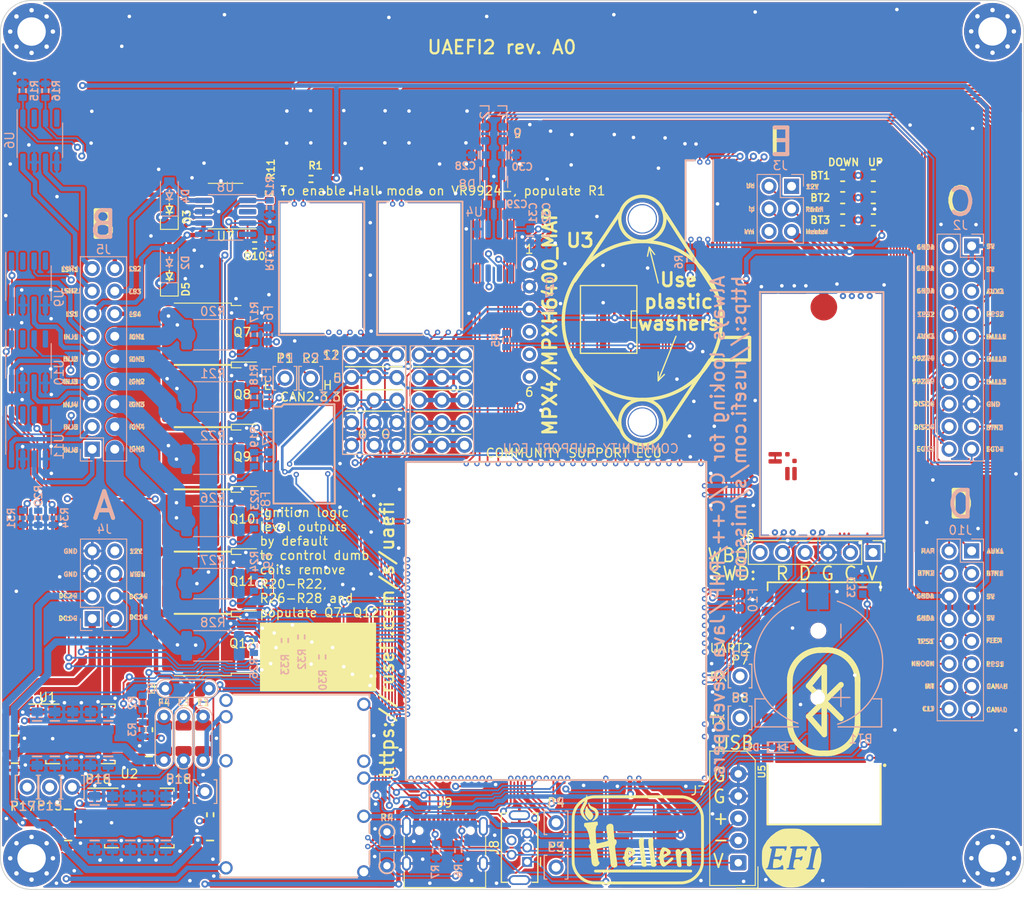
<source format=kicad_pcb>
(kicad_pcb (version 20240108) (generator "pcbnew") (generator_version "8.0")
  (title_block (title "UAEFI2") (date "2024-09-10") (rev "A0"))
  (layers (0 "F.Cu" signal) (1 "In1.Cu" signal) (2 "In2.Cu" signal) (31 "B.Cu" signal) (34 "B.Paste" user) (35 "F.Paste" user) (36 "B.SilkS" user "B.Silkscreen") (37 "F.SilkS" user "F.Silkscreen") (38 "B.Mask" user) (39 "F.Mask" user) (44 "Edge.Cuts" user))
  (net 0 "")
  (net 1 "Net-(BT1-+)")
  (net 2 "GND")
  (net 3 "/OUT_DC1-")
  (net 4 "/OUT_DC1+")
  (net 5 "/OUT_DC2-")
  (net 6 "/OUT_DC2+")
  (net 7 "+5VA")
  (net 8 "+3.3VA")
  (net 9 "/VBAT")
  (net 10 "+12V_RAW")
  (net 11 "/OUT_LS1")
  (net 12 "/OUT_LS2")
  (net 13 "/OUT_LS3")
  (net 14 "/OUT_LS4")
  (net 15 "/IN_VIGN")
  (net 16 "+12V")
  (net 17 "Net-(G4-Pad1)")
  (net 18 "Net-(G4-Pad12)")
  (net 19 "Net-(G4-Pad13)")
  (net 20 "Net-(G4-Pad14)")
  (net 21 "Net-(G4-Pad10)")
  (net 22 "+5VP")
  (net 23 "/IN_PPS2")
  (net 24 "/IN_PPS1")
  (net 25 "/IN_CLT")
  (net 26 "/IN_IAT")
  (net 27 "/CAN-")
  (net 28 "/CAN+")
  (net 29 "GNDA")
  (net 30 "/IN_TPS1")
  (net 31 "/IN_TPS2")
  (net 32 "/IN_AUX3")
  (net 33 "/IN_AUX2")
  (net 34 "/IN_AUX1")
  (net 35 "/IN_BUTTON2")
  (net 36 "/IN_BUTTON1")
  (net 37 "/IN_HALL3")
  (net 38 "/IN_HALL2")
  (net 39 "/IN_HALL1")
  (net 40 "/IN_MAP")
  (net 41 "/EGT+")
  (net 42 "/IN_BUTTON3")
  (net 43 "/IN_KNOCK_RAW")
  (net 44 "/IN_FLEX")
  (net 45 "/VR_MAX9924+")
  (net 46 "/EGT-")
  (net 47 "/WBO_Un")
  (net 48 "/WBO_Vm")
  (net 49 "/WBO_Ip")
  (net 50 "/WBO_Rtrim")
  (net 51 "/WBO_Heater")
  (net 52 "/OUT_IGN6")
  (net 53 "/OUT_IGN5")
  (net 54 "/OUT_IGN4")
  (net 55 "/OUT_IGN3")
  (net 56 "/OUT_IGN2")
  (net 57 "/OUT_IGN1")
  (net 58 "/OUT_INJ6")
  (net 59 "/OUT_INJ5")
  (net 60 "/OUT_INJ4")
  (net 61 "/OUT_INJ3")
  (net 62 "/OUT_INJ2")
  (net 63 "/OUT_INJ1")
  (net 64 "Net-(J6-Pin_1)")
  (net 65 "Net-(J6-Pin_2)")
  (net 66 "Net-(J6-Pin_4)")
  (net 67 "Net-(J6-Pin_5)")
  (net 69 "/VBUS")
  (net 70 "/USB-")
  (net 71 "/USB+")
  (net 73 "Net-(J9-CC1)")
  (net 75 "Net-(J9-CC2)")
  (net 78 "/VIGN")
  (net 79 "+5V")
  (net 80 "/PWR_EN")
  (net 81 "Net-(M1-PG_5VP)")
  (net 82 "/IN_KNOCK")
  (net 83 "/VR_MAX9924-")
  (net 84 "/VR_DISCRETE+")
  (net 85 "/VR_DISCRETE-")
  (net 88 "/VR_DISCRETE_THR")
  (net 91 "/DC2_DIS")
  (net 92 "/DC2_DIR")
  (net 93 "/DC1_DIS")
  (net 94 "/LS2")
  (net 95 "/LS1")
  (net 96 "/INJ6")
  (net 97 "/INJ5")
  (net 98 "/INJ4")
  (net 99 "/INJ3")
  (net 100 "/INJ2")
  (net 101 "/INJ1")
  (net 102 "/LS3")
  (net 103 "/LS4")
  (net 104 "/DC1_PWM")
  (net 105 "/DC1_DIR")
  (net 106 "/DC2_PWM")
  (net 107 "Net-(M5-PULL_DOWN1)")
  (net 118 "+3.3V")
  (net 119 "/IN_VMAIN")
  (net 120 "/INTERNAL_MAP")
  (net 121 "/ADC3")
  (net 122 "/IGN6")
  (net 123 "/IGN5")
  (net 124 "/IGN4")
  (net 125 "/IGN3")
  (net 126 "/IGN2")
  (net 127 "/IGN1")
  (net 130 "Net-(M6-SPI2_CS_{slash}_CAN2_RX_(PB12))")
  (net 131 "Net-(M6-SPI2_SCK_{slash}_CAN2_TX_(PB13))")
  (net 132 "Net-(M6-UART2_TX_(PD5))")
  (net 133 "Net-(M6-UART2_RX_(PD6))")
  (net 134 "Net-(M6-LED_GREEN)")
  (net 135 "Net-(M6-LED_YELLOW)")
  (net 136 "Net-(M7-CANL)")
  (net 137 "Net-(M7-CANH)")
  (net 143 "/VREF1")
  (net 148 "/PG_5VP")
  (net 149 "/12V_KEY")
  (net 150 "/OUT_LS_HOT1")
  (net 151 "/OUT_LS_HOT2")
  (net 152 "/LS_HOT2")
  (net 153 "/LS_HOT1")
  (net 154 "/VR_DISCRETE_A")
  (net 155 "/VR_DISCRETE")
  (net 156 "/VR_MAX9924")
  (net 157 "/DC Driver 1/PWR")
  (net 158 "/DC Driver 2/PWR")
  (net 159 "Net-(U4-T-)")
  (net 160 "Net-(U4-T+)")
  (net 163 "/EGT/SPI_CS")
  (net 164 "/EGT/SPI_SCK")
  (net 165 "/EGT/SPI_SO")
  (net 166 "Net-(Q7-G)")
  (net 167 "Net-(Q8-G)")
  (net 168 "Net-(Q9-G)")
  (net 169 "Net-(Q10-G)")
  (net 170 "Net-(Q11-G)")
  (net 171 "Net-(Q12-G)")
  (net 177 "Net-(F5-Pad1)")
  (net 178 "Net-(F6-Pad1)")
  (net 179 "Net-(F7-Pad1)")
  (net 180 "Net-(F8-Pad1)")
  (net 181 "Net-(F10-Pad1)")
  (net 192 "Net-(F9-Pad1)")
  (footprint "hellen-one-common:R0805" (layer "F.Cu") (at 148.194379 84.6836)
    (property "Reference" "R40" (hide yes))
    (property "Value" "DNP" (hide yes))
  )
  (footprint "Package_SO:SOIC-8_3.9x4.9mm_P1.27mm" (layer "F.Cu") (at 75.325 83.135 180)
    (property "Reference" "U7")
    (property "Value" "VNLD5160TR-E")
  )
  (footprint "hellen-one-common:C0603" (layer "F.Cu") (at 57.6 151 -90)
    (property "Reference" "C24" (hide yes))
    (property "Value" "100n" (hide yes))
  )
  (footprint "hellen-one-common:R0805" (layer "F.Cu") (at 148.194379 82.1836)
    (property "Reference" "R39" (hide yes))
    (property "Value" "DNP" (hide yes))
  )
  (footprint "Package_TO_SOT_SMD:TO-252-2" (layer "F.Cu") (at 72.66 118.5 180)
    (property "Reference" "Q10")
    (property "Value" "ISL9V3040D3ST")
  )
  (footprint "hellen-one-common:PAD-TH" (layer "F.Cu") (at 133.2 140.7)
    (property "Reference" "P8")
    (property "Value" "Pad" (hide yes))
  )
  (footprint "hellen-one-wbo-0.5:wbo" (layer "F.Cu") (at 149.425 120.4 90)
    (property "Reference" "M5" (hide yes))
    (property "Value" "Module-wbo-0.5" (hide yes))
  )
  (footprint "MountingHole:MountingHole_3.2mm_M3_Pad_Via" (layer "F.Cu") (at 161.5972 63.482 -90)
    (property "Reference" "H1" (hide yes))
    (property "Value" "M3")
  )
  (footprint "Package_TO_SOT_SMD:TO-252-2" (layer "F.Cu") (at 72.66 97.5 180)
    (property "Reference" "Q7")
    (property "Value" "ISL9V3040D3ST")
  )
  (footprint "Package_TO_SOT_SMD:TO-252-2" (layer "F.Cu") (at 72.66 104.5 180)
    (property "Reference" "Q8")
    (property "Value" "ISL9V3040D3ST")
  )
  (footprint "hellen-one-common:PAD-TH" (layer "F.Cu") (at 82 102.5)
    (property "Reference" "P1")
    (property "Value" "Pad" (hide yes))
  )
  (footprint "hellen-one-common:C0603" (layer "F.Cu") (at 73.6 154.5 -90)
    (property "Reference" "C26" (hide yes))
    (property "Value" "10n" (hide yes))
  )
  (footprint "hellen-one-common:R0603" (layer "F.Cu") (at 84.932497 80.075 180)
    (property "Reference" "R1")
    (property "Value" "4.7k" (hide yes))
  )
  (footprint "hellen-one-common:LOGO" (layer "F.Cu") (at 122 154.5)
    (property "Reference" "G2" (hide yes))
    (property "Value" "LOGO" (hide yes))
  )
  (footprint "hellen-one-common:PAD-TH" (layer "F.Cu") (at 84.9 102.5)
    (property "Reference" "P2")
    (property "Value" "Pad" (hide yes))
  )
  (footprint "hellen-one-common:C0603" (layer "F.Cu") (at 66.725 145.04 -90)
    (property "Reference" "C13" (hide yes))
    (property "Value" "10n" (hide yes))
  )
  (footprint "hellen-one-common:PAD-TH" (layer "F.Cu") (at 55.54 148.5)
    (property "Reference" "P15")
    (property "Value" "Pad" (hide yes))
  )
  (footprint "MountingHole:MountingHole_3.2mm_M3_Pad_Via" (layer "F.Cu") (at 53.5 63.5)
    (property "Reference" "H1" (hide yes))
    (property "Value" "M3")
  )
  (footprint "hellen-one-common:PAD-1206-PAD" (layer "F.Cu") (at 68.4 143 -90)
    (property "Reference" "F4")
    (property "Value" "12H1500D" (hide yes))
  )
  (footprint "hellen-one-common:R0805" (layer "F.Cu") (at 144.744379 84.6836)
    (property "Reference" "R37" (hide yes))
    (property "Value" "10k" (hide yes))
  )
  (footprint "hellen-one-common:C0603" (layer "F.Cu") (at 51.6 142.7 -90)
    (property "Reference" "C11" (hide yes))
    (property "Value" "100n" (hide yes))
  )
  (footprint "Connector_Molex:Molex_SPOX_5267-05A_1x05_P2.50mm_Vertical" (layer "F.Cu") (at 133 157 90)
    (property "Reference" "J7")
    (property "Value" "Conn_01x05_Male")
  )
  (footprint "hellen-one-common:PAD-TH" (layer "F.Cu") (at 112.5 152.5)
    (property "Reference" "P4")
    (property "Value" "Pad" (hide yes))
  )
  (footprint "MountingHole:MountingHole_3.2mm_M3_Pad_Via" (layer "F.Cu") (at 53.5 156.5)
    (property "Reference" "H2" (hide yes))
    (property "Value" "M3")
  )
  (footprint "MountingHole:MountingHole_3.2mm_M3_Pad_Via" (layer "F.Cu") (at 161.6152 156.4892 180)
    (property "Reference" "H1" (hide yes))
    (property "Value" "M3")
  )
  (footprint "hellen-one-vr-discrete-0.5:vr-discrete" (layer "F.Cu") (at 92.275 82.525 -90)
    (property "Reference" "M3" (hide yes))
    (property "Value" "Module-vr-discrete-0.5" (hide yes))
  )
  (footprint "hellen-one-common:R0603" (layer "F.Cu") (at 78.6 87.55 180)
    (property "Reference" "R10")
    (property "Value" "4.7k" (hide yes))
  )
  (footprint "hellen-one-common:PAD-TH" (layer "F.Cu") (at 53 148.5)
    (property "Reference" "P17")
    (property "Value" "Pad" (hide yes))
  )
  (footprint "hellen-one-common:USB-MINI-B-VERTICAL" (layer "F.Cu") (at 108.375 155.3 90)
    (property "Reference" "J8")
    (property "Value" "USB_B_Mini")
  )
  (footprint "hellen-one-common:PAD-1206-PAD" (layer "F.Cu") (at 70.6 143 -90)
    (property "Reference" "F3")
    (property "Value" "12H1500D" (hide yes))
  )
  (footprint "hellen-one-knock-0.2:knock" (layer "F.Cu") (at 126.974999 77.875 -90)
    (property "Reference" "M2" (hide yes))
    (property "Value" "Module-knock-0.2" (hide yes))
  )
  (footprint "hellen-one-common:C0603" (layer "F.Cu") (at 57.6 154.5 90)
    (property "Reference" "C25" (hide yes))
    (property "Value" "10n" (hide yes))
  )
  (footprint "hellen-one-common:PAD-TH" (layer "F.Cu") (at 73 149)
    (property "Reference" "P18")
    (property "Value" "Pad" (hide yes))
  )
  (footprint "hellen-one-power_12and5V-0.2:power_12and5V" (layer "F.Cu") (at 74.624999 158.775001)
    (property "Reference" "M1" (hide yes))
    (property "Value" "Module-power_12and5V-0.2" (hide yes))
  )
  (footprint "Package_TO_SOT_SMD:TO-252-2" (layer "F.Cu") (at 72.66 132.5 180)
    (property "Reference" "Q12")
    (property "Value" "ISL9V3040D3ST")
  )
  (footprint "hellen-one-can-0.1:can" (layer "F.Cu") (at 80.625 105.325002 -90)
    (property "Reference" "M7" (hide yes))
    (property "Value" "Module-can-0.1" (hide yes))
  )
  (footprint "hellen-one-common:R0603" (layer "F.Cu") (at 66.725 142.04 -90)
    (property "Reference" "R9" (hide yes))
    (property "Value" "4.7k" (hide yes))
  )
  (footprint "Package_TO_SOT_SMD:TO-252-2" (layer "F.Cu") (at 72.66 111.5 180)
    (property "Reference" "Q9")
    (property "Value" "ISL9V3040D3ST")
  )
  (footprint "kicad6-libraries:JDY-33" (layer "F.Cu") (at 142.65 138.875 180)
    (property "Reference" "U5")
    (property "Value" "JDY-33")
  )
  (footprint "hellen-one-common:R0805" (layer "F.Cu") (at 144.744379 79.6836)
    (property "Reference" "R35" (hide yes))
    (property "Value" "10k" (hide yes))
  )
  (footprint "hellen-one-common:PAD-1206-PAD" (layer "F.Cu") (at 72.8 143 -90)
    (property "Reference" "F1")
    (property "Value" "12H1500D" (hide yes))
  )
  (footprint "hellen-one-common:PROTO_AREA" (layer "F.Cu") (at 89.5 110.04 90)
    (property "Reference" "G3" (hide yes))
    (property "Value" "PROTO_AREA" (hide yes))
  )
  (footprint "hellen-one-common:PAD-TH" (layer "F.Cu") (at 112.5 157.5)
    (property "Reference" "P3")
    (property "Value" "Pad" (hide yes))
  )
  (footprint "hellen-one-common:PAD-0805-PAD" (layer "F.Cu") (at 93.474609 155.430391 -90)
    (property "Reference" "R4")
    (property "Value" "Jumper-Pad-Pad" (hide yes))
  )
  (footprint "hellen-one-common:R0603" (layer "F.Cu") (at 80.2 81.65 -90)
    (property "Reference" "R11")
    (property "Value" "4.7k" (hide yes))
  )
  (footprint "hellen-one-common:SOD-123" (layer "F.Cu") (at 69 83.5 90)
    (property "Reference" "D3")
    (property "Value" "B5819W" (hide yes))
  )
  (footprint "hellen-one-common:R0805" (layer "F.Cu") (at 148.194379 79.6836)
    (property "Reference" "R38" (hide yes))
    (property "Value" "DNP" (hide yes))
  )
  (footprint "hellen-one-common:R0805" (layer "F.Cu") (at 144.744379 82.1836)
    (property "Reference" "R36" (hide yes))
    (property "Value" "10k" (hide yes))
  )
  (footprint "Package_SO:Infineon_PG-DSO-12-11" (layer "F.Cu") (at 59 142.5)
    (property "Reference" "U1")
    (property "Value" "TLE9201SG")
  )
  (footprint "Package_SO:Infineon_PG-DSO-12-11" (layer "F.Cu") (at 65.625 151.96)
    (property "Reference" "U2")
    (property "Value" "TLE9201SG")
  )
  (footprint "hellen-one-common:PAD-TH" (layer "F.Cu") (at 133.2 136)
    (property "Reference" "P7")
    (property "Value" "Pad" (hide yes))
  )
  (footprint "hellen-one-mega-mcu100-0.3:mega-mcu100" (layer "F.Cu") (at 129.50001 111.8 180)
    (property "Reference" "M6" (hide yes))
    (property "Value" "Module:mega-mcu100/0.3" (hide yes))
  )
  (footprint "Package_TO_SOT_SMD:TO-252-2" (layer "F.Cu") (at 72.66 125.5 180)
    (property "Reference" "Q11")
    (property "Value" "ISL9V3040D3ST")
  )
  (footprint "kicad6-libraries:USB_C" (layer "F.Cu") (at 100 156)
    (property "Reference" "J9")
    (property "Value" "USB_C")
  )
  (footprint "hellen-one-vr-max9924-0.1:vr-max9924" (layer "F.Cu") (at 81.225 82.525 -90)
    (property "Reference" "M4" (hide yes))
    (property "Value" "Module-vr-max9924-0.1" (hide yes))
  )
  (footprint "kicad6-libraries:rusefi_logo" (layer "F.Cu") (at 139 156.5)
    (property "Reference" "G1" (hide yes))
    (property "Value" "RUSEFI_LOGO" (hide yes))
  )
  (footprint "hellen-one-common:PAD-1206-PAD" (layer "F.Cu") (at 71 137.4)
    (property "Reference" "F2")
    (property "Value" "12H1500D" (hide yes))
  )
  (footprint "hellen-one-common:SOD-123" (layer "F.Cu") (at 69 91 90)
    (property "Reference" "D5")
    (property "Value" "B5819W" (hide yes))
  )
  (footprint "Connector_PinHeader_2.54mm:PinHeader_1x06_P2.54mm_Vertical" (layer "F.Cu") (at 148.15 122.1 -90)
    (property "Reference" "J6")
    (property "Value" "Conn_01x06")
  )
  (footprint "hellen-one-common:R0603" (layer "F.Cu") (at 73.6 151.6 -90)
    (property "Reference" "R14" (hide yes))
    (property "Value" "4.7k" (hide yes))
  )
  (footprint "kicad6-libraries:MPX-4_MAP" (layer "F.Cu") (at 126.01325 96 -90)
    (property "Reference" "U3")
    (property "Value" "MPX4/MPXH6400_MAP")
  )
  (footprint "hellen-one-common:PAD-TH" (layer "F.Cu") (at 58.08 148.5)
    (property "Reference" "P16")
    (property "Value" "Pad" (hide yes))
  )
  (footprint "hellen-one-common:C0603" (layer "F.Cu") (at 51.6 145.8 90)
    (property "Reference" "C12" (hide yes))
    (property "Value" "10n" (hide yes))
  )
  (footprint "hellen-one-common:PROTO_AREA" (layer "F.Cu") (at 97.12 110.04 90)
    (property "Reference" "G4" (hide yes))
    (property "Value" "PROTO_AREA" (hide yes))
  )
  (footprint "Package_TO_SOT_SMD:SOT-23" (layer "B.Cu") (at 105.5 80.417977 -90)
    (property "Reference" "D8")
    (property "Value" "NUP2105L")
  )
  (footprint "hellen-one-common:C0805" (layer "B.Cu") (at 62.125 145.04 90)
    (property "Reference" "C10" (hide yes))
    (property "Value" "10u" (hide yes))
  )
  (footprint "hellen-one-common:C0603" (layer "B.Cu") (at 111.8 94.9 -90)
    (property "Reference" "C27")
    (property "Value" "100n" (hide yes))
  )
  (footprint "hellen-one-common:SOD-123" (layer "B.Cu") (at 69 82 90)
    (property "Reference" "D4")
    (property "Value" "B5819W" (hide yes))
  )
  (footprint "kicad6-libraries:CR1220-2" (layer "B.Cu") (at 142 134.5 90)
    (property "Reference" "BT1")
    (property "Value" "CR1220")
  )
  (footprint "Package_SO:SOIC-8_3.9x4.9mm_P1.27mm" (layer "B.Cu") (at 53.15 100.55 -90)
    (property "Reference" "U10")
    (property "Value" "VNLD5160TR-E")
  )
  (footprint "hellen-one-common:R0603" (layer "B.Cu") (at 52.55 118.2 90)
    (property "Reference" "R31")
    (property "Value" "4.7k" (hide yes))
  )
  (footprint "hellen-one-common:C0603" (layer "B.Cu") (at 107.190001 77.4 180)
    (property "Reference" "C30")
    (property "Value" "10n" (hide yes))
  )
  (footprint "hellen-one-common:C0805" (layer "B.Cu") (at 56.125 145.04 90)
    (property "Reference" "C7" (hide yes))
    (property "Value" "10u" (hide yes))
  )
  (footprint "hellen-one-common:C0603" (layer "B.Cu") (at 147 126 -90)
    (property "Reference" "C33")
    (property "Value" "100n" (hide yes))
  )
  (footprint "hellen-one-common:C0603" (layer "B.Cu") (at 105.5 82.917977)
    (property "Reference" "C29")
    (property "Value" "100n" (hide yes))
  )
  (footprint "hellen-one-common:R0603" (layer "B.Cu") (at 55.9 118.2 90)
    (property "Reference" "R34")
    (property "Value" "4.7k" (hide yes))
  )
  (footprint "hellen-one-common:C0805" (layer "B.Cu") (at 66.6 150.5 -90)
    (property "Reference" "C17" (hide yes))
    (property "Value" "10u" (hide yes))
  )
  (footprint "Resistor_SMD:R_2512_6332Metric" (layer "B.Cu") (at 73.9 97.6 180)
    (property "Reference" "R20")
    (property "Value" "0")
  )
  (footprint "Connector_PinHeader_2.54mm:PinHeader_2x10_P2.54mm_Vertical" (layer "B.Cu") (at 159.25 87.62 180)
    (property "Reference" "J2")
    (property "Value" "Conn_02x10_Odd_Even")
  )
  (footprint "hellen-one-common:C0805" (layer "B.Cu") (at 58.125 141.04 -90)
    (property "Reference" "C3" (hide yes))
    (property "Value" "10u" (hide yes))
  )
  (footprint "hellen-one-common:C0805" (layer "B.Cu") (at 68.6 154.5 90)
    (property "Reference" "C23" (hide yes))
    (property "Value" "10u" (hide yes))
  )
  (footprint "Package_SO:SOIC-8_3.9x4.9mm_P1.27mm" (layer "B.Cu") (at 105.5 88.2 -90)
    (property "Reference" "U4")
    (property "Value" "MAX31855KASA")
  )
  (footprint "hellen-one-common:C0805" (layer "B.Cu") (at 54.125 141.04 -90)
    (property "Reference" "C1" (hide yes))
    (property "Value" "10u" (hide yes))
  )
  (footprint "Resistor_SMD:R_2512_6332Metric" (layer "B.Cu") (at 73.9 118.6 180)
    (property "Reference" "R26")
    (property "Value" "0")
  )
  (footprint "Package_SO:SOIC-8_3.9x4.9mm_P1.27mm" (layer "B.Cu") (at 53.15 109.1 -90)
    (property "Reference" "U11")
    (property "Value" "VNLD5160TR-E")
  )
  (footprint "hellen-one-common:C0603" (layer "B.Cu") (at 109.6 86.5 90)
    (property "Reference" "C31")
    (property "Value" "100n" (hide yes))
  )
  (footprint "Fuse:Fuse_0603_1608Metric" (layer "B.Cu") (at 80.1 125.55 -90)
    (property "Reference" "F9")
    (property "Value" "50mA")
  )
  (footprint "hellen-one-common:C0805" (layer "B.Cu") (at 60.6 150.5 -90)
    (property "Reference" "C14" (hide yes))
    (property "Value" "10u" (hide yes))
  )
  (footprint "hellen-one-common:C0805" (layer "B.Cu") (at 60.6 154.5 90)
    (property "Reference" "C19" (hide yes))
    (property "Value" "10u" (hide yes))
  )
  (footprint "Fuse:Fuse_0603_1608Metric" (layer "B.Cu") (at 80.05 97.6 -90)
    (property "Reference" "F6")
    (property "Value" "50mA")
  )
  (footprint "Resistor_SMD:R_2512_6332Metric" (layer "B.Cu") (at 73.9 125.6 180)
    (property "Reference" "R27")
    (property "Value" "0")
  )
  (footprint "Resistor_SMD:R_2512_6332Metric" (layer "B.Cu") (at 73.9 104.6 180)
    (property "Reference" "R21")
    (property "Value" "0")
  )
  (footprint "hellen-one-common:C0805" (layer "B.Cu") (at 60.125 141.04 -90)
    (property "Reference" "C4" (hide yes))
    (property "Value" "10u" (hide yes))
  )
  (footprint "Fuse:Fuse_0603_1608Metric" (layer "B.Cu") (at 133.15 127.55 -90)
    (property "Reference" "F10")
    (property "Value" "50mA")
  )
  (footprint "hellen-one-common:SOD-123" (layer "B.Cu") (at 69 89.5 90)
    (property "Reference" "D2")
    (property "Value" "B5819W" (hide yes))
  )
  (footprint "hellen-one-common:SOD-323" (layer "B.Cu") (at 138 144)
    (property "Reference" "D1")
    (property "Value" "1N4148WS" (hide yes))
  )
  (footprint "hellen-one-common:R0603" (layer "B.Cu") (at 78.5125 111.6 90)
    (property "Reference" "R19")
    (property "Value" "22" (hide yes))
  )
  (footprint "hellen-one-common:R0603" (layer "B.Cu") (at 82 132 -90)
    (property "Reference" "R33")
    (property "Value" "4.7k" (hide yes))
  )
  (footprint "hellen-one-common:C0805" (layer "B.Cu") (at 64.6 154.5 90)
    (property "Reference" "C21" (hide yes))
    (property "Value" "10u" (hide yes))
  )
  (footprint "Fuse:Fuse_0603_1608Metric" (layer "B.Cu") (at 80.1 118.55 -90)
    (property "Reference" "F8")
    (property "Value" "50mA")
  )
  (footprint "Connector_PinHeader_2.54mm:PinHeader_2x03_P2.54mm_Vertical" (layer "B.Cu") (at 138.995 80.905 180)
    (property "Reference" "J3")
    (property "Value" "Conn_02x03_Odd_Even")
  )
  (footprint "hellen-one-common:R0603" (layer "B.Cu") (at 78.5125 118.6 90)
    (property "Reference" "R23")
    (property "Value" "22" (hide yes))
  )
  (footprint "hellen-one-common:R0603" (layer "B.Cu") (at 99 155.621682 90)
    (property "Reference" "R7")
    (property "Value" "5.6k" (hide yes))
  )
  (footprint "hellen-one-common:R0603" (layer "B.Cu") (at 78.5125 125.6 90)
    (property "Reference" "R24")
    (property "Value" "22" (hide yes))
  )
  (footprint "Fuse:Fuse_0603_1608Metric" (layer "B.Cu") (at 80.15 111.6 -90)
    (property "Reference" "F7")
    (property "Value" "50mA")
  )
  (footprint "hellen-one-common:C0603" (layer "B.Cu") (at 111.4 86.5 90)
    (property "Reference" "C32")
    (property "Value" "1u" (hide yes))
  )
  (footprint "hellen-one-common:R0603" (layer "B.Cu") (at 55.05 70.15 90)
    (property "Reference" "R16")
    (property "Value" "4.7k" (hide yes))
  )
  (footprint "Package_SO:SOIC-8_3.9x4.9mm_P1.27mm" (layer "B.Cu") (at 53.15 91.8 -90)
    (property "Reference" "U9")
    (property "Value" "VNLD5160TR-E")
  )
  (footprint "hellen-one-common:R0603" (layer "B.Cu") (at 86.2 133.85 90)
    (property "Reference" "R30")
    (property "Value" "4.7k" (hide yes))
  )
  (footprint "Resistor_SMD:R_2512_6332Metric" (layer "B.Cu") (at 73.9 111.6 180)
    (property "Reference" "R22")
    (property "Value" "0")
  )
  (footprint "hellen-one-common:R0603" (layer "B.Cu") (at 78.5125 132.6 90)
    (property "Reference" "R25")
    (property "Value" "22" (hide yes))
  )
  (footprint "Inductor_SMD:L_0603_1608Metric" (layer "B.Cu") (at 104.5 75 -90)
    (property "Reference" "L2")
    (property "Value" "470R@100MHz")
  )
  (footprint "hellen-one-common:C0805" (layer "B.Cu") (at 64.6 150.5 -90)
    (property "Reference" "C16" (hide yes))
    (property "Value" "10u" (hide yes))
  )
  (footprint "hellen-one-common:R0603" (layer "B.Cu") (at 78.5125 97.6 90)
    (property "Reference" "R17")
    (property "Value" "22" (hide yes))
  )
  (footprint "hellen-one-common:C0805" (layer "B.Cu") (at 66.6 154.5 90)
    (property "Reference" "C22" (hide yes))
    (property "Value" "10u" (hide yes))
  )
  (footprint "hellen-one-common:R0603" (layer "B.Cu") (at 101.5 155.621682 90)
    (property "Reference" "R8")
    (property "Value" "5.6k" (hide yes))
  )
  (footprint "hellen-one-common:R0603" (layer "B.Cu") (at 66 142 90)
    (property "Reference" "R3")
    (property "Value" "6.8k" (hide yes))
  )
  (footprint "hellen-one-common:R0603" (layer "B.Cu") (at 52.5 70.15 90)
    (property "Reference" "R15")
    (property "Value" "4.7k" (hide yes))
  )
  (footprint "hellen-one-common:R0603" (layer "B.Cu") (at 80.3 86.7 90)
    (property "Reference" "R13")
    (property "Value" "4.7k" (hide yes))
  )
  (footprint "hellen-one-common:C0805" (layer "B.Cu") (at 62.125 141.04 -90)
    (property "Reference" "C5" (hide yes))
    (property "Value" "10u" (hide yes))
  )
  (footprint "Fuse:Fuse_0603_1608Metric" (layer "B.Cu") (at 80.05 104.6 -90)
    (property "Reference" "F5")
    (property "Value" "50mA")
  )
  (footprint "Connector_PinHeader_2.54mm:PinHeader_2x04_P2.54mm_Vertical" (layer "B.Cu") (at 60.33 129.54)
    (property "Reference" "J4")
    (property "Value" "Conn_02x04_Odd_Even")
  )
  (footprint "hellen-one-common:R0603" (layer "B.Cu") (at 83.85 131.6 -90)
    (property "Reference" "R32")
    (property "Value" "4.7k" (hide yes))
  )
  (footprint "hellen-one-common:C0603" (layer "B.Cu") (at 103.8 77.4)
    (property "Reference" "C28")
    (property "Value" "10n" (hide yes))
  )
  (footprint "Connector_PinHeader_2.54mm:PinHeader_2x09_P2.54mm_Vertical" (layer "B.Cu") (at 60.32 110.48)
    (property "Reference" "J5")
    (property "Value" "Conn_02x09_Odd_Even")
  )
  (footprint "Package_SO:SOIC-8_3.9x4.9mm_P1.27mm" (layer "B.Cu") (at 54.435 75.725 -90)
    (property "Reference" "U6")
    (property "Value" "VNLD5160TR-E")
  )
  (footprint "hellen-one-common:R0603" (layer "B.Cu") (at 54.25 118.2 90)
    (property "Reference" "R29")
    (property "Value" "4.7k" (hide yes))
  )
  (footprint "hellen-one-common:R0603" (layer "B.Cu") (at 78.5125 104.6 90)
    (property "Reference" "R18")
    (property "Value" "22" (hide yes))
  )
  (footprint "Inductor_SMD:L_0603_1608Metric" (layer "B.Cu") (at 106.5 75 -90)
    (property "Reference" "L1")
    (property "Value" "470R@100MHz")
  )
  (footprint "hellen-one-common:C0805" (layer "B.Cu") (at 62.6 150.5 -90)
    (property "Reference" "C15" (hide yes))
    (property "Value" "10u" (hide yes))
  )
  (footprint "Resistor_SMD:R_2512_6332Metric" (layer "B.Cu") (at 73.9 132.6 180)
    (property "Reference" "R28")
    (property "Value" "0")
  )
  (footprint "hellen-one-common:C0805" (layer "B.Cu") (at 58.125 145.04 90)
    (property "Reference" "C8" (hide yes))
    (property "Value" "10u" (hide yes))
  )
  (footprint "Connector_PinHeader_2.54mm:PinHeader_2x08_P2.54mm_Vertical" (layer "B.Cu") (at 159.25 121.92 180)
    (property "Reference" "J10")
    (property "Value" "Conn_02x08_Odd_Even")
  )
  (footprint "hellen-one-common:C0805" (layer "B.Cu") (at 60.125 145.04 90)
    (property "Reference" "C9" (hide yes))
    (property "Value" "10u" (hide yes))
  )
  (footprint "hellen-one-common:C0805" (layer "B.Cu") (at 54.125 145.04 90)
    (property "Reference" "C6" (hide yes))
    (property "Value" "10u" (hide yes))
  )
  (footprint "hellen-one-common:C0805" (layer "B.Cu") (at 56.125 141.04 -90)
    (property "Reference" "C2" (hide yes))
    (property "Value" "10u" (hide yes))
  )
  (footprint "hellen-one-common:C0805" (layer "B.Cu") (at 68.6 150.5 -90)
    (property "Reference" "C18" (hide yes))
    (property "Value" "10u" (hide yes))
  )
  (footprint "hellen-one-common:R0603" (layer "B.Cu") (at 80.3 83.3 90)
    (property "Reference" "R12")
    (property "Value" "4.7k" (hide yes))
  )
  (footprint "hellen-one-common:C0805" (layer "B.Cu") (at 62.6 154.5 90)
    (property "Reference" "C20" (hide yes))
    (property "Value" "10u" (hide yes))
  )
  (footprint "hellen-one-common:R0603" (layer "B.Cu") (at 106.9 98.2 -90)
    (property "Reference" "R5")
    (property "Value" "0" (hide yes))
  )
  (footprint "hellen-one-common:R0603" (layer "B.Cu") (at 127.6 89.2 -90)
    (property "Reference" "R6")
    (property "Value" "0" (hide yes))
  )
  (footprint "hellen-one-common:R0603" (layer "B.Cu") (at 66 139 90)
    (property "Reference" "R2")
    (property "Value" "33k" (hide yes))
  )
  (footprint "Package_SO:SOIC-8_3.9x4.9mm_P1.27mm" (layer "B.Cu") (at 75.325 84.405 180)
    (property "Reference" "U8")
    (property "Value" "VNLD5160TR-E")
  )
  (gr_line (start 96.5 106.2) (end 102.9 106.2) (stroke (width 0.15)) (layer "F.SilkS"))
  (gr_line (start 96.5 108.8) (end 102.9 108.8) (stroke (width 0.15)) (layer "F.SilkS"))
  (gr_line (start 88.8 101.2) (end 95.2 101.2) (stroke (width 0.15)) (layer "F.SilkS"))
  (gr_rect (start 79.27 130.067565) (end 92.186015 137.642435) (stroke (width 0.15)) (fill solid) (layer "F.SilkS"))
  (gr_line (start 96.5 103.8) (end 102.9 103.8) (stroke (width 0.15)) (layer "F.SilkS"))
  (gr_line (start 88.8 106.2) (end 95.2 106.2) (stroke (width 0.15)) (layer "F.SilkS"))
  (gr_line (start 96.5 101.2) (end 102.9 101.2) (stroke (width 0.15)) (layer "F.SilkS"))
  (gr_line (start 88.8 103.8) (end 95.2 103.8) (stroke (width 0.15)) (layer "F.SilkS"))
  (gr_arc (start 50 63.5) (mid 51.025126 61.025126) (end 53.5 60) (stroke (width 0.1)) (layer "Edge.Cuts"))
  (gr_line (start 165.1 156.5) (end 165.1 63.5) (stroke (width 0.1)) (layer "Edge.Cuts"))
  (gr_arc (start 165.1 156.5148) (mid 164.074874 158.989674) (end 161.6 160.0148) (stroke (width 0.1)) (layer "Edge.Cuts"))
  (gr_line (start 50 63.5) (end 50 156.5) (stroke (width 0.1)) (layer "Edge.Cuts"))
  (gr_line (start 161.6 60) (end 53.5 60) (stroke (width 0.1)) (layer "Edge.Cuts"))
  (gr_arc (start 53.5 160) (mid 51.025126 158.974874) (end 50 156.5) (stroke (width 0.1)) (layer "Edge.Cuts"))
  (gr_arc (start 161.6 60) (mid 164.074874 61.025126) (end 165.1 63.5) (stroke (width 0.1)) (layer "Edge.Cuts"))
  (gr_line (start 53.5 160) (end 161.6 160.0148) (stroke (width 0.1)) (layer "Edge.Cuts"))
  (gr_text "GND" (at 161.721 105.4354 0) (layer "B.SilkS") (effects (font (size 0.508 0.508) (thickness 0.127)) (justify mirror)))
  (gr_text "HALL3" (at 162.0512 102.9208 0) (layer "B.SilkS") (effects (font (size 0.508 0.508) (thickness 0.127)) (justify mirror)))
  (gr_text "DC2+" (at 65.532 127.0254 0) (layer "B.SilkS") (effects (font (size 0.508 0.508) (thickness 0.127) (bold yes)) (justify mirror)))
  (gr_text "INJ2" (at 57.9628 100.33 0) (layer "B.SilkS") (effects (font (size 0.508 0.508) (thickness 0.127) (bold yes)) (justify mirror)))
  (gr_text "DISC+" (at 153.8986 105.41 0) (layer "B.SilkS") (effects (font (size 0.508 0.508) (thickness 0.127)) (justify mirror)))
  (gr_text "GNDA" (at 154.1018 92.6846 0) (layer "B.SilkS") (effects (font (size 0.508 0.508) (thickness 0.127)) (justify mirror)))
  (gr_text "5V" (at 161.4162 87.6808 0) (layer "B.SilkS") (effects (font (size 0.508 0.508) (thickness 0.127)) (justify mirror)))
  (gr_text "DISC-\n" (at 153.924 107.9754 0) (layer "B.SilkS") (effects (font (size 0.508 0.508) (thickness 0.127)) (justify mirror)))
  (gr_text "3.3" (at 87.1 104.6 0) (layer "B.SilkS") (effects (font (size 1 1)) (justify mirror)))
  (gr_text "GND" (at 57.8866 121.9708 0) (layer "B.SilkS") (effects (font (size 0.508 0.508) (thickness 0.127) (bold yes)) (justify mirror)))
  (gr_text "LS4" (at 65.1256 95.2754 0) (layer "B.SilkS") (effects (font (size 0.508 0.508) (thickness 0.127) (bold yes)) (justify mirror)))
  (gr_text "BTN1" (at 161.8996 124.46 0) (layer "B.SilkS") (effects (font (size 0.508 0.508) (thickness 0.127)) (justify mirror)))
  (gr_text "GND" (at 57.8866 124.5616 0) (layer "B.SilkS") (effects (font (size 0.508 0.508) (thickness 0.127) (bold yes)) (justify mirror)))
  (gr_text "9924-" (at 153.797 102.87 0) (layer "B.SilkS") (effects (font (size 0.508 0.508) (thickness 0.127)) (justify mirror)))
  (gr_text "HALL1" (at 162.0512 97.8408 0) (layer "B.SilkS") (effects (font (size 0.508 0.508) (thickness 0.127)) (justify mirror)))
  (gr_text "B" (at 61.5696 85.217 0) (layer "B.SilkS") (effects (font (size 3 3) (thickness 0.45)) (justify mirror)))
  (gr_text "Heater" (at 141.8844 86.0044 0) (layer "B.SilkS") (effects (font (size 0.508 0.508) (thickness 0.127) (bold yes)) (justify mirror)))
  (gr_text "LS3" (at 65.1002 92.7354 0) (layer "B.SilkS") (effects (font (size 0.508 0.508) (thickness 0.127) (bold yes)) (justify mirror)))
  (gr_text "5V" (at 161.417 129.4892 0) (layer "B.SilkS") (effects (font (size 0.508 0.508) (thickness 0.127)) (justify mirror)))
  (gr_text "Always looking for C/C++/PHP/Java developers\nhttps://rusefi.com/s/mission" (at 131.9 90.8 90) (layer "B.SilkS") (effects (font (size 1.5 1.5) (thickness 0.25)) (justify left mirror)))
  (gr_text "A" (at 61.6712 116.84 0) (layer "B.SilkS") (effects (font (size 3 3) (thickness 0.45)) (justify mirror)))
  (gr_text "CAN L" (at 162.1282 139.8016 0) (layer "B.SilkS") (effects (font (size 0.508 0.508) (thickness 0.127)) (justify mirror)))
  (gr_text "GNDA" (at 154.0756 90.1446 0) (layer "B.SilkS") (effects (font (size 0.508 0.508) (thickness 0.127)) (justify mirror)))
  (gr_text "AUX1" (at 161.8742 121.9454 0) (layer "B.SilkS") (effects (font (size 0.508 0.508) (thickness 0.127)) (justify mirror)))
  (gr_text "9924+" (at 153.8224 100.2538 0) (layer "B.SilkS") (effects (font (size 0.508 0.508) (thickness 0.127)) (justify mirror)))
  (gr_text "Rtrim" (at 141.5796 83.5152 0) (layer "B.SilkS") (effects (font (size 0.508 0.508) (thickness 0.127) (bold yes)) (justify mirror)))
  (gr_text "AUX2" (at 161.9242 92.7354 0) (layer "B.SilkS") (effects (font (size 0.508 0.508) (thickness 0.127)) (justify mirror)))
  (gr_text "DC1+" (at 65.532 129.3876 0) (layer "B.SilkS") (effects (font (size 0.508 0.508) (thickness 0.127) (bold yes)) (justify mirror)))
  (gr_text "TPS2" (at 154.0526 95.3246 0) (layer "B.SilkS") (effects (font (size 0.508 0.508) (thickness 0.127)) (justify mirror)))
  (gr_text "IGN6" (at 65.3542 110.5408 0) (layer "B.SilkS") (effects (font (size 0.508 0.508) (thickness 0.127) (bold yes)) (justify mirror)))
  (gr_text "12V" (at 65.3034 121.9708 0) (layer "B.SilkS") (effects (font (size 0.508 0.508) (thickness 0.127) (bold yes)) (justify mirror)))
  (gr_text "5" (at 87.9 102.5 0) (layer "B.SilkS") (effects (font (size 1 1)) (justify mirror)))
  (gr_text "9" (at 108.2 74.95 0) (layer "B.SilkS") (effects (font (size 1 1)) (justify mirror)))
  (gr_text "Vm" (at 134.1882 86.0044 0) (layer "B.SilkS") (effects (font (size 0.508 0.508) (thickness 0.127) (bold yes)) (justify mirror)))
  (gr_text "EGT-" (at 154.1018 110.4646 0) (layer "B.SilkS") (effects (font (size 0.508 0.508) (thickness 0.127) (bold yes)) (justify mirror)))
  (gr_text "GNDA" (at 154.051 127.0098 0) (layer "B.SilkS") (effects (font (size 0.508 0.508) (thickness 0.127)) (justify mirror)))
  (gr_text "DC2-" (at 57.6072 126.9746 0) (layer "B.SilkS") (effects (font (size 0.508 0.508) (thickness 0.127) (bold yes)) (justify mirror)))
  (gr_text "TPS1" (at 154.1264 132.1054 0) (layer "B.SilkS") (effects (font (size 0.508 0.508) (thickness 0.127)) (justify mirror)))
  (gr_text "BTN3" (at 161.8734 108.0516 0) (layer "B.SilkS") (effects (font (size 0.508 0.508) (thickness 0.127)) (justify mirror)))
  (gr_text "E" (at 137.8712 75.9206 0) (layer "B.SilkS") (effects (font (size 3 3) (thickness 0.45)) (justify mirror)))
  (gr_text "12" (at 87.2 99.9 0) (layer "B.SilkS") (effects (font (size 1 1)) (justify mirror)))
  (gr_text "INJ1" (at 57.9628 97.8408 0) (layer "B.SilkS") (effects (font (size 0.508 0.508) (thickness 0.127) (bold yes)) (justify mirror)))
  (gr_text "MAP" (at 154.3558 121.9454 0) (layer "B.SilkS") (effects (font (size 0.508 0.508) (thickness 0.127)) (justify mirror)))
  (gr_text "INJ5" (at 57.9628 108.0008 0) (layer "B.SilkS") (effects (font (size 0.508 0.508) (thickness 0.127) (bold yes)) (justify mirror)))
  (gr_text "IGN3" (at 65.3034 105.4608 0) (layer "B.SilkS") (effects (font (size 0.508 0.508) (thickness 0.127) (bold yes)) (justify mirror)))
  (gr_text "CAN H" (at 162.1028 137.1854 0) (layer "B.SilkS") (effects (font (size 0.508 0.508) (thickness 0.127)) (justify mirror)))
  (gr_text "Ip" (at 134.5184 83.439 0) (layer "B.SilkS") (effects (font (size 0.508 0.508) (thickness 0.127) (bold yes)) (justify mirror)))
  (gr_text "12V" (at 141.351 80.9752 0) (layer "B.SilkS") (effects (font (size 0.508 0.508) (thickness 0.127) (bold yes)) (justify mirror)))
  (gr_text "IGN2" (at 65.3288 100.3554 0) (layer "B.SilkS") (effects (font (size 0.508 0.508) (thickness 0.127) (bold yes)) (justify mirror)))
  (gr_text "G" (at 93.4 108.8 0) (layer "B.SilkS") (effects (font (size 1 1)) (justify mirror)))
  (gr_text "5V" (at 161.3916 90.2716 0) (layer "B.SilkS") (effects (font (size 0.508 0.508) (thickness 0.127)) (justify mirror)))
  (gr_text "IAT" (at 154.5582 137.16 0) (layer "B.SilkS") (effects (font (size 0.508 0.508) (thickness 0.127)) (justify mirror)))
  (gr_text "5V" (at 161.417 127.0762 0) (layer "B.SilkS") (effects (font (size 0.508 0.508) (thickness 0.127)) (justify mirror)))
  (gr_text "LSH2" (at 58.0644 92.6846 0) (layer "B.SilkS") (effects (font (size 0.508 0.508) (thickness 0.127)) (justify mirror)))
  (gr_text "G" (at 90.8 108.8 0) (layer "B.SilkS") (effects (font (size 1 1)) (justify mirror)))
  (gr_text "Un" (at 134.366 80.8482 0) (layer "B.SilkS") (effects (font (size 0.508 0.508) (thickness 0.127) (bold yes)) (justify mirror)))
  (gr_text "CLT" (at 154.4354 139.701 0) (layer "B.SilkS") (effects (font (size 0.508 0.508) (thickness 0.127)) (justify mirror)))
  (gr_text "INJ6" (at 57.9628 110.5662 0) (layer "B.SilkS") (effects (font (size 0.508 0.508) (thickness 0.127) (bold yes)) (justify mirror)))
  (gr_text "VIGN" (at 65.3796 124.5616 0) (layer "B.SilkS") (effects (font (size 0.508 0.508) (thickness 0.127) (bold yes)) (justify mirror)))
  (gr_text "GNDA" (at 154.0764 129.5146 0) (layer "B.SilkS") (effects (font (size 0.508 0.508) (thickness 0.127)) (justify mirror)))
  (gr_text "KNOCK" (at 153.7962 134.62 0) (layer "B.SilkS") (effects (font (size 0.508 0.508) (thickness 0.127)) (justify mirror)))
  (gr_text "IGN5" (at 65.3034 102.9462 0) (layer "B.SilkS") (effects (font (size 0.508 0.508) (thickness 0.127) (bold yes)) (justify mirror)))
  (gr_text "PPS1" (at 161.925 134.6708 0) (layer "B.SilkS") (effects (font (size 0.508 0.508) (thickness 0.127)) (justify mirror)))
  (gr_text "IGN1" (at 65.3034 97.8154 0) (layer "B.SilkS") (effects (font (size 0.508 0.508) (thickness 0.127) (bold yes)) (justify mirror)))
  (gr_text "LS1" (at 58.0898 95.25 0) (layer "B.SilkS") (effects (font (size 0.508 0.508) (thickness 0.127) (bold yes)) (justify mirror)))
  (gr_text "LSH1" (at 57.8104 90.1446 0) (layer "B.SilkS") (effects (font (size 0.508 0.508) (thickness 0.127) (bold yes)) (justify mirror)))
  (gr_text "LS2" (at 65.1256 90.2208 0) (layer "B.SilkS") (effects (font (size 0.508 0.508) (thickness 0.127) (bold yes)) (justify mirror)))
  (gr_text "EGT+\n" (at 161.8742 110.49 0) (layer "B.SilkS") (effects (font (size 0.508 0.508) (thickness 0.127) (bold yes)) (justify mirror)))
  (gr_text "GNDA" (at 154.1018 87.757 0) (layer "B.SilkS") (effects (font (size 0.508 0.508) (thickness 0.127)) (justify mirror)))
  (gr_text "IGN4" (at 65.3288 107.9246 0) (layer "B.SilkS") (effects (font (size 0.508 0.508) (thickness 0.127) (bold yes)) (justify mirror)))
  (gr_text "FLEX" (at 161.8234 132.0038 0) (layer "B.SilkS") (effects (font (size 0.508 0.508) (thickness 0.127)) (justify mirror)))
  (gr_text "AUX3" (at 154.1272 97.79 0) (layer "B.SilkS") (effects (font (size 0.508 0.508) (thickness 0.127)) (justify mirror)))
  (gr_text "HALL2" (at 162.0774 100.3554 0) (layer "B.SilkS") (effects (font (size 0.508 0.508) (thickness 0.127)) (justify mirror)))
  (gr_text "C" (at 158.1658 82.677 0) (layer "B.SilkS") (effects (font (size 3 3) (thickness 0.45)) (justify mirror)))
  (gr_text "DC1-" (at 57.6072 129.5146 0) (layer "B.SilkS") (effects (font (size 0.508 0.508) (thickness 0.127) (bold yes)) (justify mirror)))
  (gr_text "INJ3" (at 57.9628 102.8954 0) (layer "B.SilkS") (effects (font (size 0.508 0.508) (thickness 0.127) (bold yes)) (justify mirror)))
  (gr_text "D" (at 158.013398 116.6876 0) (layer "B.SilkS") (effects (font (size 3 3) (thickness 0.45)) (justify mirror)))
  (gr_text "INJ4" (at 57.9628 105.4354 0) (layer "B.SilkS") (effects (font (size 0.508 0.508) (thickness 0.127) (bold yes)) (justify mirror)))
  (gr_text "BTN2" (at 154.1526 124.4346 0) (layer "B.SilkS") (effects (font (size 0.508 0.508) (thickness 0.127)) (justify mirror)))
  (gr_text "COMMUNITY SUPPORT ECU" (at 126.4 111 0) (layer "B.SilkS") (effects (font (size 1 1)) (justify left bottom mirror)))
  (gr_text "PPS2" (at 161.9242 95.3008 0) (layer "B.SilkS") (effects (font (size 0.508 0.508) (thickness 0.127)) (justify mirror)))
  (gr_text "DISC-\n\n" (at 153.9444 108.4372 0) (layer "F.SilkS") (effects (font (size 0.508 0.508) (thickness 0.127))))
  (gr_text "H" (at 86.8 103.3 0) (layer "F.SilkS") (effects (font (size 1 1))))
  (gr_text "12V" (at 141.3256 80.9498 0) (layer "F.SilkS") (effects (font (size 0.508 0.508) (thickness 0.127) (bold yes))))
  (gr_text "B" (at 61.4896 85.2316 0) (layer "F.SilkS") (effects (font (size 3 3) (thickness 0.45))))
  (gr_text "INJ6" (at 57.8866 110.5916 0) (layer "F.SilkS") (effects (font (size 0.508 0.508) (thickness 0.127) (bold yes))))
  (gr_text "LS2" (at 65.151 90.1954 0) (layer "F.SilkS") (effects (font (size 0.508 0.508) (thickness 0.127) (bold yes))))
  (gr_text "INJ4" (at 57.8358 105.5116 0) (layer "F.SilkS") (effects (font (size 0.508 0.508) (thickness 0.127) (bold yes))))
  (gr_text "LSH2" (at 57.7596 92.6846 0) (layer "F.SilkS") (effects (font (size 0.508 0.508) (thickness 0.127) (bold yes))))
  (gr_text "DC2-" (at 57.6326 126.9746 0) (layer "F.SilkS") (effects (font (size 0.508 0.508) (thickness 0.127) (bold yes))))
  (gr_text "5V" (at 161.3662 87.6808 0) (layer "F.SilkS") (effects (font (size 0.508 0.508) (thickness 0.127))))
  (gr_text "HALL2" (at 162.0274 100.3554 0) (layer "F.SilkS") (effects (font (size 0.508 0.508) (thickness 0.127))))
  (gr_text "DISC+\n" (at 153.924 105.3846 0) (layer "F.SilkS") (effects (font (size 0.508 0.508) (thickness 0.127))))
  (gr_text "G\nG\n+\n-\nV" (at 130.036105 157.679263 0) (layer "F.SilkS") (effects (font (size 1.5 1.4) (thickness 0.2)) (justify left bottom)))
  (gr_text "KNOCK" (at 153.7462 134.62 0) (layer "F.SilkS") (effects (font (size 0.508 0.508) (thickness 0.127))))
  (gr_text "UART2\n\nRX\n\n\nTX" (at 129.7 136.9 0) (layer "F.SilkS") (effects (font (size 1 1)) (justify left)))
  (gr_text "A" (at 61.671202 116.84 0) (layer "F.SilkS") (effects (font (size 3 3) (thickness 0.45))))
  (gr_text "5V" (at 161.3416 90.2716 0) (layer "F.SilkS") (effects (font (size 0.508 0.508) (thickness 0.127))))
  (gr_text "BTN3" (at 161.8234 108.0516 0) (layer "F.SilkS") (effects (font (size 0.508 0.508) (thickness 0.127))))
  (gr_text "AUX2" (at 161.8742 92.7354 0) (layer "F.SilkS") (effects (font (size 0.508 0.508) (thickness 0.127))))
  (gr_text "3.3" (at 87.1 104.6 0) (layer "F.SilkS") (effects (font (size 1 1))))
  (gr_text "TPS1" (at 154.0764 132.1054 0) (layer "F.SilkS") (effects (font (size 0.508 0.508) (thickness 0.127))))
  (gr_text "UP" (at 147.494379 78.6836 0) (layer "F.SilkS") (effects (font (size 0.82 0.82) (thickness 0.17)) (justify left bottom)))
  (gr_text "5" (at 87.9 102.5 0) (layer "F.SilkS") (effects (font (size 1 1))))
  (gr_text "AUX3" (at 154.0772 97.79 0) (layer "F.SilkS") (effects (font (size 0.508 0.508) (thickness 0.127))))
  (gr_text "BT1" (at 140.994379 80.1836 0) (layer "F.SilkS") (effects (font (size 0.82 0.82) (thickness 0.17)) (justify left bottom)))
  (gr_text "Rtrim" (at 141.5796 83.5152 0) (layer "F.SilkS") (effects (font (size 0.508 0.508) (thickness 0.127) (bold yes))))
  (gr_text "GND" (at 57.8866 121.9708 0) (layer "F.SilkS") (effects (font (size 0.508 0.508) (thickness 0.127) (bold yes))))
  (gr_text "AUX1" (at 161.925 121.9454 0) (layer "F.SilkS") (effects (font (size 0.508 0.508) (thickness 0.127))))
  (gr_text "12" (at 87.2 99.9 0) (layer "F.SilkS") (effects (font (size 1 1))))
  (gr_text "12V" (at 65.2272 121.9708 0) (layer "F.SilkS") (effects (font (size 0.508 0.508) (thickness 0.127) (bold yes))))
  (gr_text "INJ3" (at 57.8612 102.8954 0) (layer "F.SilkS") (effects (font (size 0.508 0.508) (thickness 0.127) (bold yes))))
  (gr_text "SWD:  R D G C V" (at 129.7 125.339221 0) (layer "F.SilkS") (effects (font (size 1.5 1.45) (thickness 0.2)) (justify left bottom)))
  (gr_text "VIGN" (at 65.4558 124.5616 0) (layer "F.SilkS") (effects (font (size 0.508 0.508) (thickness 0.127) (bold yes))))
  (gr_text "5V" (at 161.367 127.0762 0) (layer "F.SilkS") (effects (font (size 0.508 0.508) (thickness 0.127))))
  (gr_text "INJ2" (at 57.8612 100.3554 0) (layer "F.SilkS") (effects (font (size 0.508 0.508) (thickness 0.127) (bold yes))))
  (gr_text "CLT" (at 154.3558 139.7 0) (layer "F.SilkS") (effects (font (size 0.508 0.508) (thickness 0.127))))
  (gr_text "DOWN" (at 142.994379 78.6836 0) (layer "F.SilkS") (effects (font (size 0.82 0.82) (thickness 0.17)) (justify left bottom)))
  (gr_text "G" (at 93.3 108.8 0) (layer "F.SilkS") (effects (font (size 1 1))))
  (gr_text "COMMUNITY SUPPORT ECU" (at 104.5 111.5 0) (layer "F.SilkS") (effects (font (size 1 1)) (justify left bottom)))
  (gr_text "CAN H" (at 162.1282 137.16 0) (layer "F.SilkS") (effects (font (size 0.508 0.508) (thickness 0.127))))
  (gr_text "USB" (at 130.4 144.4 0) (layer "F.SilkS") (effects (font (size 1.5 1.4) (thickness 0.2)) (justify left bottom)))
  (gr_text "IGN1" (at 65.3542 97.8662 0) (layer "F.SilkS") (effects (font (size 0.508 0.508) (thickness 0.127) (bold yes))))
  (gr_text "INJ1" (at 57.912 97.8662 0) (layer "F.SilkS") (effects (font (size 0.508 0.508) (thickness 0.127) (bold yes))))
  (gr_text "Un" (at 134.366 80.8482 0) (layer "F.SilkS") (effects (font (size 0.508 0.508) (thickness 0.127) (bold yes))))
  (gr_text "To enable Hall mode on VR9924-, populate R1" (at 81.38 82 0) (layer "F.SilkS") (effects (font (size 1 1)) (justify left bottom)))
  (gr_text "PPS1" (at 161.875 134.6708 0) (layer "F.SilkS") (effects (font (size 0.508 0.508) (thickness 0.127))))
  (gr_text "GNDA" (at 154.0256 127 0) (layer "F.SilkS") (effects (font (size 0.508 0.508) (thickness 0.127))))
  (gr_text "L" (at 80 103.3 0) (layer "F.SilkS") (effects (font (size 1 1))))
  (gr_text "LS4" (at 65.151 95.3262 0) (layer "F.SilkS") (effects (font (size 0.508 0.508) (thickness 0.127) (bold yes))))
  (gr_text "Ip" (at 134.493 83.439 0) (layer "F.SilkS") (effects (font (size 0.508 0.508) (thickness 0.127) (bold yes))))
  (gr_text "Heater" (at 141.8082 86.0044 0) (layer "F.SilkS") (effects (font (size 0.508 0.508) (thickness 0.127) (bold yes))))
  (gr_text "G" (at 90.7 108.8 0) (layer "F.SilkS") (effects (font (size 1 1))))
  (gr_text "FLEX" (at 161.7734 132.0038 0) (layer "F.SilkS") (effects (font (size 0.508 0.508) (thickness 0.127))))
  (gr_text "Vm" (at 134.2644 86.0298 0) (layer "F.SilkS") (effects (font (size 0.508 0.508) (thickness 0.127) (bold yes))))
  (gr_text "HALL1" (at 162.0012 97.8408 0) (layer "F.SilkS") (effects (font (size 0.508 0.508) (thickness 0.127))))
  (gr_text "EGT+" (at 161.8742 110.49 0) (layer "F.SilkS") (effects (font (size 0.508 0.508) (thickness 0.127) (bold yes))))
  (gr_text "IGN4" (at 65.3542 108.0008 0) (layer "F.SilkS") (effects (font (size 0.508 0.508) (thickness 0.127) (bold yes))))
  (gr_text "GNDA" (at 154.051 129.4892 0) (layer "F.SilkS") (effects (font (size 0.508 0.508) (thickness 0.127))))
  (gr_text "https://rusefi.com/s/uaefi" (at 93.5 131.9 90) (layer "F.SilkS") (effects (font (size 1.5 1.5) (thickness 0.25) (bold yes))))
  (gr_text "BTN2" (at 154.1026 124.4346 0) (layer "F.SilkS") (effects (font (size 0.508 0.508) (thickness 0.127))))
  (gr_text "CAN2" (at 83.4 104.6 0) (layer "F.SilkS") (effects (font (size 1 1))))
  (gr_text "GND" (at 161.671 105.4354 0) (layer "F.SilkS") (effects (font (size 0.508 0.508) (thickness 0.127))))
  (gr_text "EGT-\n" (at 154.051 110.4646 0) (layer "F.SilkS") (effects (font (size 0.508 0.508) (thickness 0.127) (bold yes))))
  (gr_text "IGN5" (at 65.3542 100.3808 0) (layer "F.SilkS") (effects (font (size 0.508 0.508) (thickness 0.127) (bold yes))))
  (gr_text "BTN1" (at 161.8496 124.46 0) (layer "F.SilkS") (effects (font (size 0.508 0.508) (thickness 0.127))))
  (gr_text "DC1+" (at 65.5574 129.3876 0) (layer "F.SilkS") (effects (font (size 0.508 0.508) (thickness 0.127) (bold yes))))
  (gr_text "9924+" (at 153.8478 100.2792 0) (layer "F.SilkS") (effects (font (size 0.508 0.508) (thickness 0.127))))
  (gr_text "PPS2" (at 161.8742 95.3008 0) (layer "F.SilkS") (effects (font (size 0.508 0.508) (thickness 0.127))))
  (gr_text "DC2+" (at 65.532 127.0762 0) (layer "F.SilkS") (effects (font (size 0.508 0.508) (thickness 0.127) (bold yes))))
  (gr_text "UAEFI2 rev. A0\n" (at 106.4026 65.2646 0) (layer "F.SilkS") (effects (font (size 1.5 1.5) (thickness 0.25) (bold yes))))
  (gr_text "CAN L" (at 162.052 139.8016 0) (layer "F.SilkS") (effects (font (size 0.508 0.508) (thickness 0.127))))
  (gr_text "DC1-" (at 57.6072 129.5146 0) (layer "F.SilkS") (effects (font (size 0.508 0.508) (thickness 0.127) (bold yes))))
  (gr_text "E" (at 137.7442 75.9206 0) (layer "F.SilkS") (effects (font (size 3 3) (thickness 0.45))))
  (gr_text "9924-" (at 153.8224 102.87 0) (layer "F.SilkS") (effects (font (size 0.508 0.508) (thickness 0.127))))
  (gr_text "GNDA" (at 154.0518 92.6846 0) (layer "F.SilkS") (effects (font (size 0.508 0.508) (thickness 0.127))))
  (gr_text "HALL3" (at 162.0012 102.9208 0) (layer "F.SilkS") (effects (font (size 0.508 0.508) (thickness 0.127))))
  (gr_text "BT3" (at 140.994379 85.1836 0) (layer "F.SilkS") (effects (font (size 0.82 0.82) (thickness 0.17)) (justify left bottom)))
  (gr_text "IGN2" (at 65.3542 102.87 0) (layer "F.SilkS") (effects (font (size 0.508 0.508) (thickness 0.127) (bold yes))))
  (gr_text "IGN3" (at 65.3542 105.4608 0) (layer "F.SilkS") (effects (font (size 0.508 0.508) (thickness 0.127) (bold yes))))
  (gr_text "TPS2" (at 154.1526 95.3262 0) (layer "F.SilkS") (effects (font (size 0.508 0.508) (thickness 0.127))))
  (gr_text "GNDA" (at 154.0256 90.1446 0) (layer "F.SilkS") (effects (font (size 0.508 0.508) (thickness 0.127))))
  (gr_text "WBO" (at 129.4 123.3 0) (layer "F.SilkS") (effects (font (size 1.5 1.45) (thickness 0.2)) (justify left bottom)))
  (gr_text "Ignition logic \nlevel outputs \nby default\nto control dumb\ncoils remove \nR20-R22, \nR26-R28 and \npopulate Q7-Q12" (at 79.07 129.45 0) (layer "F.SilkS") (effects (font (size 1 1)) (justify left bottom)))
  (gr_text "INJ5" (at 57.8866 108.0008 0) (layer "F.SilkS") (effects (font (size 0.508 0.508) (thickness 0.127) (bold yes))))
  (gr_text "GND" (at 57.8866 124.5616 0) (layer "F.SilkS") (effects (font (size 0.508 0.508) (thickness 0.127) (bold yes))))
  (gr_text "IAT" (at 154.5082 137.16 0) (layer "F.SilkS") (effects (font (size 0.508 0.508) (thickness 0.127))))
  (gr_text "9" (at 108.15 74.95 0) (layer "F.SilkS") (effects (font (size 1 1))))
  (gr_text "C" (at 157.7828 82.6098 0) (layer "F.SilkS") (effects (font (size 3 3) (thickness 0.45))))
  (gr_text "LS3" (at 65.151 92.7608 0) (layer "F.SilkS") (effects (font (size 0.508 0.508) (thickness 0.127) (bold yes))))
  (gr_text "LSH1" (at 57.785 90.2716 0) (layer "F.SilkS") (effects (font (size 0.508 0.508) (thickness 0.127) (bold yes))))
  (gr_text "LS1" (at 58.039 95.3008 0) (layer "F.SilkS") (effects (font (size 0.508 0.508) (thickness 0.127) (bold yes))))
  (gr_text "IGN6" (at 65.3542 110.4392 0) (layer "F.SilkS") (effects (font (size 0.508 0.508) (thickness 0.127) (bold yes))))
  (gr_text "GNDA" (at 154.0518 87.757 0) (layer "F.SilkS") (effects (font (size 0.508 0.508) (thickness 0.127))))
  (gr_text "D" (at 158.0134 116.6876 0) (layer "F.SilkS") (effects (font (size 3 3) (thickness 0.45))))
  (gr_text "BT2" (at 140.994379 82.6836 0) (layer "F.SilkS") (effects (font (size 0.82 0.82) (thickness 0.17)) (justify left bottom)))
  (gr_text "5V" (at 161.367 129.4892 0) (layer "F.SilkS") (effects (font (size 0.508 0.508) (thickness 0.127))))
  (gr_text "MAP" (at 154.3058 121.9454 0) (layer "F.SilkS") (effects (font (size 0.508 0.508) (thickness 0.127))))
  (segment (start 140.600048 142.499952) (end 142 142.499952) (width 0.2) (layer "B.Cu") (net 1))
  (segment (start 139.1 144) (end 140.600048 142.499952) (width 0.2) (layer "B.Cu") (net 1))
  (segment (start 103.755 152.33) (end 104.32 152.895) (width 0.2) (layer "F.Cu") (net 2))
  (segment (start 103.05 152.33) (end 103.755 152.33) (width 0.2) (layer "F.Cu") (net 2))
  (via (at 72.9 78.3) (size 0.8) (drill 0.4) (layers "F.Cu" "B.Cu") (net 2))
  (via (at 114.2 78.5) (size 0.8) (drill 0.4) (layers "F.Cu" "B.Cu") (net 2))
  (via (at 85.6 104.7) (size 0.8) (drill 0.4) (layers "F.Cu" "B.Cu") (net 2))
  (via (at 126.1 102.6) (size 0.8) (drill 0.4) (layers "F.Cu" "B.Cu") (net 2))
  (via (at 74.55 83.75) (size 0.8) (drill 0.4) (layers "F.Cu" "B.Cu") (net 2))
  (via (at 89.6 135.8) (size 0.8) (drill 0.4) (layers "F.Cu" "B.Cu") (net 2))
  (via (at 65.6 148.3) (size 0.8) (drill 0.4) (layers "F.Cu" "B.Cu") (net 2))
  (via (at 59.1 139) (size 0.8) (drill 0.4) (layers "F.Cu" "B.Cu") (net 2))
  (via (at 86.4 81.6) (size 0.8) (drill 0.4) (layers "F.Cu" "B.Cu") (net 2))
  (via (at 73.9 156.6) (size 0.8) (drill 0.4) (layers "F.Cu" "B.Cu") (net 2))
  (via (at 59 154.799998) (size 0.8) (drill 0.4) (layers "F.Cu" "B.Cu") (net 2))
  (via (at 53.2 76.25) (size 0.8) (drill 0.4) (layers "F.Cu" "B.Cu") (net 2))
  (via (at 150.84 61.02) (size 0.8) (drill 0.4) (layers "F.Cu" "B.Cu") (net 2))
  (via (at 62.3 148.2) (size 0.8) (drill 0.4) (layers "F.Cu" "B.Cu") (net 2))
  (via (at 60.198 76.0476) (size 0.8) (drill 0.4) (layers "F.Cu" "B.Cu") (net 2))
  (via (at 149.4 92) (size 0.8) (drill 0.4) (layers "F.Cu" "B.Cu") (net 2))
  (via (at 130.3 107.9) (size 0.8) (drill 0.4) (layers "F.Cu" "B.Cu") (net 2))
  (via (at 51.786207 126.461914) (size 0.8) (drill 0.4) (layers "F.Cu" "B.Cu") (net 2))
  (via (at 57.48447 145.079243) (size 0.8) (drill 0.4) (layers "F.Cu" "B.Cu") (net 2))
  (via (at 57 147.4) (size 0.8) (drill 0.4) (layers "F.Cu" "B.Cu") (net 2))
  (via (at 115.6 148.3) (size 0.8) (drill 0.4) (layers "F.Cu" "B.Cu") (net 2))
  (via (at 130 134.6) (size 0.8) (drill 0.4) (layers "F.Cu" "B.Cu") (net 2))
  (via (at 52.39 92.569061) (size 0.8) (drill 0.4) (layers "F.Cu" "B.Cu") (net 2))
  (via (at 65.6 154.5) (size 0.8) (drill 0.4) (layers "F.Cu" "B.Cu") (net 2))
  (via (at 86.612639 123.782044) (size 0.8) (drill 0.4) (layers "F.Cu" "B.Cu") (net 2))
  (via (at 83.1 98.3) (size 0.8) (drill 0.4) (layers "F.Cu" "B.Cu") (net 2))
  (via (at 142.5 159) (size 0.8) (drill 0.4) (layers "F.Cu" "B.Cu") (net 2))
  (via (at 159.7406 85.217) (size 0.8) (drill 0.4) (layers "F.Cu" "B.Cu") (net 2))
  (via (at 71.8 88.1) (size 0.8) (drill 0.4) (layers "F.Cu" "B.Cu") (net 2))
  (via (at 56.3 159.3) (size 0.8) (drill 0.4) (layers "F.Cu" "B.Cu") (net 2))
  (via (at 101.2 81.7) (size 0.8) (drill 0.4) (layers "F.Cu" "B.Cu") (net 2))
  (via (at 52.493627 110.185108) (size 0.8) (drill 0.4) (layers "F.Cu" "B.Cu") (net 2))
  (via (at 102.6 156.6) (size 0.8) (drill 0.4) (layers "F.Cu" "B.Cu") (net 2))
  (via (at 63.8 148.4) (size 0.8) (drill 0.4) (layers "F.Cu" "B.Cu") (net 2))
  (via (at 92.7 81.6) (size 0.8) (drill 0.4) (layers "F.Cu" "B.Cu") (net 2))
  (via (at 129 99.5) (size 0.8) (drill 0.4) (layers "F.Cu" "B.Cu") (net 2))
  (via (at 155.8036 85.1916) (size 0.8) (drill 0.4) (layers "F.Cu" "B.Cu") (net 2))
  (via (at 81.6 123.7) (size 0.8) (drill 0.4) (layers "F.Cu" "B.Cu") (net 2))
  (via (at 148.894379 78.1836) (size 0.8) (drill 0.4) (layers "F.Cu" "B.Cu") (net 2))
  (via (at 103 159) (size 0.8) (drill 0.4) (layers "F.Cu" "B.Cu") (net 2))
  (via (at 77.6 101) (size 0.8) (drill 0.4) (layers "F.Cu" "B.Cu") (net 2))
  (via (at 56.3626 82.0674) (size 0.8) (drill 0.4) (layers "F.Cu" "B.Cu") (net 2))
  (via (at 57.2 139) (size 0.8) (drill 0.4) (layers "F.Cu" "B.Cu") (net 2))
  (via (at 121.2088 75.4126) (size 0.8) (drill 0.4) (layers "F.Cu" "B.Cu") (net 2))
  (via (at 79.3 102.2) (size 0.8) (drill 0.4) (layers "F.Cu" "B.Cu") (net 2))
  (via (at 113.5 89.6) (size 0.8) (drill 0.4) (layers "F.Cu" "B.Cu") (net 2))
  (via (at 128.8 159) (size 0.8) (drill 0.4) (layers "F.Cu" "B.Cu") (net 2))
  (via (at 75.2 61.6) (size 0.8) (drill 0.4) (layers "F.Cu" "B.Cu") (net 2))
  (via (at 63.6 154.5) (size 0.8) (drill 0.4) (layers "F.Cu" "B.Cu") (net 2))
  (via (at 94.9 115) (size 0.8) (drill 0.4) (layers "F.Cu" "B.Cu") (net 2))
  (via (at 164.211 142.0876) (size 0.8) (drill 0.4) (layers "F.Cu" "B.Cu") (net 2))
  (via (at 127.509373 108.999999) (size 0.8) (drill 0.4) (layers "F.Cu" "B.Cu") (net 2))
  (via (at 98.3 159.3) (size 0.8) (drill 0.4) (layers "F.Cu" "B.Cu") (net 2))
  (via (at 91.7 119.8) (size 0.8) (drill 0.4) (layers "F.Cu" "B.Cu") (net 2))
  (via (at 92.2 150.4) (size 0.8) (drill 0.4) (layers "F.Cu" "B.Cu") (net 2))
  (via (at 99.4 78.4) (size 0.8) (drill 0.4) (layers "F.Cu" "B.Cu") (net 2))
  (via (at 117.1 84.3) (size 0.8) (drill 0.4) (layers "F.Cu" "B.Cu") (net 2))
  (via (at 78.99293 109.30757) (size 0.8) (drill 0.4) (layers "F.Cu" "B.Cu") (net 2))
  (via (at 80.35 88.7) (size 0.8) (drill 0.4) (layers "F.Cu" "B.Cu") (net 2))
  (via (at 55.65 92.55) (size 0.8) (drill 0.4) (layers "F.Cu" "B.Cu") (net 2))
  (via (at 51.6 68.2) (size 0.8) (drill 0.4) (layers "F.Cu" "B.Cu") (net 2))
  (via (at 55.722757 104.327243) (size 0.8) (drill 0.4) (layers "F.Cu" "B.Cu") (net 2))
  (via (at 96.5 154.6) (size 0.8) (drill 0.4) (layers "F.Cu" "B.Cu") (net 2))
  (via (at 93.2688 72.4154) (size 0.8) (drill 0.4) (layers "F.Cu" "B.Cu") (net 2))
  (via (at 108.7 86.6) (size 0.8) (drill 0.4) (layers "F.Cu" "B.Cu") (net 2))
  (via (at 52.44 104.9) (size 0.8) (drill 0.4) (layers "F.Cu" "B.Cu") (net 2))
  (via (at 81.4 117.4) (size 0.8) (drill 0.4) (layers "F.Cu" "B.Cu") (net 2))
  (via (at 149.4 120.8) (size 0.8) (drill 0.4) (layers "F.Cu" "B.Cu") (net 2))
  (via (at 130.2 143.9) (size 0.8) (drill 0.4) (layers "F.Cu" "B.Cu") (net 2))
  (via (at 55.7 95.8) (size 0.8) (drill 0.4) (layers "F.Cu" "B.Cu") (net 2))
  (via (at 75.9 130.1) (size 0.8) (drill 0.4) (layers "F.Cu" "B.Cu") (net 2))
  (via (at 66.931302 86.49) (size 0.8) (drill 0.4) (layers "F.Cu" "B.Cu") (net 2))
  (via (at 63.6 156.7) (size 0.8) (drill 0.4) (layers "F.Cu" "B.Cu") (net 2))
  (via (at 137.9 92.1) (size 0.8) (drill 0.4) (layers "F.Cu" "B.Cu") (net 2))
  (via (at 76 102.2) (size 0.8) (drill 0.4) (layers "F.Cu" "B.Cu") (net 2))
  (via (at 150.622 142.0622) (size 0.8) (drill 0.4) (layers "F.Cu" "B.Cu") (net 2))
  (via (at 159.9692 119.4054) (size 0.8) (drill 0.4) (layers "F.Cu" "B.Cu") (net 2))
  (via (at 59.1 145.1) (size 0.8) (drill 0.4) (layers "F.Cu" "B.Cu") (net 2))
  (via (at 102.489 72.4408) (size 0.8) (drill 0.4) (layers "F.Cu" "B.Cu") (net 2))
  (via (at 95.9612 76.0222) (size 0.8) (drill 0.4) (layers "F.Cu" "B.Cu") (net 2))
  (via (at 74.3 143) (size 0.8) (drill 0.4) (layers "F.Cu" "B.Cu") (net 2))
  (via (at 80.3 84.9) (size 0.8) (drill 0.4) (layers "F.Cu" "B.Cu") (net 2))
  (via (at 136.1 158.9) (size 0.8) (drill 0.4) (layers "F.Cu" "B.Cu") (net 2))
  (via (at 127.6 111.35) (size 0.8) (drill 0.4) (layers "F.Cu" "B.Cu") (net 2))
  (via (at 146.1 135.9) (size 0.8) (drill 0.4) (layers "F.Cu" "B.Cu") (net 2))
  (via (at 81.8 81.3) (size 0.8) (drill 0.4) (layers "F.Cu" "B.Cu") (net 2))
  (via (at 67.6 154.5) (size 0.8) (drill 0.4) (layers "F.Cu" "B.Cu") (net 2))
  (via (at 164.2364 113.2586) (size 0.8) (drill 0.4) (layers "F.Cu" "B.Cu") (net 2))
  (via (at 95.058863 135.439624) (size 0.8) (drill 0.4) (layers "F.Cu" "B.Cu") (net 2))
  (via (at 70.8 91.3) (size 0.8) (drill 0.4) (layers "F.Cu" "B.Cu") (net 2))
  (via (at 130.1 151.5) (size 0.8) (drill 0.4) (layers "F.Cu" "B.Cu") (net 2))
  (via (at 84.95 134.65) (size 0.8) (drill 0.4) (layers "F.Cu" "B.Cu") (net 2))
  (via (at 119 61.6) (size 0.8) (drill 0.4) (layers "F.Cu" "B.Cu") (net 2))
  (via (at 72.1 153.4) (size 0.8) (drill 0.4) (layers "F.Cu" "B.Cu") (net 2))
  (via (at 71 83.8) (size 0.8) (drill 0.4) (layers "F.Cu" "B.Cu") (net 2))
  (via (at 154.8892 113.9444) (size 0.8) (drill 0.4) (layers "F.Cu" "B.Cu") (net 2))
  (via (at 67.8 79) (size 0.8) (drill 0.4) (layers "F.Cu" "B.Cu") (net 2))
  (via (at 112.4 87.3) (size 0.8) (drill 0.4) (layers "F.Cu" "B.Cu") (net 2))
  (via (at 74.8 80.3) (size 0.8) (drill 0.4) (layers "F.Cu" "B.Cu") (net 2))
  (via (at 62.9 138.5) (size 0.8) (drill 0.4) (layers "F.Cu" "B.Cu") (net 2))
  (via (at 79.460554 130.609178) (size 0.8) (drill 0.4) (layers "F.Cu" "B.Cu") (net 2))
  (via (at 159.3596 74.3966) (size 0.8) (drill 0.4) (layers "F.Cu" "B.Cu") (net 2))
  (via (at 58.3 157.9) (size 0.8) (drill 0.4) (layers "F.Cu" "B.Cu") (net 2))
  (via (at 97.5 156.6) (size 0.8) (drill 0.4) (layers "F.Cu" "B.Cu") (net 2))
  (via (at 52.508711 140.06) (size 0.8) (drill 0.4) (layers "F.Cu" "B.Cu") (net 2))
  (via (at 92.1 156.3) (size 0.8) (drill 0.4) (layers "F.Cu" "B.Cu") (net 2))
  (via (at 111.887 74.7014) (size 0.8) (drill 0.4) (layers "F.Cu" "B.Cu") (net 2))
  (via (at 60.98 138.890465) (size 0.8) (drill 0.4) (layers "F.Cu" "B.Cu") (net 2))
  (via (at 88.5 125.7) (size 0.8) (drill 0.4) (layers "F.Cu" "B.Cu") (net 2))
  (via (at 91.6 90.9) (size 0.8) (drill 0.4) (layers "F.Cu" "B.Cu") (net 2))
  (via (at 50.671177 152.028823) (size 0.8) (drill 0.4) (layers "F.Cu" "B.Cu") (net 2))
  (via (at 98.3 108.5) (size 0.8) (drill 0.4) (layers "F.Cu" "B.Cu") (net 2))
  (via (at 124.0168 78.867) (size 0.8) (drill 0.4) (layers "F.Cu" "B.Cu") (net 2))
  (via (at 89.7 126.2) (size 0.8) (drill 0.4) (layers "F.Cu" "B.Cu") (net 2))
  (via (at 56.6674 124.841) (size 0.8) (drill 0.4) (layers "F.Cu" "B.Cu") (net 2))
  (via (at 100.899998 108.4) (size 0.8) (drill 0.4) (layers "F.Cu" "B.Cu") (net 2))
  (via (at 76.5 93.55) (size 0.8) (drill 0.4) (layers "F.Cu" "B.Cu") (net 2))
  (via (at 124.7648 75.4634) (size 0.8) (drill 0.4) (layers "F.Cu" "B.Cu") (net 2))
  (via (at 55.7 110.15) (size 0.8) (drill 0.4) (layers "F.Cu" "B.Cu") (net 2))
  (via (at 55.725 113.2) (size 0.8) (drill 0.4) (layers "F.Cu" "B.Cu") (net 2))
  (via (at 88.773 76.073) (size 0.8) (drill 0.4) (layers "F.Cu" "B.Cu") (net 2))
  (via (at 117.799998 94) (size 0.8) (drill 0.4) (layers "F.Cu" "B.Cu") (net 2))
  (via (at 105.7 148.2) (size 0.8) (drill 0.4) (layers "F.Cu" "B.Cu") (net 2))
  (via (at 65.6 156.7) (size 0.8) (drill 0.4) (layers "F.Cu" "B.Cu") (net 2))
  (via (at 105.5 79.8) (size 0.8) (drill 0.4) (layers "F.Cu" "B.Cu") (net 2))
  (via (at 88.2 112.100002) (size 0.8) (drill 0.4) (layers "F.Cu" "B.Cu") (net 2))
  (via (at 60.616691 148.316691) (size 0.8) (drill 0.4) (layers "F.Cu" "B.Cu") (net 2))
  (via (at 86.95 128) (size 0.8) (drill 0.4) (layers "F.Cu" "B.Cu") (net 2))
  (via (at 91.7 97.2) (size 0.8) (drill 0.4) (layers "F.Cu" "B.Cu") (net 2))
  (via (at 52.8 146) (size 0.8) (drill 0.4) (layers "F.Cu" "B.Cu") (net 2))
  (via (at 130 124.9) (size 0.8) (drill 0.4) (layers "F.Cu" "B.Cu") (net 2))
  (via (at 109.5502 73.9648) (size 0.8) (drill 0.4) (layers "F.Cu" "B.Cu") (net 2))
  (via (at 88.2 117) (size 0.8) (drill 0.4) (layers "F.Cu" "B.Cu") (net 2))
  (via (at 77.6 122.1) (size 0.8) (drill 0.4) (layers "F.Cu" "B.Cu") (net 2))
  (via (at 77.2 114.9295) (size 0.8) (drill 0.4) (layers "F.Cu" "B.Cu") (net 2))
  (via (at 110.8 106.1) (size 0.8) (drill 0.4) (layers "F.Cu" "B.Cu") (net 2))
  (via (at 134.9 61.3) (size 0.8) (drill 0.4) (layers "F.Cu" "B.Cu") (net 2))
  (via (at 95.9612 72.4408) (size 0.8) (drill 0.4) (layers "F.Cu" "B.Cu") (net 2))
  (via (at 127 76.1238) (size 0.8) (drill 0.4) (layers "F.Cu" "B.Cu") (net 2))
  (via (at 146.7 121) (size 0.8) (drill 0.4) (layers "F.Cu" "B.Cu") (net 2))
  (via (at 71.55 79.95) (size 0.8) (drill 0.4) (layers "F.Cu" "B.Cu") (net 2))
  (via (at 63.9 146.3) (size 0.8) (drill 0.4) (layers "F.Cu" "B.Cu") (net 2))
  (via (at 111.5 97.5) (size 0.8) (drill 0.4) (layers "F.Cu" "B.Cu") (net 2))
  (via (at 117.78325 89.8) (size 0.8) (drill 0.4) (layers "F.Cu" "B.Cu") (net 2))
  (via (at 55.65 101.45) (size 0.8) (drill 0.4) (layers "F.Cu" "B.Cu") (net 2))
  (via (at 129.9 113.2) (size 0.8) (drill 0.4) (layers "F.Cu" "B.Cu") (net 2))
  (via (at 51.038395 118.100968) (size 0.8) (drill 0.4) (layers "F.Cu" "B.Cu") (net 2))
  (via (at 75.95 109.31) (size 0.8) (drill 0.4) (layers "F.Cu" "B.Cu") (net 2))
  (via (at 102.362 76.0222) (size 0.8) (drill 0.4) (layers "F.Cu" "B.Cu") (net 2))
  (via (at 146.9 124.2) (size 0.8) (drill 0.4) (layers "F.Cu" "B.Cu") (net 2))
  (via (at 56.74943 118.929924) (size 0.8) (drill 0.4) (layers "F.Cu" "B.Cu") (net 2))
  (via (at 105.6 153.9) (size 0.8) (drill 0.4) (layers "F.Cu" "B.Cu") (net 2))
  (via (at 134.3 132.7) (size 0.8) (drill 0.4) (layers "F.Cu" "B.Cu") (net 2))
  (via (at 95 144.3) (size 0.8) (drill 0.4) (layers "F.Cu" "B.Cu") (net 2))
  (via (at 140 139.2) (size 0.8) (drill 0.4) (layers "F.Cu" "B.Cu") (net 2))
  (via (at 76 114.9) (size 0.8) (drill 0.4) (layers "F.Cu" "B.Cu") (net 2))
  (via (at 76 116.3) (size 0.8) (drill 0.4) (layers "F.Cu" "B.Cu") (net 2))
  (via (at 158.41 159.0346) (size 0.8) (drill 0.4) (layers "F.Cu" "B.Cu") (net 2))
  (via (at 128.2446 76.1492) (size 0.8) (drill 0.4) (layers "F.Cu" "B.Cu") (net 2))
  (via (at 54.46 115.269486) (size 0.8) (drill 0.4) (layers "F.Cu" "B.Cu") (net 2))
  (via (at 102.4 78.4) (size 0.8) (drill 0.4) (layers "F.Cu" "B.Cu") (net 2))
  (via (at 129.9 116.8) (size 0.8) (drill 0.4) (layers "F.Cu" "B.Cu") (net 2))
  (via (at 152.3238 74.0156) (size 0.8) (drill 0.4) (layers "F.Cu" "B.Cu") (net 2))
  (via (at 79.2 123.3) (size 0.8) (drill 0.4) (layers "F.Cu" "B.Cu") (net 2))
  (via (at 144.1 126.5) (size 0.8) (drill 0.4) (layers "F.Cu" "B.Cu") (net 2))
  (via (at 51.1 78.4) (size 0.8) (drill 0.4) (layers "F.Cu" "B.Cu") (net 2))
  (via (at 135.6 92.2) (size 0.8) (drill 0.4) (layers "F.Cu" "B.Cu") (net 2))
  (via (at 102.7 95.2) (size 0.8) (drill 0.4) (layers "F.Cu" "B.Cu") (net 2))
  (via (at 55.8 138.9) (size 0.8) (drill 0.4) (layers "F.Cu" "B.Cu") (net 2))
  (via (at 105.8 159.3) (size 0.8) (drill 0.4) (layers "F.Cu" "B.Cu") (net 2))
  (via (at 52.39 96.25) (size 0.8) (drill 0.4) (layers "F.Cu" "B.Cu") (net 2))
  (via (at 134.7 116.8) (size 0.8) (drill 0.4) (layers "F.Cu" "B.Cu") (net 2))
  (via (at 84.8868 72.39) (size 0.8) (drill 0.4) (layers "F.Cu" "B.Cu") (net 2))
  (via (at 80.2 93.1) (size 0.8) (drill 0.4) (layers "F.Cu" "B.Cu") (net 2))
  (via (at 140.6 92.1) (size 0.8) (drill 0.4) (layers "F.Cu" "B.Cu") (net 2))
  (via (at 97.3 81.6) (size 0.8) (drill 0.4) (layers "F.Cu" "B.Cu") (net 2))
  (via (at 138.55 120.75) (size 0.8) (drill 0.4) (layers "F.Cu" "B.Cu") (net 2))
  (via (at 77.7 129.1) (size 0.8) (drill 0.4) (layers "F.Cu" "B.Cu") (net 2))
  (via (at 63.64769 65.157839) (size 0.8) (drill 0.4) (layers "F.Cu" "B.Cu") (net 2))
  (via (at 112.4 101.6) (size 0.8) (drill 0.4) (layers "F.Cu" "B.Cu") (net 2))
  (via (at 74 158.5) (size 0.8) (drill 0.4) (layers "F.Cu" "B.Cu") (net 2))
  (via (at 154.2034 118.7196) (size 0.8) (drill 0.4) (layers "F.Cu" "B.Cu") (net 2))
  (via (at 139.3 92.1) (size 0.8) (drill 0.4) (layers "F.Cu" "B.Cu") (net 2))
  (via (at 83.709448 117.451363) (size 0.8) (drill 0.4) (layers "F.Cu" "B.Cu") (net 2))
  (via (at 134.6 127.4) (size 0.8) (drill 0.4) (layers "F.Cu" "B.Cu") (net 2))
  (via (at 69 148.1) (size 0.8) (drill 0.4) (layers "F.Cu" "B.Cu") (net 2))
  (via (at 144.1 91.9) (size 0.8) (drill 0.4) (layers "F.Cu" "B.Cu") (net 2))
  (via (at 60.2742 72.4662) (size 0.8) (drill 0.4) (layers "F.Cu" "B.Cu") (net 2))
  (via (at 52.39 101.45) (size 0.8) (drill 0.4) (layers "F.Cu" "B.Cu") (net 2))
  (via (at 104.7 61.8) (size 0.8) (drill 0.4) (layers "F.Cu" "B.Cu") (net 2))
  (via (at 119.0498 75.0824) (size 0.8) (drill 0.4) (layers "F.Cu" "B.Cu") (net 2))
  (via (at 89.4 81.7) (size 0.8) (drill 0.4) (layers "F.Cu" "B.Cu") (net 2))
  (via (at 140.3 126.4) (size 0.8) (drill 0.4) (layers "F.Cu" "B.Cu") (net 2))
  (via (at 102.4 85.7) (size 0.8) (drill 0.4) (layers "F.Cu" "B.Cu") (net 2))
  (via (at 61 145.1) (size 0.8) (drill 0.4) (layers "F.Cu" "B.Cu") (net 2))
  (via (at 90.6 78.9) (size 0.8) (drill 0.4) (layers "F.Cu" "B.Cu") (net 2))
  (via (at 93.695157 61.911331) (size 0.8) (drill 0.4) (layers "F.Cu" "B.Cu") (net 2))
  (via (at 130.1 137.8) (size 0.8) (drill 0.4) (layers "F.Cu" "B.Cu") (net 2))
  (via (at 134.9 105) (size 0.8) (drill 0.4) (layers "F.Cu" "B.Cu") (net 2))
  (via (at 59.581066 146.985552) (size 0.8) (drill 0.4) (layers "F.Cu" "B.Cu") (net 2))
  (via (at 67.5 156.7) (size 0.8) (drill 0.4) (layers "F.Cu" "B.Cu") (net 2))
  (via (at 148.334379 83.474889) (size 0.8) (drill 0.4) (layers "F.Cu" "B.Cu") (net 2))
  (via (at 108.4 78.4) (size 0.8) (drill 0.4) (layers "F.Cu" "B.Cu") (net 2))
  (via (at 133.4 138.2) (size 0.8) (drill 0.4) (layers "F.Cu" "B.Cu") (net 2))
  (via (at 82.1944 76.0476) (size 0.8) (drill 0.4) (layers "F.Cu" "B.Cu") (net 2))
  (via (at 84.9122 76.0222) (size 0.8) (drill 0.4) (layers "F.Cu" "B.Cu") (net 2))
  (via (at 76 95.15) (size 0.8) (drill 0.4) (layers "F.Cu" "B.Cu") (net 2))
  (via (at 128 105.1) (size 0.8) (drill 0.4) (layers "F.Cu" "B.Cu") (net 2))
  (via (at 91.7 124.5) (size 0.8) (drill 0.4) (layers "F.Cu" "B.Cu") (net 2))
  (via (at 91.6 85) (size 0.8) (drill 0.4) (layers "F.Cu" "B.Cu") (net 2))
  (via (at 77.7 108.1) (size 0.8) (drill 0.4) (layers "F.Cu" "B.Cu") (net 2))
  (via (at 127.1 148.4) (size 0.8) (drill 0.4) (layers "F.Cu" "B.Cu") (net 2))
  (via (at 82.2198 72.4408) (size 0.8) (drill 0.4) (layers "F.Cu" "B.Cu") (net 2))
  (via (at 92.136337 153.185309) (size 0.8) (drill 0.4) (layers "F.Cu" "B.Cu") (net 2))
  (via (at 72.8 147.1) (size 0.8) (drill 0.4) (layers "F.Cu" "B.Cu") (net 2))
  (via (at 139.1 130.6) (size 0.8) (drill 0.4) (layers "F.Cu" "B.Cu") (net 2))
  (via (at 56.3 76.6) (size 0.8) (drill 0.4) (layers "F.Cu" "B.Cu") (net 2))
  (via (at 113 94.1) (size 0.8) (drill 0.4) (layers "F.Cu" "B.Cu") (net 2))
  (via (at 93.2434 76.0222) (size 0.8) (drill 0.4) (layers "F.Cu" "B.Cu") (net 2))
  (via (at 76.2 123.2) (size 0.8) (drill 0.4) (layers "F.Cu" "B.Cu") (net 2))
  (via (at 65.65 143.85) (size 0.8) (drill 0.4) (layers "F.Cu" "B.Cu") (net 2))
  (via (at 56.4 150.2) (size 0.8) (drill 0.4) (layers "F.Cu" "B.Cu") (net 2))
  (via (at 111.5 80.1) (size 0.8) (drill 0.4) (layers "F.Cu" "B.Cu") (net 2))
  (via (at 130.1 140.2) (size 0.8) (drill 0.4) (layers "F.Cu" "B.Cu") (net 2))
  (via (at 92 142.7) (size 0.8) (drill 0.4) (layers "F.Cu" "B.Cu") (net 2))
  (via (at 122.8 90.1) (size 0.8) (drill 0.4) (layers "F.Cu" "B.Cu") (net 2))
  (via (at 94.8 121.6) (size 0.8) (drill 0.4) (layers "F.Cu" "B.Cu") (net 2))
  (via (at 64.5 61.8) (size 0.8) (drill 0.4) (layers "F.Cu" "B.Cu") (net 2))
  (via (at 114.2746 75.0824) (size 0.8) (drill 0.4) (layers "F.Cu" "B.Cu") (net 2))
  (via (at 88.6206 72.39) (size 0.8) (drill 0.4) (layers "F.Cu" "B.Cu") (net 2))
  (via (at 130.665646 82.884353) (size 0.8) (drill 0.4) (layers "F.Cu" "B.Cu") (net 2))
  (via (at 130.2 142.1) (size 0.8) (drill 0.4) (layers "F.Cu" "B.Cu") (net 2))
  (via (at 70.2 155.7) (size 0.8) (drill 0.4) (layers "F.Cu" "B.Cu") (net 2))
  (via (at 61.2 156.7) (size 0.8) (drill 0.4) (layers "F.Cu" "B.Cu") (net 2))
  (via (at 149 126) (size 0.8) (drill 0.4) (layers "F.Cu" "B.Cu") (net 2))
  (via (at 80.8 131.15) (size 0.8) (drill 0.4) (layers "F.Cu" "B.Cu") (net 2))
  (via (at 50.6 84.2) (size 0.8) (drill 0.4) (layers "F.Cu" "B.Cu") (net 2))
  (via (at 92 115.7) (size 0.8) (drill 0.4) (layers "F.Cu" "B.Cu") (net 2))
  (via (at 71.310803 159.017093) (size 0.8) (drill 0.4) (layers "F.Cu" "B.Cu") (net 2))
  (via (at 82.8 104.7) (size 0.8) (drill 0.4) (layers "F.Cu" "B.Cu") (net 2))
  (via (at 72.65 89.9) (size 0.8) (drill 0.4) (layers "F.Cu" "B.Cu") (net 2))
  (via (at 119.4 148.4) (size 0.8) (drill 0.4) (layers "F.Cu" "B.Cu") (net 2))
  (via (at 82.85 130.25) (size 0.8) (drill 0.4) (layers "F.Cu" "B.Cu") (net 2))
  (via (at 79.4 95.15) (size 0.8) (drill 0.4) (layers "F.Cu" "B.Cu") (net 2))
  (via (at 133.6 159.1) (size 0.8) (drill 0.4) (layers "F.Cu" "B.Cu") (net 2))
  (segment (start 54.2 144) (end 52.575001 144) (width 0.8) (layer "F.Cu") (net 3))
  (segment (start 60.325 134.7978) (end 60.325 129.54) (width 0.8) (layer "F.Cu") (net 3))
  (segment (start 51.2 145.009999) (end 50.6 144.409999) (width 0.8) (layer "F.Cu") (net 3))
  (segment (start 51.6 145.009999) (end 51.2 145.009999) (width 0.8) (layer "F.Cu") (net 3))
  (segment (start 52.575001 144.095382) (end 52.205381 144.465002) (width 0.8) (layer "F.Cu") (net 3))
  (segment (start 52.575001 144) (end 52.575001 144.095382) (width 0.8) (layer "F.Cu") (net 3))
  (segment (start 58.4962 136.6266) (end 60.325 134.7978) (width 0.8) (layer "F.Cu") (net 3))
  (segment (start 50.6 144.409999) (end 50.6 140.356497) (width 0.8) (layer "F.Cu") (net 3))
  (segment (start 52.205381 144.465002) (end 52.144997 144.465002) (width 0.8) (layer "F.Cu") (net 3))
  (segment (start 52.144997 144.465002) (end 51.6 145.009999) (width 0.8) (layer "F.Cu") (net 3))
  (segment (start 50.6 140.356497) (end 54.329897 136.6266) (width 0.8) (layer "F.Cu") (net 3))
  (segment (start 54.329897 136.6266) (end 58.4962 136.6266) (width 0.8) (layer "F.Cu") (net 3))
  (segment (start 61.94 144.94) (end 61.94 130.465) (width 0.8) (layer "F.Cu") (net 4))
  (segment (start 62 145) (end 61.94 144.94) (width 0.8) (layer "F.Cu") (net 4))
  (segment (start 63.8 145) (end 63.9 145.1) (width 0.8) (layer "F.Cu") (net 4))
  (segment (start 61.94 130.465) (end 62.865 129.54) (width 0.8) (layer "F.Cu") (net 4))
  (segment (start 63.8 145) (end 62 145) (width 0.8) (layer "F.Cu") (net 4))
  (segment (start 63.9 145.1) (end 65.994999 145.1) (width 0.8) (layer "F.Cu") (net 4))
  (segment (start 65.994999 145.1) (end 66.725 145.830001) (width 0.8) (layer "F.Cu") (net 4))
  (segment (start 56.390001 152.5) (end 52.5 152.5) (width 0.8) (layer "F.Cu") (net 5))
  (segment (start 57.849999 153.46) (end 57.6 153.709999) (width 0.8) (layer "F.Cu") (net 5))
  (segment (start 60.825 153.46) (end 57.849999 153.46) (width 0.8) (layer "F.Cu") (net 5))
  (segment (start 57.6 153.709999) (end 56.390001 152.5) (width 0.8) (layer "F.Cu") (net 5))
  (via (at 52.5 152.5) (size 0.8) (drill 0.4) (layers "F.Cu" "B.Cu") (net 5))
  (segment (start 50.6 150.600001) (end 50.6 139.154416) (width 0.8) (layer "B.Cu") (net 5))
  (segment (start 50.6 139.154416) (end 54.2544 135.500016) (width 0.8) (layer "B.Cu") (net 5))
  (segment (start 52.5 152.5) (end 50.6 150.600001) (width 0.8) (layer "B.Cu") (net 5))
  (segment (start 54.2544 135.500016) (end 54.2544 128.1684) (width 0.8) (layer "B.Cu") (net 5))
  (segment (start 54.2544 128.1684) (end 55.4228 127) (width 0.8) (layer "B.Cu") (net 5))
  (segment (start 55.4228 127) (end 60.325 127) (width 0.8) (layer "B.Cu") (net 5))
  (segment (start 72.183107 154.46) (end 72.2 154.443107) (width 0.8) (layer "F.Cu") (net 6))
  (segment (start 72.753106 154.443107) (end 72.2 154.443107) (width 0.8) (layer "F.Cu") (net 6))
  (segment (start 70.425 154.46) (end 72.183107 154.46) (width 0.8) (layer "F.Cu") (net 6))
  (segment (start 73.6 155.290001) (end 72.753106 154.443107) (width 0.8) (layer "F.Cu") (net 6))
  (via (at 72.2 154.443107) (size 0.8) (drill 0.4) (layers "F.Cu" "B.Cu") (net 6))
  (segment (start 56.2356 132.1562) (end 55.3212 133.0706) (width 0.8) (layer "B.Cu") (net 6))
  (segment (start 62.865 127) (end 64.0588 127) (width 0.8) (layer "B.Cu") (net 6))
  (segment (start 55.3212 133.0706) (end 55.3212 135.835297) (width 0.8) (layer "B.Cu") (net 6))
  (segment (start 57.25 154.946699) (end 57.25 155.3) (width 0.8) (layer "B.Cu") (net 6))
  (segment (start 59.7 157.75) (end 69.493503 157.75) (width 0.8) (layer "B.Cu") (net 6))
  (segment (start 54.25 152.75) (end 55.053301 152.75) (width 0.8) (layer "B.Cu") (net 6))
  (segment (start 51.55 139.606497) (end 51.55 150.05) (width 0.8) (layer "B.Cu") (net 6))
  (segment (start 64.0842 132.1562) (end 56.2356 132.1562) (width 0.8) (layer "B.Cu") (net 6))
  (segment (start 69.493503 157.75) (end 72.2 155.043503) (width 0.8) (layer "B.Cu") (net 6))
  (segment (start 65.0494 131.191) (end 64.0842 132.1562) (width 0.8) (layer "B.Cu") (net 6))
  (segment (start 65.0494 127.9906) (end 65.0494 131.191) (width 0.8) (layer "B.Cu") (net 6))
  (segment (start 72.2 155.043503) (end 72.2 154.443107) (width 0.8) (layer "B.Cu") (net 6))
  (segment (start 57.25 155.3) (end 59.7 157.75) (width 0.8) (layer "B.Cu") (net 6))
  (segment (start 51.55 150.05) (end 54.25 152.75) (width 0.8) (layer "B.Cu") (net 6))
  (segment (start 55.3212 135.835297) (end 51.55 139.606497) (width 0.8) (layer "B.Cu") (net 6))
  (segment (start 55.053301 152.75) (end 57.25 154.946699) (width 0.8) (layer "B.Cu") (net 6))
  (segment (start 64.0588 127) (end 65.0494 127.9906) (width 0.8) (layer "B.Cu") (net 6))
  (segment (start 149.1444 84.6836) (end 149.1444 79.6836) (width 0.3) (layer "F.Cu") (net 7))
  (segment (start 90.825 97.625) (end 90.825 101.205) (width 0.3) (layer "F.Cu") (net 7))
  (segment (start 133.4 116.205382) (end 134.213469 115.391913) (width 0.2) (layer "F.Cu") (net 7))
  (segment (start 133.4 119.966533) (end 133.4 116.205382) (width 0.2) (layer "F.Cu") (net 7))
  (segment (start 90.825 101.205) (end 92.04 102.42) (width 0.3) (layer "F.Cu") (net 7))
  (segment (start 129.574999 86.875) (end 129.574999 95.625001) (width 0.3) (layer "F.Cu") (net 7))
  (segment (start 90.525 97.325) (end 90.825 97.625) (width 0.3) (layer "F.Cu") (net 7))
  (segment (start 119.05325 95.65325) (end 119.05325 91.0575) (width 0.3) (layer "F.Cu") (net 7))
  (segment (start 134.1 120.666533) (end 133.4 119.966533) (width 0.2) (layer "F.Cu") (net 7))
  (segment (start 129.574999 95.625001) (end 129.5 95.7) (width 0.3) (layer "F.Cu") (net 7))
  (segment (start 101.575 97.325) (end 100.973231 97.926769) (width 0.3) (layer "F.Cu") (net 7))
  (segment (start 100.973231 97.926769) (end 100.973231 103.595424) (width 0.3) (layer "F.Cu") (net 7))
  (segment (start 119.1 95.7) (end 119.05325 95.65325) (width 0.3) (layer "F.Cu") (net 7))
  (segment (start 149.1444 86.4406) (end 149.1444 84.6836) (width 0.3) (layer "F.Cu") (net 7))
  (via (at 100.973231 103.595424) (size 0.8) (drill 0.4) (layers "F.Cu" "B.Cu") (net 7))
  (via (at 149.1444 86.4406) (size 0.8) (drill 0.4) (layers "F.Cu" "B.Cu") (net 7))
  (via (at 119.1 95.7) (size 0.8) (drill 0.4) (layers "F.Cu" "B.Cu") (net 7))
  (via (at 134.1 120.666533) (size 0.8) (drill 0.4) (layers "F.Cu" "B.Cu") (net 7))
  (via (at 134.213469 115.391913) (size 0.8) (drill 0.4) (layers "F.Cu" "B.Cu") (net 7))
  (via (at 129.5 95.7) (size 0.8) (drill 0.4) (layers "F.Cu" "B.Cu") (net 7))
  (segment (start 134.005382 115.6) (end 134.213469 115.391913) (width 0.2) (layer "B.Cu") (net 7))
  (segment (start 109.50325 94.73) (end 110.839999 94.73) (width 0.3) (layer "B.Cu") (net 7))
  (segment (start 81.999999 113.024999) (end 81.7 112.725) (width 0.3) (layer "B.Cu") (net 7))
  (segment (start 81.7 112.725) (end 81.7 110.22) (width 0.3) (layer "B.Cu") (net 7))
  (segment (start 119.090001 95.690001) (end 119.1 95.7) (width 0.3) (layer "B.Cu") (net 7))
  (segment (start 94.58 102.42) (end 95.755424 103.595424) (width 0.3) (layer "B.Cu") (net 7))
  (segment (start 149.1444 86.4406) (end 148.085 87.5) (width 0.3) (layer "B.Cu") (net 7))
  (segment (start 104.695 94.73) (end 109.50325 94.73) (width 0.3) (layer "B.Cu") (net 7))
  (segment (start 138.125 119.8412) (end 137.299667 120.666533) (width 0.2) (layer "B.Cu") (net 7))
  (segment (start 87.149999 112.649999) (end 93.1 118.6) (width 0.3) (layer "B.Cu") (net 7))
  (segment (start 82.873524 112.649999) (end 87.149999 112.649999) (width 0.3) (layer "B.Cu") (net 7))
  (segment (start 81.999999 113.024999) (end 82.498524 113.024999) (width 0.3) (layer "B.Cu") (net 7))
  (segment (start 129.20001 115.6) (end 134.005382 115.6) (width 0.2) (layer "B.Cu") (net 7))
  (segment (start 129.574999 87.299264) (end 129.574999 86.875) (width 0.3) (layer "B.Cu") (net 7))
  (segment (start 111.8 95.690001) (end 119.090001 95.690001) (width 0.3) (layer "B.Cu") (net 7))
  (segment (start 82.498524 113.024999) (end 82.873524 112.649999) (width 0.3) (layer "B.Cu") (net 7))
  (segment (start 101.575 97.325) (end 102.1 97.325) (width 0.3) (layer "B.Cu") (net 7))
  (segment (start 89.5 102.42) (end 94.58 102.42) (width 0.3) (layer "B.Cu") (net 7))
  (segment (start 81.7 110.22) (end 89.5 102.42) (width 0.3) (layer "B.Cu") (net 7))
  (segment (start 110.839999 94.73) (end 111.8 95.690001) (width 0.3) (layer "B.Cu") (net 7))
  (segment (start 148.085 87.5) (end 129.775735 87.5) (width 0.3) (layer "B.Cu") (net 7))
  (segment (start 95.755424 103.595424) (end 100.973231 103.595424) (width 0.3) (layer "B.Cu") (net 7))
  (segment (start 93.1 118.6) (end 95.80001 118.6) (width 0.3) (layer "B.Cu") (net 7))
  (segment (start 119.1 95.7) (end 129.5 95.7) (width 0.3) (layer "B.Cu") (net 7))
  (segment (start 137.299667 120.666533) (end 134.1 120.666533) (width 0.2) (layer "B.Cu") (net 7))
  (segment (start 102.1 97.325) (end 104.695 94.73) (width 0.3) (layer "B.Cu") (net 7))
  (segment (start 129.775735 87.5) (end 129.574999 87.299264) (width 0.3) (layer "B.Cu") (net 7))
  (segment (start 93.3 127.205026) (end 93.3 141.495837) (width 0.2) (layer "F.Cu") (net 8))
  (segment (start 110.5 85.850864) (end 108.08462 88.266244) (width 0.2) (layer "F.Cu") (net 8))
  (segment (start 93.7 143.504161) (end 93.35 143.854161) (width 0.2) (layer "F.Cu") (net 8))
  (segment (start 149 128.7) (end 148.3 128.7) (width 0.2) (layer "F.Cu") (net 8))
  (segment (start 108.08462 105.28462) (end 108.5 105.7) (width 0.2) (layer "F.Cu") (net 8))
  (segment (start 92.85 112.630761) (end 92.85 126.755026) (width 0.2) (layer "F.Cu") (net 8))
  (segment (start 93.35 147.888146) (end 94.548933 149.087079) (width 0.2) (layer "F.Cu") (net 8))
  (segment (start 92.04 104.96) (end 92.04 105.479239) (width 0.2) (layer "F.Cu") (net 8))
  (segment (start 93.3 141.495837) (end 93.7 141.895837) (width 0.2) (layer "F.Cu") (net 8))
  (segment (start 90.94 106.579239) (end 90.94 110.720761) (width 0.2) (layer "F.Cu") (net 8))
  (segment (start 92.85 126.755026) (end 93.3 127.205026) (width 0.2) (layer "F.Cu") (net 8))
  (segment (start 90.94 110.720761) (end 92.85 112.630761) (width 0.2) (layer "F.Cu") (net 8))
  (segment (start 148.3 128.7) (end 147.5 127.9) (width 0.2) (layer "F.Cu") (net 8))
  (segment (start 93.35 143.854161) (end 93.35 147.888146) (width 0.2) (layer "F.Cu") (net 8))
  (segment (start 108.08462 88.266244) (end 108.08462 105.28462) (width 0.2) (layer "F.Cu") (net 8))
  (segment (start 93.7 141.895837) (end 93.7 143.504161) (width 0.2) (layer "F.Cu") (net 8))
  (segment (start 110.5 85.709999) (end 110.5 85.850864) (width 0.2) (layer "F.Cu") (net 8))
  (segment (start 92.04 105.479239) (end 90.94 106.579239) (width 0.2) (layer "F.Cu") (net 8))
  (via (at 94.548933 149.087079) (size 0.8) (drill 0.4) (layers "F.Cu" "B.Cu") (net 8))
  (via (at 108.5 105.7) (size 0.8) (drill 0.4) (layers "F.Cu" "B.Cu") (net 8))
  (via (at 110.5 85.709999) (size 0.8) (drill 0.4) (layers "F.Cu" "B.Cu") (net 8))
  (via (at 113.6 148.7) (size 0.8) (drill 0.4) (layers "F.Cu" "B.Cu") (net 8))
  (via (at 147.5 127.9) (size 0.8) (drill 0.4) (layers "F.Cu" "B.Cu") (net 8))
  (segment (start 106.469248 148.349991) (end 105.969239 148.85) (width 0.2) (layer "B.Cu") (net 8))
  (segment (start 82.524999 111.935001) (end 82.524999 112.149997) (width 0.2) (layer "B.Cu") (net 8))
  (segment (start 107.420001 85.709999) (end 107.405 85.725) (width 0.2) (layer "B.Cu") (net 8))
  (segment (start 101.569239 149.05) (end 100.930761 149.05) (width 0.2) (layer "B.Cu") (net 8))
  (segment (start 128.75 149.05) (end 130.775 147.025) (width 0.2) (layer "B.Cu") (net 8))
  (segment (start 89.5 104.96) (end 82.524999 111.935001) (width 0.2) (layer "B.Cu") (net 8))
  (segment (start 119.669239 149.05) (end 120.08995 148.629289) (width 0.2) (layer "B.Cu") (net 8))
  (segment (start 110.60001 147.5) (end 109.750019 148.349991) (width 0.2) (layer "B.Cu") (net 8))
  (segment (start 95.68 106.06) (end 108.14 106.06) (width 0.2) (layer "B.Cu") (net 8))
  (segment (start 126.830761 149.05) (end 128.75 149.05) (width 0.2) (layer "B.Cu") (net 8))
  (segment (start 101.769239 148.85) (end 101.569239 149.05) (width 0.2) (layer "B.Cu") (net 8))
  (segment (start 94.58 104.96) (end 89.5 104.96) (width 0.2) (layer "B.Cu") (net 8))
  (segment (start 147.5 127.9) (end 147.5 127.290001) (width 0.2) (layer "B.Cu") (net 8))
  (segment (start 113.95 149.05) (end 119.669239 149.05) (width 0.2) (layer "B.Cu") (net 8))
  (segment (start 94.58 104.96) (end 95.68 106.06) (width 0.2) (layer "B.Cu") (net 8))
  (segment (start 130.775 146.025) (end 147.5 129.3) (width 0.2) (layer "B.Cu") (net 8))
  (segment (start 109.750019 148.349991) (end 106.469248 148.349991) (width 0.2) (layer "B.Cu") (net 8))
  (segment (start 126.41005 148.629289) (end 126.830761 149.05) (width 0.2) (layer "B.Cu") (net 8))
  (segment (start 113.6 148.7) (end 113.95 149.05) (width 0.2) (layer "B.Cu") (net 8))
  (segment (start 108.14 106.06) (end 108.5 105.7) (width 0.2) (layer "B.Cu") (net 8))
  (segment (start 120.08995 148.629289) (end 126.41005 148.629289) (width 0.2) (layer "B.Cu") (net 8))
  (segment (start 100.930761 149.05) (end 100.630761 148.75) (width 0.2) (layer "B.Cu") (net 8))
  (segment (start 105.969239 148.85) (end 101.769239 148.85) (width 0.2) (layer "B.Cu") (net 8))
  (segment (start 147.5 129.3) (end 147.5 127.9) (width 0.2) (layer "B.Cu") (net 8))
  (segment (start 147.5 127.290001) (end 147 126.790001) (width 0.2) (layer "B.Cu") (net 8))
  (segment (start 111.4 85.709999) (end 107.420001 85.709999) (width 0.2) (layer "B.Cu") (net 8))
  (segment (start 100.630761 148.75) (end 94.886012 148.75) (width 0.2) (layer "B.Cu") (net 8))
  (segment (start 94.886012 148.75) (end 94.548933 149.087079) (width 0.2) (layer "B.Cu") (net 8))
  (segment (start 130.775 147.025) (end 130.775 146.025) (width 0.2) (layer "B.Cu") (net 8))
  (segment (start 90.874995 139.175001) (end 91.190077 139.175001) (width 0.2) (layer "F.Cu") (net 9))
  (segment (start 92.174162 149.310208) (end 92.249994 149.38604) (width 0.2) (layer "F.Cu") (net 9))
  (segment (start 91.899996 139.88492) (end 91.899996 141.580757) (width 0.2) (layer "F.Cu") (net 9))
  (segment (start 92.174162 143.545077) (end 92.174162 149.310208) (width 0.2) (layer "F.Cu") (net 9))
  (segment (start 112.20001 150.141336) (end 111.991346 150.35) (width 0.2) (layer "F.Cu") (net 9))
  (segment (start 91.190077 139.175001) (end 91.899996 139.88492) (width 0.2) (layer "F.Cu") (net 9))
  (segment (start 92.65 142.330761) (end 92.65 143.069239) (width 0.2) (layer "F.Cu") (net 9))
  (segment (start 92.249994 149.38604) (end 92.249994 149.4) (width 0.2) (layer "F.Cu") (net 9))
  (segment (start 92.65 143.069239) (end 92.174162 143.545077) (width 0.2) (layer "F.Cu") (net 9))
  (segment (start 112.20001 147.5) (end 112.20001 150.141336) (width 0.2) (layer "F.Cu") (net 9))
  (segment (start 91.899996 141.580757) (end 92.65 142.330761) (width 0.2) (layer "F.Cu") (net 9))
  (via (at 92.249994 149.4) (size 0.8) (drill 0.4) (layers "F.Cu" "B.Cu") (net 9))
  (via (at 111.991346 150.35) (size 0.8) (drill 0.4) (layers "F.Cu" "B.Cu") (net 9))
  (segment (start 94.274239 150.945) (end 94.019239 151.2) (width 0.2) (layer "B.Cu") (net 9))
  (segment (start 133.379415 144) (end 131.125 146.254416) (width 0.2) (layer "B.Cu") (net 9))
  (segment (start 112.041346 150.3) (end 111.991346 150.35) (width 0.2) (layer "B.Cu") (net 9))
  (segment (start 92.95 150.100006) (end 92.249994 149.4) (width 0.2) (layer "B.Cu") (net 9))
  (segment (start 131.125 147.269975) (end 128.094975 150.3) (width 0.2) (layer "B.Cu") (net 9))
  (segment (start 92.95 150.95) (end 92.95 150.100006) (width 0.2) (layer "B.Cu") (net 9))
  (segment (start 106.030762 150.55) (end 105.635762 150.945) (width 0.2) (layer "B.Cu") (net 9))
  (segment (start 128.094975 150.3) (end 112.041346 150.3) (width 0.2) (layer "B.Cu") (net 9))
  (segment (start 131.125 146.254416) (end 131.125 147.269975) (width 0.2) (layer "B.Cu") (net 9))
  (segment (start 106.673401 150.550001) (end 106.030762 150.55) (width 0.2) (layer "B.Cu") (net 9))
  (segment (start 111.991346 150.35) (end 106.873402 150.35) (width 0.2) (layer "B.Cu") (net 9))
  (segment (start 96.614898 151.3) (end 96.259898 150.945) (width 0.2) (layer "B.Cu") (net 9))
  (segment (start 103.385102 151.3) (end 96.614898 151.3) (width 0.2) (layer "B.Cu") (net 9))
  (segment (start 105.635762 150.945) (end 103.740101 150.945) (width 0.2) (layer "B.Cu") (net 9))
  (segment (start 136.9 144) (end 133.379415 144) (width 0.2) (layer "B.Cu") (net 9))
  (segment (start 106.873402 150.35) (end 106.673401 150.550001) (width 0.2) (layer "B.Cu") (net 9))
  (segment (start 93.2 151.2) (end 92.95 150.95) (width 0.2) (layer "B.Cu") (net 9))
  (segment (start 103.740101 150.945) (end 103.385102 151.3) (width 0.2) (layer "B.Cu") (net 9))
  (segment (start 94.019239 151.2) (end 93.2 151.2) (width 0.2) (layer "B.Cu") (net 9))
  (segment (start 96.259898 150.945) (end 94.274239 150.945) (width 0.2) (layer "B.Cu") (net 9))
  (segment (start 68.75 85.15) (end 68 84.4) (width 1) (layer "F.Cu") (net 10))
  (segment (start 69 92.65) (end 68.75 92.65) (width 1) (layer "F.Cu") (net 10))
  (segment (start 68.75 92.65) (end 67.9 91.8) (width 1) (layer "F.Cu") (net 10))
  (segment (start 69 85.15) (end 68.75 85.15) (width 1) (layer "F.Cu") (net 10))
  (via (at 67.9 91.8) (size 0.8) (drill 0.4) (layers "F.Cu" "B.Cu") (net 10))
  (via (at 68 84.4) (size 0.8) (drill 0.4) (layers "F.Cu" "B.Cu") (net 10))
  (segment (start 68.26 84.39) (end 68 84.39) (width 1) (layer "B.Cu") (net 10))
  (segment (start 69 91.15) (end 68.55 91.15) (width 1) (layer "B.Cu") (net 10))
  (segment (start 69 83.65) (end 68.26 84.39) (width 1) (layer "B.Cu") (net 10))
  (segment (start 68.55 91.15) (end 67.9 91.8) (width 1) (layer "B.Cu") (net 10))
  (segment (start 94.58 99.88) (end 89.5 99.88) (width 0.5) (layer "B.Cu") (net 10))
  (segment (start 72.2 86.4) (end 72.85 85.75) (width 0.5) (layer "F.Cu") (net 11))
  (segment (start 72.85 85.75) (end 72.85 85.04) (width 0.5) (layer "F.Cu") (net 11))
  (segment (start 71 86.4) (end 72.2 86.4) (width 0.5) (layer "F.Cu") (net 11))
  (via (at 71 86.4) (size 0.8) (drill 0.4) (layers "F.Cu" "B.Cu") (net 11))
  (segment (start 65.8368 89.027) (end 65.8368 93.345) (width 0.5) (layer "B.Cu") (net 11))
  (segment (start 65.2018 93.98) (end 61.595 93.98) (width 0.5) (layer "B.Cu") (net 11))
  (segment (start 69.55 87.85) (end 71 86.4) (width 0.5) (layer "B.Cu") (net 11))
  (segment (start 67.0138 87.85) (end 65.8368 89.027) (width 0.5) (layer "B.Cu") (net 11))
  (segment (start 69 87.85) (end 67.0138 87.85) (width 0.5) (layer "B.Cu") (net 11))
  (segment (start 61.595 93.98) (end 60.325 95.25) (width 0.5) (layer "B.Cu") (net 11))
  (segment (start 65.8368 93.345) (end 65.2018 93.98) (width 0.5) (layer "B.Cu") (net 11))
  (segment (start 69 87.85) (end 69.55 87.85) (width 0.5) (layer "B.Cu") (net 11))
  (segment (start 64.5556 81.85) (end 62.865 83.5406) (width 0.5) (layer "F.Cu") (net 12))
  (segment (start 62.865 83.5406) (end 62.865 90.17) (width 0.5) (layer "F.Cu") (net 12))
  (segment (start 69.65 82.5) (end 69 81.85) (width 0.5) (layer "F.Cu") (net 12))
  (segment (start 72.85 82.5) (end 69.65 82.5) (width 0.5) (layer "F.Cu") (net 12))
  (segment (start 69 81.85) (end 64.5556 81.85) (width 0.5) (layer "F.Cu") (net 12))
  (segment (start 64.1858 92.71) (end 62.865 92.71) (width 0.5) (layer "B.Cu") (net 13))
  (segment (start 71.15 82.5) (end 69 80.35) (width 0.5) (layer "B.Cu") (net 13))
  (segment (start 64.7446 84.6054) (end 64.7446 92.1512) (width 0.5) (layer "B.Cu") (net 13))
  (segment (start 69 80.35) (end 64.7446 84.6054) (width 0.5) (layer "B.Cu") (net 13))
  (segment (start 64.7446 92.1512) (end 64.1858 92.71) (width 0.5) (layer "B.Cu") (net 13))
  (segment (start 72.85 82.5) (end 71.15 82.5) (width 0.5) (layer "B.Cu") (net 13))
  (segment (start 69 89.35) (end 69 87.166155) (width 0.5) (layer "F.Cu") (net 14))
  (segment (start 67.1902 89.35) (end 66.6242 89.916) (width 0.5) (layer "F.Cu") (net 14))
  (segment (start 65.8622 95.25) (end 62.865 95.25) (width 0.5) (layer "F.Cu") (net 14))
  (segment (start 66.6242 94.488) (end 65.8622 95.25) (width 0.5) (layer "F.Cu") (net 14))
  (segment (start 69 89.35) (end 67.1902 89.35) (width 0.5) (layer "F.Cu") (net 14))
  (segment (start 66.6242 89.916) (end 66.6242 94.488) (width 0.5) (layer "F.Cu") (net 14))
  (segment (start 69 87.166155) (end 71.164621 85.001534) (width 0.5) (layer "F.Cu") (net 14))
  (via (at 71.164621 85.001534) (size 0.8) (drill 0.4) (layers "F.Cu" "B.Cu") (net 14))
  (segment (start 72.85 85.04) (end 71.203087 85.04) (width 0.5) (layer "B.Cu") (net 14))
  (segment (start 71.203087 85.04) (end 71.164621 85.001534) (width 0.5) (layer "B.Cu") (net 14))
  (segment (start 73.2 142.193317) (end 74.818319 140.574998) (width 0.5) (layer "B.Cu") (net 15))
  (segment (start 72.8 145.45) (end 73.2 145.05) (width 0.5) (layer "B.Cu") (net 15))
  (segment (start 74.818319 140.574998) (end 75.374998 140.574998) (width 0.5) (layer "B.Cu") (net 15))
  (segment (start 73.2 145.05) (end 73.2 142.193317) (width 0.5) (layer "B.Cu") (net 15))
  (segment (start 66.8 137.4) (end 66 138.2) (width 0.2) (layer "B.Cu") (net 16))
  (segment (start 68.55 137.4) (end 66.8 137.4) (width 0.2) (layer "B.Cu") (net 16))
  (segment (start 97.12 110.04) (end 102.2 110.04) (width 0.5) (layer "B.Cu") (net 17))
  (segment (start 102.2 107.5) (end 97.12 107.5) (width 0.5) (layer "B.Cu") (net 18))
  (segment (start 97.12 104.96) (end 102.2 104.96) (width 0.5) (layer "B.Cu") (net 19))
  (segment (start 102.2 102.42) (end 97.12 102.42) (width 0.5) (layer "B.Cu") (net 20))
  (segment (start 97.12 99.88) (end 102.2 99.88) (width 0.5) (layer "B.Cu") (net 21))
  (segment (start 85.807497 80) (end 85.732497 80.075) (width 0.5) (layer "F.Cu") (net 22))
  (segment (start 87.8 80) (end 85.807497 80) (width 0.5) (layer "F.Cu") (net 22))
  (via (at 57.4 158.8) (size 0.8) (drill 0.4) (layers "F.Cu" "B.Cu") (net 22))
  (via (at 87.8 80) (size 0.8) (drill 0.4) (layers "F.Cu" "B.Cu") (net 22))
  (via (at 59.2328 69.5706) (size 0.8) (drill 0.4) (layers "F.Cu" "B.Cu") (net 22))
  (segment (start 158.5214 69.5706) (end 160.9852 72.0344) (width 0.5) (layer "B.Cu") (net 22))
  (segment (start 75.374998 157.574999) (end 71.025001 157.574999) (width 0.5) (layer "B.Cu") (net 22))
  (segment (start 159.258 87.63) (end 160.909 87.63) (width 0.5) (layer "B.Cu") (net 22))
  (segment (start 59.2328 69.5706) (end 158.5214 69.5706) (width 0.5) (layer "B.Cu") (net 22))
  (segment (start 160.9852 87.7062) (end 160.9852 125.2728) (width 0.5) (layer "B.Cu") (net 22))
  (segment (start 160.9852 125.2728) (end 159.258 127) (width 0.5) (layer "B.Cu") (net 22))
  (segment (start 159.258 87.63) (end 159.258 90.17) (width 0.5) (layer "B.Cu") (net 22))
  (segment (start 69.8 158.8) (end 57.4 158.8) (width 0.5) (layer "B.Cu") (net 22))
  (segment (start 87.8 80) (end 87.7824 79.9824) (width 0.5) (layer "B.Cu") (net 22))
  (segment (start 160.9852 72.0344) (end 160.9852 87.7062) (width 0.5) (layer "B.Cu") (net 22))
  (segment (start 159.258 127) (end 159.258 129.54) (width 0.5) (layer "B.Cu") (net 22))
  (segment (start 71.025001 157.574999) (end 69.8 158.8) (width 0.5) (layer "B.Cu") (net 22))
  (segment (start 160.909 87.63) (end 160.9852 87.7062) (width 0.5) (layer "B.Cu") (net 22))
  (segment (start 87.7824 79.9824) (end 87.7824 69.6722) (width 0.5) (layer "B.Cu") (net 22))
  (segment (start 107.94165 72.4684) (end 159.705026 72.4684) (width 0.2) (layer "F.Cu") (net 23))
  (segment (start 161.3464 74.109774) (end 161.3464 93.1616) (width 0.2) (layer "F.Cu") (net 23))
  (segment (start 107 108.29999) (end 107 89.564214) (width 0.2) (layer "F.Cu") (net 23))
  (segment (start 107.034612 73.375438) (end 107.94165 72.4684) (width 0.2) (layer "F.Cu") (net 23))
  (segment (start 107 89.564214) (end 107.034612 89.529602) (width 0.2) (layer "F.Cu") (net 23))
  (segment (start 161.3464 93.1616) (end 159.258 95.25) (width 0.2) (layer "F.Cu") (net 23))
  (segment (start 110.8 112.09999) (end 107 108.29999) (width 0.2) (layer "F.Cu") (net 23))
  (segment (start 159.705026 72.4684) (end 161.3464 74.109774) (width 0.2) (layer "F.Cu") (net 23))
  (segment (start 107.034612 89.529602) (end 107.034612 73.375438) (width 0.2) (layer "F.Cu") (net 23))
  (segment (start 157.988 133.35) (end 159.258 134.62) (width 0.2) (layer "F.Cu") (net 24))
  (segment (start 124.00001 112.09999) (end 125.2 110.9) (width 0.2) (layer "F.Cu") (net 24))
  (segment (start 125.2 110.9) (end 125.2 95.809187) (width 0.2) (layer "F.Cu") (net 24))
  (segment (start 126.15 78.25) (end 126.775 77.625) (width 0.2) (layer "F.Cu") (net 24))
  (segment (start 149.723292 75.6184) (end 151.8894 77.784508) (width 0.2) (layer "F.Cu") (net 24))
  (segment (start 151.8894 132.56) (end 152.6794 133.35) (width 0.2) (layer "F.Cu") (net 24))
  (segment (start 125.2 95.809187) (end 126.15 94.859187) (width 0.2) (layer "F.Cu") (net 24))
  (segment (start 152.6794 133.35) (end 157.988 133.35) (width 0.2) (layer "F.Cu") (net 24))
  (segment (start 127.955026 77.625) (end 129.961626 75.6184) (width 0.2) (layer "F.Cu") (net 24))
  (segment (start 126.775 77.625) (end 127.955026 77.625) (width 0.2) (layer "F.Cu") (net 24))
  (segment (start 126.15 94.859187) (end 126.15 78.25) (width 0.2) (layer "F.Cu") (net 24))
  (segment (start 129.961626 75.6184) (end 149.723292 75.6184) (width 0.2) (layer "F.Cu") (net 24))
  (segment (start 151.8894 77.784508) (end 151.8894 132.56) (width 0.2) (layer "F.Cu") (net 24))
  (segment (start 150.8394 138.6728) (end 151.8666 139.7) (width 0.2) (layer "F.Cu") (net 25))
  (segment (start 131.35 78.331061) (end 133.012661 76.6684) (width 0.2) (layer "F.Cu") (net 25))
  (segment (start 133.012661 76.6684) (end 149.288367 76.6684) (width 0.2) (layer "F.Cu") (net 25))
  (segment (start 126.40001 108.894964) (end 130.95 104.344974) (width 0.2) (layer "F.Cu") (net 25))
  (segment (start 126.40001 112.09999) (end 126.40001 108.894964) (width 0.2) (layer "F.Cu") (net 25))
  (segment (start 130.95 84.014213) (end 131.8 83.164213) (width 0.2) (layer "F.Cu") (net 25))
  (segment (start 150.8394 78.219433) (end 150.8394 138.6728) (width 0.2) (layer "F.Cu") (net 25))
  (segment (start 131.8 83.164213) (end 131.8 82.612611) (width 0.2) (layer "F.Cu") (net 25))
  (segment (start 130.95 104.344974) (end 130.95 84.014213) (width 0.2) (layer "F.Cu") (net 25))
  (segment (start 131.61 82.414486) (end 131.35 82.154486) (width 0.2) (layer "F.Cu") (net 25))
  (segment (start 149.288367 76.6684) (end 150.8394 78.219433) (width 0.2) (layer "F.Cu") (net 25))
  (segment (start 151.8666 139.7) (end 156.718 139.7) (width 0.2) (layer "F.Cu") (net 25))
  (segment (start 131.8 82.612611) (end 131.61 82.422612) (width 0.2) (layer "F.Cu") (net 25))
  (segment (start 131.35 82.154486) (end 131.35 78.331061) (width 0.2) (layer "F.Cu") (net 25))
  (segment (start 131.61 82.422612) (end 131.61 82.414486) (width 0.2) (layer "F.Cu") (net 25))
  (segment (start 131.26 82.567586) (end 131.26 82.559461) (width 0.2) (layer "F.Cu") (net 26))
  (segment (start 130.6 83.869239) (end 131.45 83.019239) (width 0.2) (layer "F.Cu") (net 26))
  (segment (start 151.1894 78.074458) (end 151.1894 136.2034) (width 0.2) (layer "F.Cu") (net 26))
  (segment (start 125.55 111.75) (end 125.55 109.25) (width 0.2) (layer "F.Cu") (net 26))
  (segment (start 131.26 82.559461) (end 131 82.299461) (width 0.2) (layer "F.Cu") (net 26))
  (segment (start 152.146 137.16) (end 156.718 137.16) (width 0.2) (layer "F.Cu") (net 26))
  (segment (start 130.6 104.2) (end 130.6 83.869239) (width 0.2) (layer "F.Cu") (net 26))
  (segment (start 131 82.299461) (end 131 78.186087) (width 0.2) (layer "F.Cu") (net 26))
  (segment (start 131.45 83.019239) (end 131.45 82.757586) (width 0.2) (layer "F.Cu") (net 26))
  (segment (start 125.55 109.25) (end 130.6 104.2) (width 0.2) (layer "F.Cu") (net 26))
  (segment (start 131.45 82.757586) (end 131.26 82.567586) (width 0.2) (layer "F.Cu") (net 26))
  (segment (start 149.433342 76.3184) (end 151.1894 78.074458) (width 0.2) (layer "F.Cu") (net 26))
  (segment (start 131 78.186087) (end 132.867687 76.3184) (width 0.2) (layer "F.Cu") (net 26))
  (segment (start 125.20001 112.09999) (end 125.55 111.75) (width 0.2) (layer "F.Cu") (net 26))
  (segment (start 151.1894 136.2034) (end 152.146 137.16) (width 0.2) (layer "F.Cu") (net 26))
  (segment (start 132.867687 76.3184) (end 149.433342 76.3184) (width 0.2) (layer "F.Cu") (net 26))
  (segment (start 133.36 81.697738) (end 133.36 81.689611) (width 0.2) (layer "F.Cu") (net 27))
  (segment (start 151.1356 141.191175) (end 151.340625 141.3962) (width 0.2) (layer "F.Cu") (net 27))
  (segment (start 133.125 80.137258) (end 134.061758 79.2005) (width 0.2) (layer "F.Cu") (net 27))
  (segment (start 134.061758 79.2005) (end 139.2177 79.2005) (width 0.2) (layer "F.Cu") (net 27))
  (segment (start 133.36 81.689611) (end 133.125 81.454612) (width 0.2) (layer "F.Cu") (net 27))
  (segment (start 139.2177 79.2005) (end 141.0498 77.3684) (width 0.2) (layer "F.Cu") (net 27))
  (segment (start 150.1394 140.194974) (end 151.1356 141.191175) (width 0.2) (layer "F.Cu") (net 27))
  (segment (start 130.01821 136.69999) (end 133.025 133.6932) (width 0.2) (layer "F.Cu") (net 27))
  (segment (start 133.025 84.414089) (end 133.55 83.889087) (width 0.2) (layer "F.Cu") (net 27))
  (segment (start 151.340625 141.3962) (end 158.6794 141.3962) (width 0.2) (layer "F.Cu") (net 27))
  (segment (start 133.55 81.887738) (end 133.36 81.697738) (width 0.2) (layer "F.Cu") (net 27))
  (segment (start 133.025 133.6932) (end 133.025 84.414089) (width 0.2) (layer "F.Cu") (net 27))
  (segment (start 148.998418 77.3684) (end 150.1394 78.509382) (width 0.2) (layer "F.Cu") (net 27))
  (segment (start 129.20001 136.69999) (end 130.01821 136.69999) (width 0.2) (layer "F.Cu") (net 27))
  (segment (start 133.55 83.889087) (end 133.55 81.887738) (width 0.2) (layer "F.Cu") (net 27))
  (segment (start 141.0498 77.3684) (end 148.998418 77.3684) (width 0.2) (layer "F.Cu") (net 27))
  (segment (start 133.125 81.454612) (end 133.125 80.137258) (width 0.2) (layer "F.Cu") (net 27))
  (segment (start 158.6794 141.3962) (end 159.258 140.8176) (width 0.2) (layer "F.Cu") (net 27))
  (segment (start 150.1394 78.509382) (end 150.1394 140.194974) (width 0.2) (layer "F.Cu") (net 27))
  (segment (start 159.258 140.8176) (end 159.258 139.7) (width 0.2) (layer "F.Cu") (net 27))
  (segment (start 142.421 119.8412) (end 141.97 120.2922) (width 0.2) (layer "B.Cu") (net 27))
  (segment (start 132.2 134.9) (end 130.40001 136.69999) (width 0.2) (layer "B.Cu") (net 27))
  (segment (start 141.97 122.81994) (end 132.2 132.58994) (width 0.2) (layer "B.Cu") (net 27))
  (segment (start 141.97 120.2922) (end 141.97 122.81994) (width 0.2) (layer "B.Cu") (net 27))
  (segment (start 130.40001 136.69999) (end 129.20001 136.69999) (width 0.2) (layer "B.Cu") (net 27))
  (segment (start 132.2 132.58994) (end 132.2 134.9) (width 0.2) (layer "B.Cu") (net 27))
  (segment (start 130.18181 135.89999) (end 132.575 133.5068) (width 0.2) (layer "F.Cu") (net 28))
  (segment (start 150.4894 78.364407) (end 150.4894 140.05) (width 0.2) (layer "F.Cu") (net 28))
  (segment (start 133.01 81.834586) (end 132.775 81.599587) (width 0.2) (layer "F.Cu") (net 28))
  (segment (start 132.775 81.599587) (end 132.775 79.881511) (width 0.2) (layer "F.Cu") (net 28))
  (segment (start 133.01 81.842712) (end 133.01 81.834586) (width 0.2) (layer "F.Cu") (net 28))
  (segment (start 150.4894 140.05) (end 151.4856 141.0462) (width 0.2) (layer "F.Cu") (net 28))
  (segment (start 138.2974 77.0184) (end 149.143393 77.0184) (width 0.2) (layer "F.Cu") (net 28))
  (segment (start 136.5653 78.7505) (end 138.2974 77.0184) (width 0.2) (layer "F.Cu") (net 28))
  (segment (start 132.575 133.5068) (end 132.575 84.369114) (width 0.2) (layer "F.Cu") (net 28))
  (segment (start 132.775 79.881511) (end 133.905816 78.750696) (width 0.2) (layer "F.Cu") (net 28))
  (segment (start 157.988 140.4874) (end 157.988 138.43) (width 0.2) (layer "F.Cu") (net 28))
  (segment (start 157.988 138.43) (end 159.258 137.16) (width 0.2) (layer "F.Cu") (net 28))
  (segment (start 133.2 83.744112) (end 133.2 82.032712) (width 0.2) (layer "F.Cu") (net 28))
  (segment (start 134.474449 78.7505) (end 136.5653 78.7505) (width 0.2) (layer "F.Cu") (net 28))
  (segment (start 132.575 84.369114) (end 133.2 83.744112) (width 0.2) (layer "F.Cu") (net 28))
  (segment (start 133.905816 78.750696) (end 134.474252 78.750696) (width 0.2) (layer "F.Cu") (net 28))
  (segment (start 157.4292 141.0462) (end 157.988 140.4874) (width 0.2) (layer "F.Cu") (net 28))
  (segment (start 149.143393 77.0184) (end 150.4894 78.364407) (width 0.2) (layer "F.Cu") (net 28))
  (segment (start 151.4856 141.0462) (end 157.4292 141.0462) (width 0.2) (layer "F.Cu") (net 28))
  (segment (start 134.474252 78.750696) (end 134.474449 78.7505) (width 0.2) (layer "F.Cu") (net 28))
  (segment (start 129.20001 135.89999) (end 130.18181 135.89999) (width 0.2) (layer "F.Cu") (net 28))
  (segment (start 133.2 82.032712) (end 133.01 81.842712) (width 0.2) (layer "F.Cu") (net 28))
  (segment (start 130.705036 135.89999) (end 131.75 134.855026) (width 0.2) (layer "B.Cu") (net 28))
  (segment (start 141.405 120.336174) (end 141.405 119.8412) (width 0.2) (layer "B.Cu") (net 28))
  (segment (start 140 121) (end 140.741174 121) (width 0.2) (layer "B.Cu") (net 28))
  (segment (start 139.4 121.6) (end 140 121) (width 0.2) (layer "B.Cu") (net 28))
  (segment (start 129.20001 135.89999) (end 130.705036 135.89999) (width 0.2) (layer "B.Cu") (net 28))
  (segment (start 139.4 124.785635) (end 139.4 121.6) (width 0.2) (layer "B.Cu") (net 28))
  (segment (start 131.75 134.855026) (end 131.75 132.435635) (width 0.2) (layer "B.Cu") (net 28))
  (segment (start 140.741174 121) (end 141.405 120.336174) (width 0.2) (layer "B.Cu") (net 28))
  (segment (start 131.75 132.435635) (end 139.4 124.785635) (width 0.2) (layer "B.Cu") (net 28))
  (segment (start 133.89997 91.30963) (end 133.89997 112.974472) (width 0.5) (layer "F.Cu") (net 29))
  (segment (start 133.89997 112.974472) (end 134.825498 113.9) (width 0.5) (layer "F.Cu") (net 29))
  (segment (start 143.794378 86.544378) (end 143.794378 84.6836) (width 0.5) (layer "F.Cu") (net 29))
  (segment (start 143.794378 79.6836) (end 143.794378 84.6836) (width 0.2) (layer "F.Cu") (net 29))
  (segment (start 134.825498 113.9) (end 133.9088 112.983302) (width 0.5) (layer "F.Cu") (net 29))
  (segment (start 145.5 88.25) (end 143.794378 86.544378) (width 0.5) (layer "F.Cu") (net 29))
  (via (at 133.89997 91.30963) (size 0.8) (drill 0.4) (layers "F.Cu" "B.Cu") (net 29))
  (via (at 145.5 88.25) (size 0.8) (drill 0.4) (layers "F.Cu" "B.Cu") (net 29))
  (via (at 134.825498 113.9) (size 0.8) (drill 0.4) (layers "F.Cu" "B.Cu") (net 29))
  (segment (start 133.89997 89.11203) (end 134.762 88.25) (width 0.5) (layer "B.Cu") (net 29))
  (segment (start 134.574011 113.9) (end 133.874011 114.6) (width 0.5) (layer "B.Cu") (net 29))
  (segment (start 133.89997 91.30963) (end 133.89997 89.11203) (width 0.5) (layer "B.Cu") (net 29))
  (segment (start 133.874011 114.6) (end 129.20001 114.6) (width 0.5) (layer "B.Cu") (net 29))
  (segment (start 134.825498 113.9) (end 134.574011 113.9) (width 0.5) (layer "B.Cu") (net 29))
  (segment (start 134.762 88.25) (end 145.5 88.25) (width 0.5) (layer "B.Cu") (net 29))
  (segment (start 145.5 88.25) (end 151.9786 88.25) (width 0.5) (layer "B.Cu") (net 29))
  (segment (start 156.718 127) (end 156.718 129.54) (width 0.5) (layer "B.Cu") (net 29))
  (segment (start 153.5176 127) (end 156.718 127) (width 0.5) (layer "B.Cu") (net 29))
  (segment (start 151.9786 88.25) (end 152.4104 88.6818) (width 0.5) (layer "B.Cu") (net 29))
  (segment (start 152.4104 125.8928) (end 153.5176 127) (width 0.5) (layer "B.Cu") (net 29))
  (segment (start 152.4104 88.6818) (end 152.4104 125.8928) (width 0.5) (layer "B.Cu") (net 29))
  (segment (start 153.0858 132.08) (end 156.718 132.08) (width 0.2) (layer "F.Cu") (net 30))
  (segment (start 124.85 95.664213) (end 125.8 94.714213) (width 0.2) (layer "F.Cu") (net 30))
  (segment (start 149.868267 75.2684) (end 152.2394 77.639533) (width 0.2) (layer "F.Cu") (net 30))
  (segment (start 152.2394 77.639533) (end 152.2394 131.2336) (width 0.2) (layer "F.Cu") (net 30))
  (segment (start 124.85 110.05) (end 124.85 95.664213) (width 0.2) (layer "F.Cu") (net 30))
  (segment (start 152.2394 131.2336) (end 153.0858 132.08) (width 0.2) (layer "F.Cu") (net 30))
  (segment (start 122.80001 112.09999) (end 124.85 110.05) (width 0.2) (layer "F.Cu") (net 30))
  (segment (start 125.8 94.714213) (end 125.8 76.075) (width 0.2) (layer "F.Cu") (net 30))
  (segment (start 125.8 76.075) (end 126.6066 75.2684) (width 0.2) (layer "F.Cu") (net 30))
  (segment (start 126.6066 75.2684) (end 149.868267 75.2684) (width 0.2) (layer "F.Cu") (net 30))
  (segment (start 160.033026 93.98) (end 157.988 93.98) (width 0.2) (layer "F.Cu") (net 31))
  (segment (start 107.384612 73.520413) (end 108.086625 72.8184) (width 0.2) (layer "F.Cu") (net 31))
  (segment (start 160.9852 93.027826) (end 160.033026 93.98) (width 0.2) (layer "F.Cu") (net 31))
  (segment (start 107.384612 89.674577) (end 107.384612 73.520413) (width 0.2) (layer "F.Cu") (net 31))
  (segment (start 107.35 107.44999) (end 107.35 89.709189) (width 0.2) (layer "F.Cu") (net 31))
  (segment (start 112 112.09999) (end 107.35 107.44999) (width 0.2) (layer "F.Cu") (net 31))
  (segment (start 159.560052 72.8184) (end 160.9852 74.243548) (width 0.2) (layer "F.Cu") (net 31))
  (segment (start 107.35 89.709189) (end 107.384612 89.674577) (width 0.2) (layer "F.Cu") (net 31))
  (segment (start 160.9852 74.243548) (end 160.9852 93.027826) (width 0.2) (layer "F.Cu") (net 31))
  (segment (start 108.086625 72.8184) (end 159.560052 72.8184) (width 0.2) (layer "F.Cu") (net 31))
  (segment (start 157.988 93.98) (end 156.718 95.25) (width 0.2) (layer "F.Cu") (net 31))
  (segment (start 106.649988 89.99912) (end 106.649994 89.999114) (width 0.2) (layer "F.Cu") (net 32))
  (segment (start 106.649988 109.149978) (end 106.649988 89.99912) (width 0.2) (layer "F.Cu") (net 32))
  (segment (start 106.684612 89.384627) (end 106.684612 73.230463) (width 0.2) (layer "F.Cu") (net 32))
  (segment (start 161.6964 73.9648) (end 161.6964 95.9358) (width 0.2) (layer "F.Cu") (net 32))
  (segment (start 106.649994 89.709184) (end 106.65 89.709179) (width 0.2) (layer "F.Cu") (net 32))
  (segment (start 157.988 96.52) (end 156.718 97.79) (width 0.2) (layer "F.Cu") (net 32))
  (segment (start 106.65 89.419239) (end 106.684612 89.384627) (width 0.2) (layer "F.Cu") (net 32))
  (segment (start 106.649994 89.999114) (end 106.649994 89.709184) (width 0.2) (layer "F.Cu") (net 32))
  (segment (start 161.6964 95.9358) (end 161.1122 96.52) (width 0.2) (layer "F.Cu") (net 32))
  (segment (start 107.829875 72.0852) (end 159.8168 72.0852) (width 0.2) (layer "F.Cu") (net 32))
  (segment (start 106.649998 89.419245) (end 106.65 89.419239) (width 0.2) (layer "F.Cu") (net 32))
  (segment (start 106.65 89.709179) (end 106.649998 89.419245) (width 0.2) (layer "F.Cu") (net 32))
  (segment (start 106.684612 73.230463) (end 107.829875 72.0852) (width 0.2) (layer "F.Cu") (net 32))
  (segment (start 161.1122 96.52) (end 157.988 96.52) (width 0.2) (layer "F.Cu") (net 32))
  (segment (start 109.6 112.09999) (end 106.649988 109.149978) (width 0.2) (layer "F.Cu") (net 32))
  (segment (start 159.8168 72.0852) (end 161.6964 73.9648) (width 0.2) (layer "F.Cu") (net 32))
  (segment (start 108.2316 73.1684) (end 159.415078 73.1684) (width 0.2) (layer "F.Cu") (net 33))
  (segment (start 107.7 89.854164) (end 107.734612 89.819552) (width 0.2) (layer "F.Cu") (net 33))
  (segment (start 160.6352 91.3328) (end 159.258 92.71) (width 0.2) (layer "F.Cu") (net 33))
  (segment (start 107.734612 89.819552) (end 107.734612 73.665388) (width 0.2) (layer "F.Cu") (net 33))
  (segment (start 160.6352 74.388522) (end 160.6352 91.3328) (width 0.2) (layer "F.Cu") (net 33))
  (segment (start 159.415078 73.1684) (end 160.6352 74.388522) (width 0.2) (layer "F.Cu") (net 33))
  (segment (start 107.734612 73.665388) (end 108.2316 73.1684) (width 0.2) (layer "F.Cu") (net 33))
  (segment (start 113.2 112.09999) (end 107.7 106.59999) (width 0.2) (layer "F.Cu") (net 33))
  (segment (start 107.7 106.59999) (end 107.7 89.854164) (width 0.2) (layer "F.Cu") (net 33))
  (segment (start 108.49125 88.737988) (end 111.25 85.979238) (width 0.2) (layer "F.Cu") (net 34))
  (segment (start 111.061626 73.5184) (end 150.619774 73.5184) (width 0.2) (layer "F.Cu") (net 34))
  (segment (start 109.922435 93.718) (end 109.600065 93.718) (width 0.2) (layer "F.Cu") (net 34))
  (segment (start 111.25 85.44076) (end 109.85 84.04076) (width 0.2) (layer "F.Cu") (net 34))
  (segment (start 114.4 112.09999) (end 114.4 98.195565) (width 0.2) (layer "F.Cu") (net 34))
  (segment (start 153.9894 76.888026) (end 153.9894 116.6514) (width 0.2) (layer "F.Cu") (net 34))
  (segment (start 109.85 84.04076) (end 109.85 74.730026) (width 0.2) (layer "F.Cu") (net 34))
  (segment (start 108.49125 92.609185) (end 108.49125 88.737988) (width 0.2) (layer "F.Cu") (net 34))
  (segment (start 153.9894 116.6514) (end 159.258 121.92) (width 0.2) (layer "F.Cu") (net 34))
  (segment (start 150.619774 73.5184) (end 153.9894 76.888026) (width 0.2) (layer "F.Cu") (net 34))
  (segment (start 111.25 85.979238) (end 111.25 85.44076) (width 0.2) (layer "F.Cu") (net 34))
  (segment (start 109.85 74.730026) (end 111.061626 73.5184) (width 0.2) (layer "F.Cu") (net 34))
  (segment (start 114.4 98.195565) (end 109.922435 93.718) (width 0.2) (layer "F.Cu") (net 34))
  (segment (start 109.600065 93.718) (end 108.49125 92.609185) (width 0.2) (layer "F.Cu") (net 34))
  (segment (start 147.244378 82.1836) (end 146.494379 82.1836) (width 0.15) (layer "F.Cu") (net 35))
  (segment (start 120.8084 74.5684) (end 150.158217 74.5684) (width 0.2) (layer "F.Cu") (net 35))
  (segment (start 120.4 112.09999) (end 120.4 109.9) (width 0.2) (layer "F.Cu") (net 35))
  (segment (start 145.6944 82.1836) (end 146.494379 82.1836) (width 0.15) (layer "F.Cu") (net 35))
  (segment (start 119.72825 109.22825) (end 119.72825 104.166725) (width 0.2) (layer "F.Cu") (net 35))
  (segment (start 155.435625 124.46) (end 156.718 124.46) (width 0.2) (layer "F.Cu") (net 35))
  (segment (start 121.65 102.244975) (end 121.65 97.330761) (width 0.2) (layer "F.Cu") (net 35))
  (segment (start 120.4 109.9) (end 119.72825 109.22825) (width 0.2) (layer "F.Cu") (net 35))
  (segment (start 119.72825 75.64855) (end 120.8084 74.5684) (width 0.2) (layer "F.Cu") (net 35))
  (segment (start 119.72825 95.409011) (end 119.72825 75.64855) (width 0.2) (layer "F.Cu") (net 35))
  (segment (start 121.65 97.330761) (end 119.72825 95.409011) (width 0.2) (layer "F.Cu") (net 35))
  (segment (start 119.72825 104.166725) (end 121.65 102.244975) (width 0.2) (layer "F.Cu") (net 35))
  (segment (start 150.158217 74.5684) (end 152.9394 77.349583) (width 0.2) (layer "F.Cu") (net 35))
  (segment (start 152.9394 121.963775) (end 155.435625 124.46) (width 0.2) (layer "F.Cu") (net 35))
  (segment (start 152.9394 77.349583) (end 152.9394 121.963775) (width 0.2) (layer "F.Cu") (net 35))
  (via (at 146.494379 82.1836) (size 0.8) (drill 0.4) (layers "F.Cu" "B.Cu") (net 35))
  (segment (start 147.244378 79.6836) (end 146.494379 79.6836) (width 0.15) (layer "F.Cu") (net 36))
  (segment (start 158.0388 123.2408) (end 159.258 124.46) (width 0.2) (layer "F.Cu") (net 36))
  (segment (start 154.7114 123.2408) (end 158.0388 123.2408) (width 0.2) (layer "F.Cu") (net 36))
  (segment (start 118.45 89.547511) (end 112.5 83.597511) (width 0.2) (layer "F.Cu") (net 36))
  (segment (start 113.8432 74.2184) (end 150.303191 74.2184) (width 0.2) (layer "F.Cu") (net 36))
  (segment (start 118.45 111.64999) (end 118.45 89.547511) (width 0.2) (layer "F.Cu") (net 36))
  (segment (start 112.5 75.5616) (end 113.8432 74.2184) (width 0.2) (layer "F.Cu") (net 36))
  (segment (start 145.6944 79.6836) (end 146.494379 79.6836) (width 0.15) (layer "F.Cu") (net 36))
  (segment (start 150.303191 74.2184) (end 153.2894 77.204609) (width 0.2) (layer "F.Cu") (net 36))
  (segment (start 118 112.09999) (end 118.45 111.64999) (width 0.2) (layer "F.Cu") (net 36))
  (segment (start 153.2894 77.204609) (end 153.2894 121.8188) (width 0.2) (layer "F.Cu") (net 36))
  (segment (start 112.5 83.597511) (end 112.5 75.5616) (width 0.2) (layer "F.Cu") (net 36))
  (segment (start 153.2894 121.8188) (end 154.7114 123.2408) (width 0.2) (layer "F.Cu") (net 36))
  (via (at 146.494379 79.6836) (size 0.8) (drill 0.4) (layers "F.Cu" "B.Cu") (net 36))
  (segment (start 103.9 111.79999) (end 103.9 93.058405) (width 0.2) (layer "F.Cu") (net 37))
  (segment (start 105.664 71.0184) (end 160.2486 71.0184) (width 0.2) (layer "F.Cu") (net 37))
  (segment (start 160.2486 71.0184) (end 162.7632 73.533) (width 0.2) (layer "F.Cu") (net 37))
  (segment (start 162.7632 73.533) (end 162.7632 101.2444) (width 0.2) (layer "F.Cu") (net 37))
  (segment (start 103.6 112.09999) (end 103.9 111.79999) (width 0.2) (layer "F.Cu") (net 37))
  (segment (start 103.549999 73.132401) (end 105.664 71.0184) (width 0.2) (layer "F.Cu") (net 37))
  (segment (start 103.9 93.058405) (end 103.549999 92.708404) (width 0.2) (layer "F.Cu") (net 37))
  (segment (start 103.549999 92.708404) (end 103.549999 73.132401) (width 0.2) (layer "F.Cu") (net 37))
  (segment (start 162.7632 101.2444) (end 161.1376 102.87) (width 0.2) (layer "F.Cu") (net 37))
  (segment (start 161.1376 102.87) (end 158.496 102.87) (width 0.2) (layer "F.Cu") (net 37))
  (segment (start 161.0106 100.33) (end 158.496 100.33) (width 0.2) (layer "F.Cu") (net 38))
  (segment (start 103.9 92.563433) (end 103.9 73.3158) (width 0.2) (layer "F.Cu") (net 38))
  (segment (start 162.4076 73.6854) (end 162.4076 98.933) (width 0.2) (layer "F.Cu") (net 38))
  (segment (start 105.8418 71.374) (end 160.0962 71.374) (width 0.2) (layer "F.Cu") (net 38))
  (segment (start 104.8 112.09999) (end 104.8 93.463433) (width 0.2) (layer "F.Cu") (net 38))
  (segment (start 160.0962 71.374) (end 162.4076 73.6854) (width 0.2) (layer "F.Cu") (net 38))
  (segment (start 104.8 93.463433) (end 103.9 92.563433) (width 0.2) (layer "F.Cu") (net 38))
  (segment (start 162.4076 98.933) (end 161.0106 100.33) (width 0.2) (layer "F.Cu") (net 38))
  (segment (start 103.9 73.3158) (end 105.8418 71.374) (width 0.2) (layer "F.Cu") (net 38))
  (segment (start 158.496 97.79) (end 161.0868 97.79) (width 0.2) (layer "F.Cu") (net 39))
  (segment (start 104.25 92.418458) (end 106 94.168458) (width 0.2) (layer "F.Cu") (net 39))
  (segment (start 106 94.168458) (end 106 112.09999) (width 0.2) (layer "F.Cu") (net 39))
  (segment (start 161.0868 97.79) (end 162.0576 96.8192) (width 0.2) (layer "F.Cu") (net 39))
  (segment (start 159.962426 71.7352) (end 105.975574 71.7352) (width 0.2) (layer "F.Cu") (net 39))
  (segment (start 104.25 73.460774) (end 104.25 92.418458) (width 0.2) (layer "F.Cu") (net 39))
  (segment (start 105.975574 71.7352) (end 104.25 73.460774) (width 0.2) (layer "F.Cu") (net 39))
  (segment (start 162.0576 73.830374) (end 159.962426 71.7352) (width 0.2) (layer "F.Cu") (net 39))
  (segment (start 162.0576 96.8192) (end 162.0576 73.830374) (width 0.2) (layer "F.Cu") (net 39))
  (segment (start 111.2066 73.8684) (end 150.4748 73.8684) (width 0.2) (layer "F.Cu") (net 40))
  (segment (start 117.13325 90.123198) (end 110.3 83.289948) (width 0.2) (layer "F.Cu") (net 40))
  (segment (start 156.718 119.9388) (end 156.718 121.92) (width 0.2) (layer "F.Cu") (net 40))
  (segment (start 150.4748 73.8684) (end 153.6394 77.033) (width 0.2) (layer "F.Cu") (net 40))
  (segment (start 153.6394 77.033) (end 153.6394 116.8602) (width 0.2) (layer "F.Cu") (net 40))
  (segment (start 117.13325 111.76674) (end 117.13325 90.123198) (width 0.2) (layer "F.Cu") (net 40))
  (segment (start 110.3 74.775) (end 111.2066 73.8684) (width 0.2) (layer "F.Cu") (net 40))
  (segment (start 116.8 112.09999) (end 117.13325 111.76674) (width 0.2) (layer "F.Cu") (net 40))
  (segment (start 153.6394 116.8602) (end 156.718 119.9388) (width 0.2) (layer "F.Cu") (net 40))
  (segment (start 110.3 83.289948) (end 110.3 74.775) (width 0.2) (layer "F.Cu") (net 40))
  (segment (start 154.3304 111.4806) (end 154.8384 111.9886) (width 0.2) (layer "B.Cu") (net 41))
  (segment (start 154.8384 111.9886) (end 158.9532 111.9886) (width 0.2) (layer "B.Cu") (net 41))
  (segment (start 149.7838 73.1774) (end 154.3304 77.724) (width 0.2) (layer "B.Cu") (net 41))
  (segment (start 106.807 73.1774) (end 149.7838 73.1774) (width 0.2) (layer "B.Cu") (net 41))
  (segment (start 106.5 73.4844) (end 106.807 73.1774) (width 0.2) (layer "B.Cu") (net 41))
  (segment (start 159.258 111.6838) (end 159.258 110.49) (width 0.2) (layer "B.Cu") (net 41))
  (segment (start 106.5 74.2125) (end 106.5 73.4844) (width 0.2) (layer "B.Cu") (net 41))
  (segment (start 154.3304 77.724) (end 154.3304 111.4806) (width 0.2) (layer "B.Cu") (net 41))
  (segment (start 158.9532 111.9886) (end 159.258 111.6838) (width 0.2) (layer "B.Cu") (net 41))
  (segment (start 105.543361 70.6374) (end 160.376904 70.6374) (width 0.2) (layer "F.Cu") (net 42))
  (segment (start 103.4 93.053385) (end 103.199998 92.853383) (width 0.2) (layer "F.Cu") (net 42))
  (segment (start 147.244378 84.6836) (end 146.494379 84.6836) (width 0.15) (layer "F.Cu") (net 42))
  (segment (start 161.036 107.95) (end 158.496 107.95) (width 0.2) (layer "F.Cu") (net 42))
  (segment (start 103.199998 92.853383) (end 103.199998 72.980763) (width 0.2) (layer "F.Cu") (net 42))
  (segment (start 103.199998 72.980763) (end 105.543361 70.6374) (width 0.2) (layer "F.Cu") (net 42))
  (segment (start 163.1412 105.8448) (end 161.036 107.95) (width 0.2) (layer "F.Cu") (net 42))
  (segment (start 103.4 111.09998) (end 103.4 93.053385) (width 0.2) (layer "F.Cu") (net 42))
  (segment (start 163.1412 73.401696) (end 163.1412 105.8448) (width 0.2) (layer "F.Cu") (net 42))
  (segment (start 145.6944 84.6836) (end 146.494379 84.6836) (width 0.15) (layer "F.Cu") (net 42))
  (segment (start 102.39999 112.09999) (end 103.4 111.09998) (width 0.2) (layer "F.Cu") (net 42))
  (segment (start 160.376904 70.6374) (end 163.1412 73.401696) (width 0.2) (layer "F.Cu") (net 42))
  (via (at 146.494379 84.6836) (size 0.8) (drill 0.4) (layers "F.Cu" "B.Cu") (net 42))
  (segment (start 146.494379 84.9336) (end 146.494379 84.6836) (width 0.2) (layer "B.Cu") (net 42))
  (segment (start 128.674999 77.400001) (end 130.1066 75.9684) (width 0.2) (layer "F.Cu") (net 43))
  (segment (start 151.5394 133.5816) (end 152.5778 134.62) (width 0.2) (layer "F.Cu") (net 43))
  (segment (start 151.5394 77.929483) (end 151.5394 133.5816) (width 0.2) (layer "F.Cu") (net 43))
  (segment (start 128.674999 78.175) (end 128.674999 77.400001) (width 0.2) (layer "F.Cu") (net 43))
  (segment (start 152.5778 134.62) (end 156.718 134.62) (width 0.2) (layer "F.Cu") (net 43))
  (segment (start 149.578317 75.9684) (end 151.5394 77.929483) (width 0.2) (layer "F.Cu") (net 43))
  (segment (start 130.1066 75.9684) (end 149.578317 75.9684) (width 0.2) (layer "F.Cu") (net 43))
  (segment (start 126.461625 74.9184) (end 150.013242 74.9184) (width 0.2) (layer "F.Cu") (net 44))
  (segment (start 125.45 75.930025) (end 126.461625 74.9184) (width 0.2) (layer "F.Cu") (net 44))
  (segment (start 152.5894 77.494558) (end 152.5894 129.6786) (width 0.2) (layer "F.Cu") (net 44))
  (segment (start 124.5 109.19999) (end 124.5 95.519239) (width 0.2) (layer "F.Cu") (net 44))
  (segment (start 158.0134 130.8354) (end 159.258 132.08) (width 0.2) (layer "F.Cu") (net 44))
  (segment (start 153.7462 130.8354) (end 158.0134 130.8354) (width 0.2) (layer "F.Cu") (net 44))
  (segment (start 152.5894 129.6786) (end 153.7462 130.8354) (width 0.2) (layer "F.Cu") (net 44))
  (segment (start 125.45 94.569239) (end 125.45 75.930025) (width 0.2) (layer "F.Cu") (net 44))
  (segment (start 150.013242 74.9184) (end 152.5894 77.494558) (width 0.2) (layer "F.Cu") (net 44))
  (segment (start 124.5 95.519239) (end 125.45 94.569239) (width 0.2) (layer "F.Cu") (net 44))
  (segment (start 121.6 112.09999) (end 124.5 109.19999) (width 0.2) (layer "F.Cu") (net 44))
  (segment (start 163.034 113.0386) (end 154.9232 113.0386) (width 0.2) (layer "F.Cu") (net 45))
  (segment (start 154.3394 102.7086) (end 156.718 100.33) (width 0.2) (layer "F.Cu") (net 45))
  (segment (start 154.3394 112.4548) (end 154.3394 102.7086) (width 0.2) (layer "F.Cu") (net 45))
  (segment (start 160.909 69.1896) (end 164.5412 72.8218) (width 0.2) (layer "F.Cu") (net 45))
  (segment (start 164.5412 72.8218) (end 164.5412 111.5314) (width 0.2) (layer "F.Cu") (net 45))
  (segment (start 83.5406 69.1896) (end 160.909 69.1896) (width 0.2) (layer "F.Cu") (net 45))
  (segment (start 83.065 69.6652) (end 83.5406 69.1896) (width 0.2) (layer "F.Cu") (net 45))
  (segment (start 154.9232 113.0386) (end 154.3394 112.4548) (width 0.2) (layer "F.Cu") (net 45))
  (segment (start 164.5412 111.5314) (end 163.034 113.0386) (width 0.2) (layer "F.Cu") (net 45))
  (segment (start 83.065 82.9) (end 83.065 69.6652) (width 0.2) (layer "F.Cu") (net 45))
  (segment (start 154.94 77.838626) (end 154.94 108.712) (width 0.2) (layer "B.Cu") (net 46))
  (segment (start 104.5 74.2125) (end 104.5 73.1984) (width 0.2) (layer "B.Cu") (net 46))
  (segment (start 154.94 108.712) (end 156.718 110.49) (width 0.2) (layer "B.Cu") (net 46))
  (segment (start 149.923174 72.8218) (end 154.94 77.838626) (width 0.2) (layer "B.Cu") (net 46))
  (segment (start 104.8766 72.8218) (end 149.923174 72.8218) (width 0.2) (layer "B.Cu") (net 46))
  (segment (start 104.5 73.1984) (end 104.8766 72.8218) (width 0.2) (layer "B.Cu") (net 46))
  (segment (start 147.775 93.25) (end 147.775 91.566295) (width 0.2) (layer "F.Cu") (net 47))
  (segment (start 137.7188 82.169) (end 136.4488 80.899) (width 0.2) (layer "F.Cu") (net 47))
  (segment (start 147.775 91.566295) (end 140.6144 84.405695) (width 0.2) (layer "F.Cu") (net 47))
  (segment (start 140.208 82.169) (end 137.7188 82.169) (width 0.2) (layer "F.Cu") (net 47))
  (segment (start 140.6144 84.405695) (end 140.6144 82.5754) (width 0.2) (layer "F.Cu") (net 47))
  (segment (start 140.6144 82.5754) (end 140.208 82.169) (width 0.2) (layer "F.Cu") (net 47))
  (segment (start 137.7442 84.7344) (end 136.4488 83.439) (width 0.2) (layer "F.Cu") (net 49))
  (segment (start 145.775 93.25) (end 145.7706 93.2456) (width 0.2) (layer "F.Cu") (net 49))
  (segment (start 139.6746 84.7344) (end 137.7442 84.7344) (width 0.2) (layer "F.Cu") (net 49))
  (segment (start 145.7706 93.2456) (end 145.7706 90.8304) (width 0.2) (layer "F.Cu") (net 49))
  (segment (start 145.7706 90.8304) (end 139.6746 84.7344) (width 0.2) (layer "F.Cu") (net 49))
  (segment (start 146.775 93.25) (end 146.775 91.2252) (width 0.2) (layer "F.Cu") (net 50))
  (segment (start 146.775 91.2252) (end 138.9888 83.439) (width 0.2) (layer "F.Cu") (net 50))
  (segment (start 142.625 94.5) (end 142.625 89.6152) (width 1) (layer "F.Cu") (net 51))
  (segment (start 142.625 89.6152) (end 138.9888 85.979) (width 1) (layer "F.Cu") (net 51))
  (via (at 71.959047 132.519132) (size 0.8) (drill 0.4) (layers "F.Cu" "B.Cu") (net 52))
  (via (at 69.910661 132.489339) (size 0.8) (drill 0.4) (layers "F.Cu" "B.Cu") (net 52))
  (segment (start 70.9375 132.6) (end 70.021322 132.6) (width 2) (layer "B.Cu") (net 52))
  (segment (start 70.021322 132.6) (end 69.910661 132.489339) (width 2) (layer "B.Cu") (net 52))
  (segment (start 70.9375 132.6) (end 71.878179 132.6) (width 2) (layer "B.Cu") (net 52))
  (segment (start 62.865 110.49) (end 62.865 113.8936) (width 2) (layer "B.Cu") (net 52))
  (segment (start 67.056 118.0846) (end 67.056 129.634678) (width 2) (layer "B.Cu") (net 52))
  (segment (start 62.865 113.8936) (end 67.056 118.0846) (width 2) (layer "B.Cu") (net 52))
  (segment (start 71.878179 132.6) (end 71.959047 132.519132) (width 2) (layer "B.Cu") (net 52))
  (segment (start 67.056 129.634678) (end 69.910661 132.489339) (width 2) (layer "B.Cu") (net 52))
  (via (at 73.4 124.3) (size 0.8) (drill 0.4) (layers "F.Cu" "B.Cu") (net 53))
  (via (at 72.1 125.6) (size 0.8) (drill 0.4) (layers "F.Cu" "B.Cu") (net 53))
  (segment (start 70.9375 125.6) (end 72.1 125.6) (width 2) (layer "B.Cu") (net 53))
  (segment (start 68.7875 106.224326) (end 69.988174 107.425) (width 2) (layer "B.Cu") (net 53))
  (segment (start 70.883452 107.425) (end 73.4 109.941548) (width 2) (layer "B.Cu") (net 53))
  (segment (start 72.1 125.6) (end 73.4 124.3) (width 2) (layer "B.Cu") (net 53))
  (segment (start 69.988174 107.425) (end 70.883452 107.425) (width 2) (layer "B.Cu") (net 53))
  (segment (start 66.328452 102.87) (end 68.7875 105.329048) (width 2) (layer "B.Cu") (net 53))
  (segment (start 62.865 102.87) (end 66.328452 102.87) (width 2) (layer "B.Cu") (net 53))
  (segment (start 68.7875 105.329048) (end 68.7875 106.224326) (width 2) (layer "B.Cu") (net 53))
  (segment (start 73.4 109.941548) (end 73.4 124.3) (width 2) (layer "B.Cu") (net 53))
  (via (at 69.8 116.5) (size 0.8) (drill 0.4) (layers "F.Cu" "B.Cu") (net 54))
  (via (at 69.8 118.2) (size 0.8) (drill 0.4) (layers "F.Cu" "B.Cu") (net 54))
  (segment (start 70.2 118.6) (end 69.8 118.2) (width 2) (layer "B.Cu") (net 54))
  (segment (start 70.9375 118.6) (end 70.2 118.6) (width 2) (layer "B.Cu") (net 54))
  (segment (start 63.6524 107.95) (end 62.865 107.95) (width 2) (layer "B.Cu") (net 54))
  (segment (start 69.8 115.125) (end 66.747485 112.072485) (width 2) (layer "B.Cu") (net 54))
  (segment (start 66.747485 112.072485) (end 66.747485 111.045085) (width 2) (layer "B.Cu") (net 54))
  (segment (start 69.8 116.5) (end 69.8 115.125) (width 2) (layer "B.Cu") (net 54))
  (segment (start 69.8 118.2) (end 69.8 116.5) (width 2) (layer "B.Cu") (net 54))
  (segment (start 66.747485 111.045085) (end 63.6524 107.95) (width 2) (layer "B.Cu") (net 54))
  (via (at 69.8 111.6) (size 0.8) (drill 0.4) (layers "F.Cu" "B.Cu") (net 55))
  (via (at 68.897485 110.075) (size 0.8) (drill 0.4) (layers "F.Cu" "B.Cu") (net 55))
  (segment (start 70.9375 111.6) (end 69.8 111.6) (width 2) (layer "B.Cu") (net 55))
  (segment (start 64.2112 105.41) (end 68.8762 110.075) (width 2) (layer "B.Cu") (net 55))
  (segment (start 69.8 110.977515) (end 68.897485 110.075) (width 2) (layer "B.Cu") (net 55))
  (segment (start 69.8 111.6) (end 69.8 110.977515) (width 2) (layer "B.Cu") (net 55))
  (segment (start 62.865 105.41) (end 64.2112 105.41) (width 2) (layer "B.Cu") (net 55))
  (segment (start 68.8762 110.075) (end 68.897485 110.075) (width 2) (layer "B.Cu") (net 55))
  (via (at 68.75 102.55) (size 0.8) (drill 0.4) (layers "F.Cu" "B.Cu") (net 56))
  (via (at 69.85 103.65) (size 0.8) (drill 0.4) (layers "F.Cu" "B.Cu") (net 56))
  (segment (start 62.865 100.33) (end 67.2846 100.33) (width 2) (layer "B.Cu") (net 56))
  (segment (start 67.2846 100.33) (end 70.9375 103.9829) (width 2) (layer "B.Cu") (net 56))
  (segment (start 70.9375 103.9829) (end 70.9375 104.6) (width 2) (layer "B.Cu") (net 56))
  (via (at 69.9 96.5) (size 0.8) (drill 0.4) (layers "F.Cu" "B.Cu") (net 57))
  (via (at 68.900064 95.5) (size 0.8) (drill 0.4) (layers "F.Cu" "B.Cu") (net 57))
  (segment (start 69.9 96.5625) (end 69.9 96.5) (width 2) (layer "B.Cu") (net 57))
  (segment (start 69.8575 96.52) (end 69.9 96.5625) (width 2) (layer "B.Cu") (net 57))
  (segment (start 68.61 97.79) (end 62.865 97.79) (width 2) (layer "B.Cu") (net 57))
  (segment (start 69.9 96.5) (end 68.9 95.5) (width 2) (layer "B.Cu") (net 57))
  (segment (start 70.9375 97.6) (end 69.9 96.5625) (width 2) (layer "B.Cu") (net 57))
  (segment (start 68.9 95.5) (end 68.900064 95.5) (width 2) (layer "B.Cu") (net 57))
  (segment (start 69.9 96.5) (end 68.61 97.79) (width 2) (layer "B.Cu") (net 57))
  (segment (start 59.4106 114.1984) (end 60.325 113.284) (width 0.5) (layer "B.Cu") (net 58))
  (segment (start 54.737 114.1984) (end 59.4106 114.1984) (width 0.5) (layer "B.Cu") (net 58))
  (segment (start 53.785 113.2464) (end 54.737 114.1984) (width 0.5) (layer "B.Cu") (net 58))
  (segment (start 60.325 113.284) (end 60.325 110.49) (width 0.5) (layer "B.Cu") (net 58))
  (segment (start 53.785 111.575) (end 53.785 113.2464) (width 0.5) (layer "B.Cu") (net 58))
  (segment (start 51.245 111.575) (end 51.245 109.805) (width 0.5) (layer "B.Cu") (net 59))
  (segment (start 58.925 109.35) (end 60.325 107.95) (width 0.5) (layer "B.Cu") (net 59))
  (segment (start 51.7 109.35) (end 58.925 109.35) (width 0.5) (layer "B.Cu") (net 59))
  (segment (start 51.245 109.805) (end 51.7 109.35) (width 0.5) (layer "B.Cu") (net 59))
  (segment (start 54.276443 105.127243) (end 53.785 104.6358) (width 0.5) (layer "B.Cu") (net 60))
  (segment (start 60.325 105.41) (end 59.055 104.14) (width 0.5) (layer "B.Cu") (net 60))
  (segment (start 57.6072 104.14) (end 56.619957 105.127243) (width 0.5) (layer "B.Cu") (net 60))
  (segment (start 56.619957 105.127243) (end 54.276443 105.127243) (width 0.5) (layer "B.Cu") (net 60))
  (segment (start 59.055 104.14) (end 57.6072 104.14) (width 0.5) (layer "B.Cu") (net 60))
  (segment (start 53.785 104.6358) (end 53.785 103.025) (width 0.5) (layer "B.Cu") (net 60))
  (segment (start 56.896 102.5144) (end 57.2516 102.87) (width 0.5) (layer "B.Cu") (net 61))
  (segment (start 56.896 100.8888) (end 56.896 102.5144) (width 0.5) (layer "B.Cu") (net 61))
  (segment (start 51.245 101.409487) (end 52.114487 100.54) (width 0.5) (layer "B.Cu") (net 61))
  (segment (start 56.5472 100.54) (end 56.896 100.8888) (width 0.5) (layer "B.Cu") (net 61))
  (segment (start 51.245 103.025) (end 51.245 101.409487) (width 0.5) (layer "B.Cu") (net 61))
  (segment (start 52.114487 100.54) (end 56.5472 100.54) (width 0.5) (layer "B.Cu") (net 61))
  (segment (start 57.2516 102.87) (end 60.325 102.87) (width 0.5) (layer "B.Cu") (net 61))
  (segment (start 56.769 97.2058) (end 56.2632 96.7) (width 0.5) (layer "B.Cu") (net 62))
  (segment (start 60.325 100.33) (end 59.055 99.06) (width 0.5) (layer "B.Cu") (net 62))
  (segment (start 59.055 99.06) (end 57.1754 99.06) (width 0.5) (layer "B.Cu") (net 62))
  (segment (start 57.1754 99.06) (end 56.769 98.6536) (width 0.5) (layer "B.Cu") (net 62))
  (segment (start 53.785 96.2538) (end 53.785 94.275) (width 0.5) (layer "B.Cu") (net 62))
  (segment (start 56.769 98.6536) (end 56.769 97.2058) (width 0.5) (layer "B.Cu") (net 62))
  (segment (start 56.2632 96.7) (end 54.2312 96.7) (width 0.5) (layer "B.Cu") (net 62))
  (segment (start 54.2312 96.7) (end 53.785 96.2538) (width 0.5) (layer "B.Cu") (net 62))
  (segment (start 56.4694 91.75) (end 57.8612 93.1418) (width 0.5) (layer "B.Cu") (net 63))
  (segment (start 51.245 94.275) (end 51.245 92.205) (width 0.5) (layer "B.Cu") (net 63))
  (segment (start 51.245 92.205) (end 51.7 91.75) (width 0.5) (layer "B.Cu") (net 63))
  (segment (start 59.69 97.79) (end 60.325 97.79) (width 0.5) (layer "B.Cu") (net 63))
  (segment (start 51.7 91.75) (end 56.4694 91.75) (width 0.5) (layer "B.Cu") (net 63))
  (segment (start 57.8612 93.1418) (end 57.8612 95.9612) (width 0.5) (layer "B.Cu") (net 63))
  (segment (start 57.8612 95.9612) (end 59.69 97.79) (width 0.5) (layer "B.Cu") (net 63))
  (segment (start 148.15 122.1) (end 147.525 121.475) (width 0.2) (layer "F.Cu") (net 64))
  (segment (start 147.525 121.475) (end 147.525 120.1) (width 0.2) (layer "F.Cu") (net 64))
  (segment (start 145.425 120.1) (end 145.425 121.915) (width 0.2) (layer "F.Cu") (net 65))
  (segment (start 145.425 121.915) (end 145.61 122.1) (width 0.2) (layer "F.Cu") (net 65))
  (segment (start 144.51 121.644365) (end 144.51 122.29) (width 0.2) (layer "F.Cu") (net 66))
  (segment (start 144.925 121.229365) (end 144.51 121.644365) (width 0.2) (layer "F.Cu") (net 66))
  (segment (start 144.925 120.1) (end 144.925 121.229365) (width 0.2) (layer "F.Cu") (net 66))
  (segment (start 141.83 123.4) (end 140.53 122.1) (width 0.2) (layer "F.Cu") (net 66))
  (segment (start 143.4 123.4) (end 141.83 123.4) (width 0.2) (layer "F.Cu") (net 66))
  (segment (start 144.51 122.29) (end 143.4 123.4) (width 0.2) (layer "F.Cu") (net 66))
  (segment (start 144.2 121) (end 144.425 120.775) (width 0.2) (layer "F.Cu") (net 67))
  (segment (start 137.99 122.1) (end 138.119239 122.1) (width 0.2) (layer "F.Cu") (net 67))
  (segment (start 144.425 120.775) (end 144.425 120.1) (width 0.2) (layer "F.Cu") (net 67))
  (segment (start 139.219239 121) (end 144.2 121) (width 0.2) (layer "F.Cu") (net 67))
  (segment (start 138.119239 122.1) (end 139.219239 121) (width 0.2) (layer "F.Cu") (net 67))
  (segment (start 110.1 156.05) (end 109.25 156.9) (width 0.2) (layer "F.Cu") (net 69))
  (segment (start 102.55 151.555) (end 102.6 151.505) (width 0.2) (layer "F.Cu") (net 69))
  (segment (start 102.6 151.505) (end 105.974411 151.505) (width 0.2) (layer "F.Cu") (net 69))
  (segment (start 109.581371 152.9) (end 110.1 153.418629) (width 0.2) (layer "F.Cu") (net 69))
  (segment (start 97.785 153.965761) (end 101.944239 158.125) (width 0.2) (layer "F.Cu") (net 69))
  (segment (start 98.274579 149.136099) (end 98.274579 151.080421) (width 0.2) (layer "F.Cu") (net 69))
  (segment (start 107.369411 152.9) (end 109.581371 152.9) (width 0.2) (layer "F.Cu") (net 69))
  (segment (start 97.455338 148.755338) (end 97.893818 148.755338) (width 0.2) (layer "F.Cu") (net 69))
  (segment (start 98.274579 151.080421) (end 97.45 151.905) (width 0.2) (layer "F.Cu") (net 69))
  (segment (start 102.55 152.33) (end 102.25 152.33) (width 0.2) (layer "F.Cu") (net 69))
  (segment (start 101.944239 158.125) (end 108.025 158.125) (width 0.2) (layer "F.Cu") (net 69))
  (segment (start 108.025 158.125) (end 109.25 156.9) (width 0.2) (layer "F.Cu") (net 69))
  (segment (start 97.45 152.33) (end 97.75 152.33) (width 0.2) (layer "F.Cu") (net 69))
  (segment (start 102.55 152.33) (end 102.55 151.555) (width 0.2) (layer "F.Cu") (net 69))
  (segment (start 97.45 151.905) (end 97.45 152.33) (width 0.2) (layer "F.Cu") (net 69))
  (segment (start 110.1 153.418629) (end 110.1 156.05) (width 0.2) (layer "F.Cu") (net 69))
  (segment (start 105.974411 151.505) (end 107.369411 152.9) (width 0.2) (layer "F.Cu") (net 69))
  (segment (start 97.893818 148.755338) (end 98.274579 149.136099) (width 0.2) (layer "F.Cu") (net 69))
  (segment (start 97.785 152.365) (end 97.785 153.965761) (width 0.2) (layer "F.Cu") (net 69))
  (segment (start 96.2 147.5) (end 97.455338 148.755338) (width 0.2) (layer "F.Cu") (net 69))
  (segment (start 97.75 152.33) (end 97.785 152.365) (width 0.2) (layer "F.Cu") (net 69))
  (segment (start 119.200001 157) (end 133 157) (width 0.2) (layer "B.Cu") (net 69))
  (segment (start 110.344365 156.9) (end 112.044365 158.6) (width 0.2) (layer "B.Cu") (net 69))
  (segment (start 117.600001 158.6) (end 119.200001 157) (width 0.2) (layer "B.Cu") (net 69))
  (segment (start 112.044365 158.6) (end 117.600001 158.6) (width 0.2) (layer "B.Cu") (net 69))
  (segment (start 109.25 156.9) (end 110.344365 156.9) (width 0.2) (layer "B.Cu") (net 69))
  (segment (start 100.25 152.755) (end 100.275 152.78) (width 0.2) (layer "F.Cu") (net 70))
  (segment (start 99.25 153.105) (end 99.3 153.155) (width 0.2) (layer "F.Cu") (net 70))
  (segment (start 98.038792 148.405338) (end 97.905338 148.405338) (width 0.2) (layer "F.Cu") (net 70))
  (segment (start 97.905338 148.405338) (end 97 147.5) (width 0.2) (layer "F.Cu") (net 70))
  (segment (start 107.150001 155.750001) (end 107.5 156.1) (width 0.2) (layer "F.Cu") (net 70))
  (segment (start 99.25 152.33) (end 99.25 149.616546) (width 0.2) (layer "F.Cu") (net 70))
  (segment (start 100.25 152.33) (end 100.25 152.755) (width 0.2) (layer "F.Cu") (net 70))
  (segment (start 100.275 153.3932) (end 102.631801 155.750001) (width 0.2) (layer "F.Cu") (net 70))
  (segment (start 102.631801 155.750001) (end 107.150001 155.750001) (width 0.2) (layer "F.Cu") (net 70))
  (segment (start 99.3 153.155) (end 100.2 153.155) (width 0.2) (layer "F.Cu") (net 70))
  (segment (start 99.25 149.616546) (end 98.038792 148.405338) (width 0.2) (layer "F.Cu") (net 70))
  (segment (start 100.2 153.155) (end 100.25 153.105) (width 0.2) (layer "F.Cu") (net 70))
  (segment (start 99.25 152.33) (end 99.25 153.105) (width 0.2) (layer "F.Cu") (net 70))
  (segment (start 100.25 153.105) (end 100.25 152.33) (width 0.2) (layer "F.Cu") (net 70))
  (segment (start 100.275 152.78) (end 100.275 153.3932) (width 0.2) (layer "F.Cu") (net 70))
  (segment (start 107.5 156.1) (end 129.536397 156.1) (width 0.2) (layer "B.Cu") (net 70))
  (segment (start 129.536397 156.1) (end 131.136397 154.5) (width 0.2) (layer "B.Cu") (net 70))
  (segment (start 131.136397 154.5) (end 133 154.5) (width 0.2) (layer "B.Cu") (net 70))
  (segment (start 99.75 152.33) (end 99.75 149.45) (width 0.2) (layer "F.Cu") (net 71))
  (segment (start 100.725 153.2068) (end 102.8182 155.3) (width 0.2) (layer "F.Cu") (net 71))
  (segment (start 100.612499 151.467501) (end 99.837499 151.467501) (width 0.2) (layer "F.Cu") (net 71))
  (segment (start 99.75 151.555) (end 99.75 152.33) (width 0.2) (layer "F.Cu") (net 71))
  (segment (start 99.75 149.45) (end 97.8 147.5) (width 0.2) (layer "F.Cu") (net 71))
  (segment (start 100.75 152.755) (end 100.725 152.78) (width 0.2) (layer "F.Cu") (net 71))
  (segment (start 100.75 152.33) (end 100.75 152.755) (width 0.2) (layer "F.Cu") (net 71))
  (segment (start 99.837499 151.467501) (end 99.75 151.555) (width 0.2) (layer "F.Cu") (net 71))
  (segment (start 100.725 152.78) (end 100.725 153.2068) (width 0.2) (layer "F.Cu") (net 71))
  (segment (start 102.8182 155.3) (end 109.25 155.3) (width 0.2) (layer "F.Cu") (net 71))
  (segment (start 100.75 151.605) (end 100.612499 151.467501) (width 0.2) (layer "F.Cu") (net 71))
  (segment (start 100.75 152.33) (end 100.75 151.605) (width 0.2) (layer "F.Cu") (net 71))
  (segment (start 109.599999 155.649999) (end 129.350001 155.649999) (width 0.2) (layer "B.Cu") (net 71))
  (segment (start 109.25 155.3) (end 109.599999 155.649999) (width 0.2) (layer "B.Cu") (net 71))
  (segment (start 129.350001 155.649999) (end 133 152) (width 0.2) (layer "B.Cu") (net 71))
  (segment (start 98.75 152.33) (end 98.75 153.65) (width 0.2) (layer "F.Cu") (net 73))
  (segment (start 98.75 153.65) (end 98.9 153.8) (width 0.2) (layer "F.Cu") (net 73))
  (via (at 98.9 153.8) (size 0.8) (drill 0.4) (layers "F.Cu" "B.Cu") (net 73))
  (segment (start 98.9 153.8) (end 98.9 154.721682) (width 0.2) (layer "B.Cu") (net 73))
  (segment (start 98.9 154.721682) (end 99 154.821682) (width 0.2) (layer "B.Cu") (net 73))
  (segment (start 101.75 153.270339) (end 101.894147 153.414486) (width 0.2) (layer "F.Cu") (net 75))
  (segment (start 101.75 152.33) (end 101.75 153.270339) (width 0.2) (layer "F.Cu") (net 75))
  (via (at 101.894147 153.414486) (size 0.8) (drill 0.4) (layers "F.Cu" "B.Cu") (net 75))
  (segment (start 101.894147 154.427535) (end 101.5 154.821682) (width 0.2) (layer "B.Cu") (net 75))
  (segment (start 101.894147 153.414486) (end 101.894147 154.427535) (width 0.2) (layer "B.Cu") (net 75))
  (segment (start 94.4 139.620103) (end 94.95 140.170103) (width 0.2) (layer "F.Cu") (net 78))
  (segment (start 94.35 143.830761) (end 94.35 146.87007) (width 0.2) (layer "F.Cu") (net 78))
  (segment (start 94.95 143.230761) (end 94.35 143.830761) (width 0.2) (layer "F.Cu") (net 78))
  (segment (start 95.8 125.3) (end 94.4 126.7) (width 0.2) (layer "F.Cu") (net 78))
  (segment (start 94.4 126.7) (end 94.4 139.620103) (width 0.2) (layer "F.Cu") (net 78))
  (segment (start 94.95 140.170103) (end 94.95 143.230761) (width 0.2) (layer "F.Cu") (net 78))
  (via (at 94.35 146.87007) (size 0.8) (drill 0.4) (layers "F.Cu" "B.Cu") (net 78))
  (segment (start 90.874995 147.475001) (end 93.745069 147.475001) (width 0.2) (layer "B.Cu") (net 78))
  (segment (start 93.745069 147.475001) (end 94.35 146.87007) (width 0.2) (layer "B.Cu") (net 78))
  (segment (start 126.5 153.9) (end 126.5 152) (width 0.5) (layer "F.Cu") (net 79))
  (segment (start 121.8 148.09998) (end 121.8 147.49999) (width 0.5) (layer "F.Cu") (net 79))
  (segment (start 126.5 152) (end 123.9 149.4) (width 0.5) (layer "F.Cu") (net 79))
  (segment (start 123.10002 149.4) (end 121.8 148.09998) (width 0.5) (layer "F.Cu") (net 79))
  (segment (start 123.9 149.4) (end 123.10002 149.4) (width 0.5) (layer "F.Cu") (net 79))
  (via (at 126.5 153.9) (size 0.8) (drill 0.4) (layers "F.Cu" "B.Cu") (net 79))
  (segment (start 95.307208 151.445) (end 96.052792 151.445) (width 0.5) (layer "B.Cu") (net 79))
  (segment (start 96.052792 151.445) (end 96.407792 151.8) (width 0.5) (layer "B.Cu") (net 79))
  (segment (start 110.868629 153.9) (end 126.5 153.9) (width 0.5) (layer "B.Cu") (net 79))
  (segment (start 104.692792 151.445) (end 105.997792 152.75) (width 0.5) (layer "B.Cu") (net 79))
  (segment (start 96.407792 151.8) (end 103.592209 151.8) (width 0.5) (layer "B.Cu") (net 79))
  (segment (start 90.874995 151.775001) (end 94.977207 151.775001) (width 0.5) (layer "B.Cu") (net 79))
  (segment (start 103.592209 151.8) (end 103.947208 151.445) (width 0.5) (layer "B.Cu") (net 79))
  (segment (start 94.977207 151.775001) (end 95.307208 151.445) (width 0.5) (layer "B.Cu") (net 79))
  (segment (start 103.947208 151.445) (end 104.692792 151.445) (width 0.5) (layer "B.Cu") (net 79))
  (segment (start 105.997792 152.75) (end 109.718629 152.75) (width 0.5) (layer "B.Cu") (net 79))
  (segment (start 109.718629 152.75) (end 110.868629 153.9) (width 0.5) (layer "B.Cu") (net 79))
  (segment (start 118.10001 159.09999) (end 118.1 159.1) (width 0.2) (layer "F.Cu") (net 80))
  (segment (start 118.10001 147.49999) (end 118.10001 159.09999) (width 0.2) (layer "F.Cu") (net 80))
  (via (at 118.1 159.1) (size 0.8) (drill 0.4) (layers "F.Cu" "B.Cu") (net 80))
  (segment (start 111.049391 158.1) (end 108.368629 158.1) (width 0.2) (layer "B.Cu") (net 80))
  (segment (start 92.571678 155.421682) (end 91.324994 154.174998) (width 0.2) (layer "B.Cu") (net 80))
  (segment (start 118.1 159.1) (end 112.049391 159.1) (width 0.2) (layer "B.Cu") (net 80))
  (segment (start 105.690311 155.421682) (end 92.571678 155.421682) (width 0.2) (layer "B.Cu") (net 80))
  (segment (start 108.368629 158.1) (end 105.690311 155.421682) (width 0.2) (layer "B.Cu") (net 80))
  (segment (start 112.049391 159.1) (end 111.049391 158.1) (width 0.2) (layer "B.Cu") (net 80))
  (segment (start 91.324994 155.174999) (end 91.825001 155.174999) (width 0.2) (layer "F.Cu") (net 81))
  (segment (start 91.825001 155.174999) (end 93.5 153.5) (width 0.2) (layer "F.Cu") (net 81))
  (segment (start 127.6 86.950001) (end 127.675001 86.875) (width 0.2) (layer "B.Cu") (net 82))
  (segment (start 127.6 88.4) (end 127.6 86.950001) (width 0.2) (layer "B.Cu") (net 82))
  (segment (start 154.6894 104.8986) (end 156.718 102.87) (width 0.2) (layer "F.Cu") (net 83))
  (segment (start 160.780826 69.5564) (end 164.1912 72.966774) (width 0.2) (layer "F.Cu") (net 83))
  (segment (start 85.0788 69.5564) (end 160.780826 69.5564) (width 0.2) (layer "F.Cu") (net 83))
  (segment (start 84.132497 80.075) (end 84.0486 79.991103) (width 0.2) (layer "F.Cu") (net 83))
  (segment (start 84.065 80.142497) (end 84.132497 80.075) (width 0.2) (layer "F.Cu") (net 83))
  (segment (start 154.6894 112.0936) (end 154.6894 104.8986) (width 0.2) (layer "F.Cu") (net 83))
  (segment (start 84.0486 70.5866) (end 85.0788 69.5564) (width 0.2) (layer "F.Cu") (net 83))
  (segment (start 162.889026 112.6886) (end 155.2844 112.6886) (width 0.2) (layer "F.Cu") (net 83))
  (segment (start 84.0486 79.991103) (end 84.0486 70.5866) (width 0.2) (layer "F.Cu") (net 83))
  (segment (start 84.065 82.9) (end 84.065 80.142497) (width 0.2) (layer "F.Cu") (net 83))
  (segment (start 155.2844 112.6886) (end 154.6894 112.0936) (width 0.2) (layer "F.Cu") (net 83))
  (segment (start 164.1912 72.966774) (end 164.1912 111.386426) (width 0.2) (layer "F.Cu") (net 83))
  (segment (start 164.1912 111.386426) (end 162.889026 112.6886) (width 0.2) (layer "F.Cu") (net 83))
  (segment (start 155.0394 107.0886) (end 156.718 105.41) (width 0.2) (layer "F.Cu") (net 84))
  (segment (start 94.115 82.9) (end 94.115 71.112) (width 0.2) (layer "F.Cu") (net 84))
  (segment (start 155.5948 112.3386) (end 155.0394 111.7832) (width 0.2) (layer "F.Cu") (net 84))
  (segment (start 160.635852 69.9064) (end 163.8412 73.111748) (width 0.2) (layer "F.Cu") (net 84))
  (segment (start 95.3206 69.9064) (end 160.635852 69.9064) (width 0.2) (layer "F.Cu") (net 84))
  (segment (start 163.8412 111.241452) (end 162.744052 112.3386) (width 0.2) (layer "F.Cu") (net 84))
  (segment (start 163.8412 73.111748) (end 163.8412 111.241452) (width 0.2) (layer "F.Cu") (net 84))
  (segment (start 162.744052 112.3386) (end 155.5948 112.3386) (width 0.2) (layer "F.Cu") (net 84))
  (segment (start 155.0394 111.7832) (end 155.0394 107.0886) (width 0.2) (layer "F.Cu") (net 84))
  (segment (start 94.115 71.112) (end 95.3206 69.9064) (width 0.2) (layer "F.Cu") (net 84))
  (segment (start 155.3894 111.5236) (end 155.3894 109.2786) (width 0.2) (layer "F.Cu") (net 85))
  (segment (start 163.4912 111.096478) (end 162.599078 111.9886) (width 0.2) (layer "F.Cu") (net 85))
  (segment (start 163.4912 73.256722) (end 163.4912 111.096478) (width 0.2) (layer "F.Cu") (net 85))
  (segment (start 155.8544 111.9886) (end 155.3894 111.5236) (width 0.2) (layer "F.Cu") (net 85))
  (segment (start 95.115 71.382) (end 96.2406 70.2564) (width 0.2) (layer "F.Cu") (net 85))
  (segment (start 155.3894 109.2786) (end 156.718 107.95) (width 0.2) (layer "F.Cu") (net 85))
  (segment (start 162.599078 111.9886) (end 155.8544 111.9886) (width 0.2) (layer "F.Cu") (net 85))
  (segment (start 160.490878 70.2564) (end 163.4912 73.256722) (width 0.2) (layer "F.Cu") (net 85))
  (segment (start 96.2406 70.2564) (end 160.490878 70.2564) (width 0.2) (layer "F.Cu") (net 85))
  (segment (start 95.115 82.9) (end 95.115 71.382) (width 0.2) (layer "F.Cu") (net 85))
  (segment (start 99.175 97.325) (end 98.22 98.28) (width 0.2) (layer "F.Cu") (net 88))
  (segment (start 93.5 101.2) (end 93.25 101.45) (width 0.2) (layer "F.Cu") (net 88))
  (segment (start 93.7 127.110052) (end 93.7 139.910051) (width 0.2) (layer "F.Cu") (net 88))
  (segment (start 93.25 126.660052) (end 93.7 127.110052) (width 0.2) (layer "F.Cu") (net 88))
  (segment (start 95.86 99.584365) (end 95.86 101.15) (width 0.2) (layer "F.Cu") (net 88))
  (segment (start 93.7 139.910051) (end 93.95 140.160051) (width 0.2) (layer "F.Cu") (net 88))
  (segment (start 93.25 101.45) (end 93.25 126.660052) (width 0.2) (layer "F.Cu") (net 88))
  (segment (start 98.22 98.28) (end 97.164365 98.28) (width 0.2) (layer "F.Cu") (net 88))
  (segment (start 93.95 140.160051) (end 93.95 140.7) (width 0.2) (layer "F.Cu") (net 88))
  (segment (start 97.164365 98.28) (end 95.86 99.584365) (width 0.2) (layer "F.Cu") (net 88))
  (via (at 95.86 101.15) (size 0.8) (drill 0.4) (layers "F.Cu" "B.Cu") (net 88))
  (via (at 93.95 140.7) (size 0.8) (drill 0.4) (layers "F.Cu" "B.Cu") (net 88))
  (via (at 93.5 101.2) (size 0.8) (drill 0.4) (layers "F.Cu" "B.Cu") (net 88))
  (segment (start 95.8 140.3) (end 94.35 140.3) (width 0.2) (layer "B.Cu") (net 88))
  (segment (start 93.5 101.2) (end 95.81 101.2) (width 0.2) (layer "B.Cu") (net 88))
  (segment (start 95.81 101.2) (end 95.86 101.15) (width 0.2) (layer "B.Cu") (net 88))
  (segment (start 94.35 140.3) (end 93.95 140.7) (width 0.2) (layer "B.Cu") (net 88))
  (segment (start 92.56924 148.749999) (end 93.75 149.930759) (width 0.2) (layer "F.Cu") (net 91))
  (segment (start 73.65 142.730761) (end 73.65 143.269239) (width 0.2) (layer "F.Cu") (net 91))
  (segment (start 73.6 150.8) (end 73.26 150.46) (width 0.2) (layer "F.Cu") (net 91))
  (segment (start 93.75 149.930759) (end 93.75 150.55) (width 0.2) (layer "F.Cu") (net 91))
  (segment (start 93 143.214213) (end 92.56924 143.644973) (width 0.2) (layer "F.Cu") (net 91))
  (segment (start 74.15 143.769239) (end 74.15 150.25) (width 0.2) (layer "F.Cu") (net 91))
  (segment (start 73.95 138.35) (end 73.95 142.430761) (width 0.2) (layer "F.Cu") (net 91))
  (segment (start 93 142.185787) (end 93 143.214213) (width 0.2) (layer "F.Cu") (net 91))
  (segment (start 73.26 150.46) (end 70.425 150.46) (width 0.2) (layer "F.Cu") (net 91))
  (segment (start 92.556022 141.741808) (end 93 142.185787) (width 0.2) (layer "F.Cu") (net 91))
  (segment (start 92.56924 143.644973) (end 92.56924 148.749999) (width 0.2) (layer "F.Cu") (net 91))
  (segment (start 73.65 143.269239) (end 74.15 143.769239) (width 0.2) (layer "F.Cu") (net 91))
  (segment (start 74.15 150.25) (end 73.6 150.8) (width 0.2) (layer "F.Cu") (net 91))
  (segment (start 74.69265 136.976714) (end 74.69265 137.60735) (width 0.2) (layer "F.Cu") (net 91))
  (segment (start 73.95 142.430761) (end 73.65 142.730761) (width 0.2) (layer "F.Cu") (net 91))
  (segment (start 74.69265 137.60735) (end 73.95 138.35) (width 0.2) (layer "F.Cu") (net 91))
  (segment (start 92.556022 138.039108) (end 92.556022 141.741808) (width 0.2) (layer "F.Cu") (net 91))
  (segment (start 91.567413 137.050499) (end 92.556022 138.039108) (width 0.2) (layer "F.Cu") (net 91))
  (via (at 74.69265 136.976714) (size 0.8) (drill 0.4) (layers "F.Cu" "B.Cu") (net 91))
  (via (at 93.75 150.55) (size 0.8) (drill 0.4) (layers "F.Cu" "B.Cu") (net 91))
  (via (at 91.567413 137.050499) (size 0.8) (drill 0.4) (layers "F.Cu" "B.Cu") (net 91))
  (segment (start 98.60001 147.5) (end 98.05001 148.05) (width 0.2) (layer "B.Cu") (net 91))
  (segment (start 98.05001 148.05) (end 94.235787 148.05) (width 0.2) (layer "B.Cu") (net 91))
  (segment (start 91.567413 137.050499) (end 91.267912 137.35) (width 0.2) (layer "B.Cu") (net 91))
  (segment (start 94.235787 148.05) (end 93.75 148.535787) (width 0.2) (layer "B.Cu") (net 91))
  (segment (start 93.75 148.535787) (end 93.75 150.55) (width 0.2) (layer "B.Cu") (net 91))
  (segment (start 91.267912 137.35) (end 75.065936 137.35) (width 0.2) (layer "B.Cu") (net 91))
  (segment (start 75.065936 137.35) (end 74.69265 136.976714) (width 0.2) (layer "B.Cu") (net 91))
  (segment (start 59.04 149.46) (end 58.08 148.5) (width 0.15) (layer "F.Cu") (net 92))
  (segment (start 91.7 136) (end 91.7 128.500002) (width 0.2) (layer "F.Cu") (net 92))
  (segment (start 91.7 128.500002) (end 91.699998 128.5) (width 0.2) (layer "F.Cu") (net 92))
  (segment (start 60.825 149.46) (end 59.04 149.46) (width 0.15) (layer "F.Cu") (net 92))
  (via (at 91.7 136) (size 0.8) (drill 0.4) (layers "F.Cu" "B.Cu") (net 92))
  (via (at 91.699998 128.5) (size 0.8) (drill 0.4) (layers "F.Cu" "B.Cu") (net 92))
  (segment (start 78.695837 137) (end 78.045837 136.35) (width 0.2) (layer "B.Cu") (net 92))
  (segment (start 91.7 136) (end 91.5 136) (width 0.2) (layer "B.Cu") (net 92))
  (segment (start 67.881185 147.4) (end 60.6 147.4) (width 0.2) (layer "B.Cu") (net 92))
  (segment (start 90.499999 137.000001) (end 78.695837 137) (width 0.2) (layer "B.Cu") (net 92))
  (segment (start 91.5 136) (end 90.499999 137.000001) (width 0.2) (layer "B.Cu") (net 92))
  (segment (start 59.5 148.5) (end 58.08 148.5) (width 0.2) (layer "B.Cu") (net 92))
  (segment (start 74.875127 136.35) (end 74.675127 136.15) (width 0.2) (layer "B.Cu") (net 92))
  (segment (start 69.5 139.918815) (end 69.5 145.781185) (width 0.2) (layer "B.Cu") (net 92))
  (segment (start 73.268815 136.15) (end 69.5 139.918815) (width 0.2) (layer "B.Cu") (net 92))
  (segment (start 60.6 147.4) (end 59.5 148.5) (width 0.2) (layer "B.Cu") (net 92))
  (segment (start 95.8 128.5) (end 91.699998 128.5) (width 0.2) (layer "B.Cu") (net 92))
  (segment (start 78.045837 136.35) (end 74.875127 136.35) (width 0.2) (layer "B.Cu") (net 92))
  (segment (start 69.5 145.781185) (end 67.881185 147.4) (width 0.2) (layer "B.Cu") (net 92))
  (segment (start 74.675127 136.15) (end 73.268815 136.15) (width 0.2) (layer "B.Cu") (net 92))
  (segment (start 66.7 141.215) (end 66.7 135.6) (width 0.2) (layer "F.Cu") (net 93))
  (segment (start 88.6 134.921288) (end 88.618404 134.939692) (width 0.2) (layer "F.Cu") (net 93))
  (segment (start 66.725 141.24) (end 66.7 141.215) (width 0.2) (layer "F.Cu") (net 93))
  (segment (start 88.6 127.8) (end 88.6 134.921288) (width 0.2) (layer "F.Cu") (net 93))
  (segment (start 66.725 141.24) (end 66.485 141) (width 0.2) (layer "F.Cu") (net 93))
  (segment (start 66.485 141) (end 63.8 141) (width 0.2) (layer "F.Cu") (net 93))
  (segment (start 88.7 127.7) (end 88.6 127.8) (width 0.2) (layer "F.Cu") (net 93))
  (via (at 88.7 127.7) (size 0.8) (drill 0.4) (layers "F.Cu" "B.Cu") (net 93))
  (via (at 88.618404 134.939692) (size 0.8) (drill 0.4) (layers "F.Cu" "B.Cu") (net 93))
  (via (at 66.7 135.6) (size 0.8) (drill 0.4) (layers "F.Cu" "B.Cu") (net 93))
  (segment (start 72.05252 135.824994) (end 72.108898 135.824994) (width 0.2) (layer "B.Cu") (net 93))
  (segment (start 69.29008 135.475001) (end 69.640079 135.825002) (width 0.2) (layer "B.Cu") (net 93))
  (segment (start 88.7 127.7) (end 89 127.4) (width 0.2) (layer "B.Cu") (net 93))
  (segment (start 79.130761 135.95) (end 87.608096 135.95) (width 0.2) (layer "B.Cu") (net 93))
  (segment (start 72.108898 135.824994) (end 72.833891 135.1) (width 0.2) (layer "B.Cu") (net 93))
  (segment (start 89 127.4) (end 95.5 127.4) (width 0.2) (layer "B.Cu") (net 93))
  (segment (start 75.110051 135.1) (end 75.310051 135.3) (width 0.2) (layer "B.Cu") (net 93))
  (segment (start 72.052514 135.825) (end 72.05252 135.824994) (width 0.2) (layer "B.Cu") (net 93))
  (segment (start 69.640079 135.825002) (end 72.052514 135.825) (width 0.2) (layer "B.Cu") (net 93))
  (segment (start 66.7 135.6) (end 66.825 135.475) (width 0.2) (layer "B.Cu") (net 93))
  (segment (start 95.5 127.4) (end 95.8 127.7) (width 0.2) (layer "B.Cu") (net 93))
  (segment (start 75.310051 135.3) (end 78.480761 135.3) (width 0.2) (layer "B.Cu") (net 93))
  (segment (start 72.833891 135.1) (end 75.110051 135.1) (width 0.2) (layer "B.Cu") (net 93))
  (segment (start 66.825 135.475) (end 69.29008 135.475001) (width 0.2) (layer "B.Cu") (net 93))
  (segment (start 78.480761 135.3) (end 79.130761 135.95) (width 0.2) (layer "B.Cu") (net 93))
  (segment (start 87.608096 135.95) (end 88.618404 134.939692) (width 0.2) (layer "B.Cu") (net 93))
  (segment (start 80.05 95.519239) (end 80.05 94.3) (width 0.2) (layer "F.Cu") (net 94))
  (segment (start 80.56 125.520761) (end 80.6 125.480761) (width 0.2) (layer "F.Cu") (net 94))
  (segment (start 76.4 83.235158) (end 77.135158 82.5) (width 0.2) (layer "F.Cu") (net 94))
  (segment (start 79.95 95.619239) (end 80.05 95.519239) (width 0.2) (layer "F.Cu") (net 94))
  (segment (start 80.8 127.8) (end 80.56 127.56) (width 0.2) (layer "F.Cu") (net 94))
  (segment (start 79.75 121.042894) (end 79.75 108.613381) (width 0.2) (layer "F.Cu") (net 94))
  (segment (start 76.4 90.65) (end 76.4 83.235158) (width 0.2) (layer "F.Cu") (net 94))
  (segment (start 77.135158 82.5) (end 77.8 82.5) (width 0.2) (layer "F.Cu") (net 94))
  (segment (start 80.6 121.892894) (end 79.75 121.042894) (width 0.2) (layer "F.Cu") (net 94))
  (segment (start 80.56 127.56) (end 80.56 125.520761) (width 0.2) (layer "F.Cu") (net 94))
  (segment (start 80.2 82.45) (end 77.85 82.45) (width 0.2) (layer "F.Cu") (net 94))
  (segment (start 79.46 108.323381) (end 79.46 102.959239) (width 0.2) (layer "F.Cu") (net 94))
  (segment (start 79.75 108.613381) (end 79.46 108.323381) (width 0.2) (layer "F.Cu") (net 94))
  (segment (start 80.6 125.480761) (end 80.6 121.892894) (width 0.2) (layer "F.Cu") (net 94))
  (segment (start 77.85 82.45) (end 77.8 82.5) (width 0.2) (layer "F.Cu") (net 94))
  (segment (start 80.05 94.3) (end 76.4 90.65) (width 0.2) (layer "F.Cu") (net 94))
  (segment (start 79.95 102.469239) (end 79.95 95.619239) (width 0.2) (layer "F.Cu") (net 94))
  (segment (start 79.46 102.959239) (end 79.95 102.469239) (width 0.2) (layer "F.Cu") (net 94))
  (via (at 80.8 127.8) (size 0.8) (drill 0.4) (layers "F.Cu" "B.Cu") (net 94))
  (segment (start 81.475512 128.8) (end 80.8 128.124488) (width 0.2) (layer "B.Cu") (net 94))
  (segment (start 80.8 128.124488) (end 80.8 127.8) (width 0.2) (layer "B.Cu") (net 94))
  (segment (start 85.566619 129.3) (end 85.066619 128.8) (width 0.2) (layer "B.Cu") (net 94))
  (segment (start 85.066619 128.8) (end 81.475512 128.8) (width 0.2) (layer "B.Cu") (net 94))
  (segment (start 95.8 129.3) (end 85.566619 129.3) (width 0.2) (layer "B.Cu") (net 94))
  (segment (start 77.8 87.55) (end 77.8 88.65) (width 0.2) (layer "F.Cu") (net 95))
  (segment (start 77.8 87.55) (end 77.8 85.04) (width 0.2) (layer "F.Cu") (net 95))
  (via (at 77.8 88.65) (size 0.8) (drill 0.4) (layers "F.Cu" "B.Cu") (net 95))
  (via (at 75.25 88.65) (size 0.8) (drill 0.4) (layers "F.Cu" "B.Cu") (net 95))
  (segment (start 74.899985 89.000015) (end 75.25 88.65) (width 0.2) (layer "B.Cu") (net 95))
  (segment (start 74.899985 128.799985) (end 74.899985 89.000015) (width 0.2) (layer "B.Cu") (net 95))
  (segment (start 77.069239 129.85) (end 76.569239 129.35) (width 0.2) (layer "B.Cu") (net 95))
  (segment (start 75.45 129.35) (end 74.899985 128.799985) (width 0.2) (layer "B.Cu") (net 95))
  (segment (start 85.3 130.1) (end 84.64 129.44) (width 0.2) (layer "B.Cu") (net 95))
  (segment (start 80.993381 129.44) (end 80.583381 129.85) (width 0.2) (layer "B.Cu") (net 95))
  (segment (start 95.8 130.1) (end 85.3 130.1) (width 0.2) (layer "B.Cu") (net 95))
  (segment (start 80.583381 129.85) (end 77.069239 129.85) (width 0.2) (layer "B.Cu") (net 95))
  (segment (start 76.569239 129.35) (end 75.45 129.35) (width 0.2) (layer "B.Cu") (net 95))
  (segment (start 84.64 129.44) (end 80.993381 129.44) (width 0.2) (layer "B.Cu") (net 95))
  (segment (start 55.47 115.687841) (end 55.47 114.851131) (width 0.2) (layer "F.Cu") (net 96))
  (segment (start 55.47 114.851131) (end 54.89973 114.280861) (width 0.2) (layer "F.Cu") (net 96))
  (segment (start 55.805802 125.305802) (end 55.805802 116.70897) (width 0.2) (layer "F.Cu") (net 96))
  (segment (start 54.89973 114.280861) (end 54.89973 108.94973) (width 0.2) (layer "F.Cu") (net 96))
  (segment (start 59.0954 133.2842) (end 59.0954 128.5954) (width 0.2) (layer "F.Cu") (net 96))
  (segment (start 55.805802 116.70897) (end 55.127336 116.030504) (width 0.2) (layer "F.Cu") (net 96))
  (segment (start 55.127336 116.030504) (end 55.47 115.687841) (width 0.2) (layer "F.Cu") (net 96))
  (segment (start 59.0954 128.5954) (end 55.805802 125.305802) (width 0.2) (layer "F.Cu") (net 96))
  (segment (start 54.89973 108.94973) (end 54.1 108.15) (width 0.2) (layer "F.Cu") (net 96))
  (via (at 59.0954 133.2842) (size 0.8) (drill 0.4) (layers "F.Cu" "B.Cu") (net 96))
  (via (at 55.805802 116.70897) (size 0.8) (drill 0.4) (layers "F.Cu" "B.Cu") (net 96))
  (via (at 54.1 108.15) (size 0.8) (drill 0.4) (layers "F.Cu" "B.Cu") (net 96))
  (segment (start 53.785 106.625) (end 53.785 107.835) (width 0.2) (layer "B.Cu") (net 96))
  (segment (start 68.5992 133.2992) (end 70.074994 134.774994) (width 0.2) (layer "B.Cu") (net 96))
  (segment (start 55.9 116.803168) (end 55.805802 116.70897) (width 0.2) (layer "B.Cu") (net 96))
  (segment (start 59.0954 133.2842) (end 59.1104 133.2992) (width 0.2) (layer "B.Cu") (net 96))
  (segment (start 55.9 117.4) (end 55.9 116.803168) (width 0.2) (layer "B.Cu") (net 96))
  (segment (start 78.530761 130.65) (end 79.680761 131.8) (width 0.2) (layer "B.Cu") (net 96))
  (segment (start 72.869239 134.05) (end 76.269239 130.65) (width 0.2) (layer "B.Cu") (net 96))
  (segment (start 59.1104 133.2992) (end 68.5992 133.2992) (width 0.2) (layer "B.Cu") (net 96))
  (segment (start 72.398966 134.05) (end 72.869239 134.05) (width 0.2) (layer "B.Cu") (net 96))
  (segment (start 55.8 117.3) (end 55.9 117.4) (width 0.2) (layer "B.Cu") (net 96))
  (segment (start 76.269239 130.65) (end 78.530761 130.65) (width 0.2) (layer "B.Cu") (net 96))
  (segment (start 84.874488 130.9) (end 95.8 130.9) (width 0.2) (layer "B.Cu") (net 96))
  (segment (start 84.324488 131.45) (end 84.874488 130.9) (width 0.2) (layer "B.Cu") (net 96))
  (segment (start 53.785 107.835) (end 54.1 108.15) (width 0.2) (layer "B.Cu") (net 96))
  (segment (start 79.680761 131.8) (end 82.830538 131.8) (width 0.2) (layer "B.Cu") (net 96))
  (segment (start 83.180538 131.45) (end 84.324488 131.45) (width 0.2) (layer "B.Cu") (net 96))
  (segment (start 70.074994 134.774994) (end 71.673973 134.774994) (width 0.2) (layer "B.Cu") (net 96))
  (segment (start 71.673973 134.774994) (end 72.398966 134.05) (width 0.2) (layer "B.Cu") (net 96))
  (segment (start 82.830538 131.8) (end 83.180538 131.45) (width 0.2) (layer "B.Cu") (net 96))
  (via (at 81 132.8) (size 0.8) (drill 0.4) (layers "F.Cu" "B.Cu") (net 97))
  (via (at 57.9628 106.68) (size 0.8) (drill 0.4) (layers "F.Cu" "B.Cu") (net 97))
  (segment (start 51.245 107.749999) (end 51.245 106.625) (width 0.2) (layer "B.Cu") (net 97))
  (segment (start 56.8234 108.81) (end 52.305001 108.81) (width 0.2) (layer "B.Cu") (net 97))
  (segment (start 84.469462 131.8) (end 83.325512 131.8) (width 0.2) (layer "B.Cu") (net 97))
  (segment (start 81 132.8) (end 82 132.8) (width 0.2) (layer "B.Cu") (net 97))
  (segment (start 57.9628 106.68) (end 57.9628 107.6706) (width 0.2) (layer "B.Cu") (net 97))
  (segment (start 52.305001 108.81) (end 51.245 107.749999) (width 0.2) (layer "B.Cu") (net 97))
  (segment (start 82.325512 132.8) (end 82 132.8) (width 0.2) (layer "B.Cu") (net 97))
  (segment (start 83.325512 131.8) (end 82.325512 132.8) (width 0.2) (layer "B.Cu") (net 97))
  (segment (start 57.9628 107.6706) (end 56.8234 108.81) (width 0.2) (layer "B.Cu") (net 97))
  (segment (start 95.8 131.7) (end 95.459462 131.359462) (width 0.2) (layer "B.Cu") (net 97))
  (segment (start 95.459462 131.359462) (end 84.91 131.359462) (width 0.2) (layer "B.Cu") (net 97))
  (segment (start 84.91 131.359462) (end 84.469462 131.8) (width 0.2) (layer "B.Cu") (net 97))
  (via (at 57.912 101.6) (size 0.8) (drill 0.4) (layers "F.Cu" "B.Cu") (net 98))
  (via (at 85.026422 132.176422) (size 0.8) (drill 0.4) (layers "F.Cu" "B.Cu") (net 98))
  (segment (start 85.42621 131.776634) (end 85.026422 132.176422) (width 0.2) (layer "B.Cu") (net 98))
  (segment (start 57.912 101.6) (end 57.912 100.711) (width 0.2) (layer "B.Cu") (net 98))
  (segment (start 95.8 132.5) (end 95.076634 131.776634) (width 0.2) (layer "B.Cu") (net 98))
  (segment (start 57.2008 99.9998) (end 54.734801 99.9998) (width 0.2) (layer "B.Cu") (net 98))
  (segment (start 84.802844 132.4) (end 85.026422 132.176422) (width 0.2) (layer "B.Cu") (net 98))
  (segment (start 53.785 99.049999) (end 53.785 98.075) (width 0.2) (layer "B.Cu") (net 98))
  (segment (start 83.85 132.4) (end 84.802844 132.4) (width 0.2) (layer "B.Cu") (net 98))
  (segment (start 57.912 100.711) (end 57.2008 99.9998) (width 0.2) (layer "B.Cu") (net 98))
  (segment (start 54.734801 99.9998) (end 53.785 99.049999) (width 0.2) (layer "B.Cu") (net 98))
  (segment (start 95.076634 131.776634) (end 85.42621 131.776634) (width 0.2) (layer "B.Cu") (net 98))
  (segment (start 53.85 124.339949) (end 53.85 120.583381) (width 0.2) (layer "F.Cu") (net 99))
  (segment (start 51.35 107.3) (end 50.65 106.6) (width 0.2) (layer "F.Cu") (net 99))
  (segment (start 53.8 109.75) (end 51.35 107.3) (width 0.2) (layer "F.Cu") (net 99))
  (segment (start 53.8 114.3) (end 53.8 109.75) (width 0.2) (layer "F.Cu") (net 99))
  (segment (start 53.8 115.8) (end 53.8 114.3) (width 0.2) (layer "F.Cu") (net 99))
  (segment (start 53.85 120.583381) (end 53 119.733381) (width 0.2) (layer "F.Cu") (net 99))
  (segment (start 53 116.6) (end 53.8 115.8) (width 0.2) (layer "F.Cu") (net 99))
  (segment (start 57.6834 128.173349) (end 53.85 124.339949) (width 0.2) (layer "F.Cu") (net 99))
  (segment (start 53 119.733381) (end 53 116.6) (width 0.2) (layer "F.Cu") (net 99))
  (segment (start 50.65 106.6) (end 50.65 99.5) (width 0.2) (layer "F.Cu") (net 99))
  (segment (start 57.6834 133.9342) (end 57.6834 128.173349) (width 0.2) (layer "F.Cu") (net 99))
  (via (at 57.6834 133.9342) (size 0.8) (drill 0.4) (layers "F.Cu" "B.Cu") (net 99))
  (via (at 53 116.6) (size 0.8) (drill 0.4) (layers "F.Cu" "B.Cu") (net 99))
  (via (at 50.65 99.5) (size 0.8) (drill 0.4) (layers "F.Cu" "B.Cu") (net 99))
  (segment (start 84.911024 133.214488) (end 85.998878 132.126634) (width 0.2) (layer "B.Cu") (net 99))
  (segment (start 79.185787 134.3) (end 79.885787 133.6) (width 0.2) (layer "B.Cu") (net 99))
  (segment (start 94.626634 132.126634) (end 95.8 133.3) (width 0.2) (layer "B.Cu") (net 99))
  (segment (start 57.6834 133.9342) (end 68.739226 133.9342) (width 0.2) (layer "B.Cu") (net 99))
  (segment (start 52.55 117.4) (end 52.55 117.05) (width 0.2) (layer "B.Cu") (net 99))
  (segment (start 79.885787 133.6) (end 82.322548 133.6) (width 0.2) (layer "B.Cu") (net 99))
  (segment (start 82.524488 133.4) (end 82.71 133.214488) (width 0.2) (layer "B.Cu") (net 99))
  (segment (start 72.543941 134.4) (end 75.400001 134.4) (width 0.2) (layer "B.Cu") (net 99))
  (segment (start 69.930026 135.125) (end 71.762564 135.125) (width 0.2) (layer "B.Cu") (net 99))
  (segment (start 71.762564 135.125) (end 71.762571 135.124994) (width 0.2) (layer "B.Cu") (net 99))
  (segment (start 71.818948 135.124994) (end 72.543941 134.4) (width 0.2) (layer "B.Cu") (net 99))
  (segment (start 82.71 133.214488) (end 84.911024 133.214488) (width 0.2) (layer "B.Cu") (net 99))
  (segment (start 82.322548 133.6) (end 82.522548 133.4) (width 0.2) (layer "B.Cu") (net 99))
  (segment (start 77.8 134.3) (end 79.185787 134.3) (width 0.2) (layer "B.Cu") (net 99))
  (segment (start 85.998878 132.126634) (end 94.626634 132.126634) (width 0.2) (layer "B.Cu") (net 99))
  (segment (start 71.762571 135.124994) (end 71.818948 135.124994) (width 0.2) (layer "B.Cu") (net 99))
  (segment (start 75.600001 134.6) (end 77.5 134.6) (width 0.2) (layer "B.Cu") (net 99))
  (segment (start 82.522548 133.4) (end 82.524488 133.4) (width 0.2) (layer "B.Cu") (net 99))
  (segment (start 75.400001 134.4) (end 75.600001 134.6) (width 0.2) (layer "B.Cu") (net 99))
  (segment (start 50.65 99.5) (end 51.245 98.905) (width 0.2) (layer "B.Cu") (net 99))
  (segment (start 52.55 117.05) (end 53 116.6) (width 0.2) (layer "B.Cu") (net 99))
  (segment (start 51.245 98.905) (end 51.245 98.075) (width 0.2) (layer "B.Cu") (net 99))
  (segment (start 68.739226 133.9342) (end 69.930026 135.125) (width 0.2) (layer "B.Cu") (net 99))
  (segment (start 77.5 134.6) (end 77.8 134.3) (width 0.2) (layer "B.Cu") (net 99))
  (via (at 57.9628 91.44) (size 0.8) (drill 0.4) (layers "F.Cu" "B.Cu") (net 100))
  (via (at 87.358268 132.786634) (size 0.8) (drill 0.4) (layers "F.Cu" "B.Cu") (net 100))
  (segment (start 86.2 133.05) (end 87.094902 133.05) (width 0.2) (layer "B.Cu") (net 100))
  (segment (start 54.1528 90.9828) (end 53.785 90.615) (width 0.2) (layer "B.Cu") (net 100))
  (segment (start 94.486654 132.786634) (end 87.358268 132.786634) (width 0.2) (layer "B.Cu") (net 100))
  (segment (start 95.80001 134.09999) (end 94.486654 132.786634) (width 0.2) (layer "B.Cu") (net 100))
  (segment (start 57.9628 91.44) (end 57.5056 90.9828) (width 0.2) (layer "B.Cu") (net 100))
  (segment (start 57.5056 90.9828) (end 54.1528 90.9828) (width 0.2) (layer "B.Cu") (net 100))
  (segment (start 53.785 90.615) (end 53.785 89.325) (width 0.2) (layer "B.Cu") (net 100))
  (segment (start 87.094902 133.05) (end 87.358268 132.786634) (width 0.2) (layer "B.Cu") (net 100))
  (segment (start 58.4454 128.440374) (end 54.249975 124.244949) (width 0.2) (layer "F.Cu") (net 101))
  (segment (start 54.249975 124.244949) (end 54.249975 116.614173) (width 0.2) (layer "F.Cu") (net 101))
  (segment (start 58.4454 134.1374) (end 58.4454 128.440374) (width 0.2) (layer "F.Cu") (net 101))
  (segment (start 55.12 115.542867) (end 55.12 114.996105) (width 0.2) (layer "F.Cu") (net 101))
  (segment (start 54.15 109.605026) (end 51.3 106.755026) (width 0.2) (layer "F.Cu") (net 101))
  (segment (start 54.249975 116.614173) (end 54.185802 116.55) (width 0.2) (layer "F.Cu") (net 101))
  (segment (start 51.3 106.755026) (end 51.3 90.95) (width 0.2) (layer "F.Cu") (net 101))
  (segment (start 55.12 114.996105) (end 54.15 114.026105) (width 0.2) (layer "F.Cu") (net 101))
  (segment (start 54.15 114.026105) (end 54.15 109.605026) (width 0.2) (layer "F.Cu") (net 101))
  (segment (start 57.6834 134.8994) (end 58.4454 134.1374) (width 0.2) (layer "F.Cu") (net 101))
  (segment (start 54.185802 116.55) (end 54.185802 116.477065) (width 0.2) (layer "F.Cu") (net 101))
  (segment (start 54.185802 116.477065) (end 55.12 115.542867) (width 0.2) (layer "F.Cu") (net 101))
  (via (at 54.185802 116.55) (size 0.8) (drill 0.4) (layers "F.Cu" "B.Cu") (net 101))
  (via (at 57.6834 134.8994) (size 0.8) (drill 0.4) (layers "F.Cu" "B.Cu") (net 101))
  (via (at 51.3 90.95) (size 0.8) (drill 0.4) (layers "F.Cu" "B.Cu") (net 101))
  (segment (start 69.785052 135.475) (end 71.90754 135.475) (width 0.2) (layer "B.Cu") (net 101))
  (segment (start 51.245 90.895) (end 51.3 90.95) (width 0.2) (layer "B.Cu") (net 101))
  (segment (start 57.6834 134.8994) (end 69.209452 134.8994) (width 0.2) (layer "B.Cu") (net 101))
  (segment (start 75.255026 134.75) (end 75.455025 134.95) (width 0.2) (layer "B.Cu") (net 101))
  (segment (start 75.455025 134.95) (end 77.744974 134.95) (width 0.2) (layer "B.Cu") (net 101))
  (segment (start 69.209452 134.8994) (end 69.785052 135.475) (width 0.2) (layer "B.Cu") (net 101))
  (segment (start 78.044974 134.65) (end 79.330761 134.65) (width 0.2) (layer "B.Cu") (net 101))
  (segment (start 82.769463 133.65) (end 86.724488 133.65) (width 0.2) (layer "B.Cu") (net 101))
  (segment (start 94.364488 133.464488) (end 95.8 134.9) (width 0.2) (layer "B.Cu") (net 101))
  (segment (start 71.963923 135.474994) (end 72.688916 134.75) (width 0.2) (layer "B.Cu") (net 101))
  (segment (start 86.724488 133.65) (end 86.91 133.464488) (width 0.2) (layer "B.Cu") (net 101))
  (segment (start 77.744974 134.95) (end 78.044974 134.65) (width 0.2) (layer "B.Cu") (net 101))
  (segment (start 51.245 89.325) (end 51.245 90.895) (width 0.2) (layer "B.Cu") (net 101))
  (segment (start 82.469462 133.95) (end 82.769463 133.65) (width 0.2) (layer "B.Cu") (net 101))
  (segment (start 54.25 117.4) (end 54.25 116.614198) (width 0.2) (layer "B.Cu") (net 101))
  (segment (start 54.25 116.614198) (end 54.185802 116.55) (width 0.2) (layer "B.Cu") (net 101))
  (segment (start 86.91 133.464488) (end 94.364488 133.464488) (width 0.2) (layer "B.Cu") (net 101))
  (segment (start 71.907545 135.474994) (end 71.963923 135.474994) (width 0.2) (layer "B.Cu") (net 101))
  (segment (start 72.688916 134.75) (end 75.255026 134.75) (width 0.2) (layer "B.Cu") (net 101))
  (segment (start 79.330761 134.65) (end 80.030761 133.95) (width 0.2) (layer "B.Cu") (net 101))
  (segment (start 80.030761 133.95) (end 82.469462 133.95) (width 0.2) (layer "B.Cu") (net 101))
  (segment (start 71.90754 135.475) (end 71.907545 135.474994) (width 0.2) (layer "B.Cu") (net 101))
  (segment (start 80.15 134.35) (end 80.15 128.75) (width 0.2) (layer "F.Cu") (net 102))
  (segment (start 80.4 134.6) (end 80.15 134.35) (width 0.2) (layer "F.Cu") (net 102))
  (segment (start 80.15 128.75) (end 80 128.6) (width 0.2) (layer "F.Cu") (net 102))
  (via (at 80 128.6) (size 0.8) (drill 0.4) (layers "F.Cu" "B.Cu") (net 102))
  (via (at 80.4 134.6) (size 0.8) (drill 0.4) (layers "F.Cu" "B.Cu") (net 102))
  (segment (start 77.430761 128.35) (end 79.75 128.35) (width 0.2) (layer "B.Cu") (net 102))
  (segment (start 95.8 136.3) (end 95 136.3) (width 0.2) (layer "B.Cu") (net 102))
  (segment (start 86.869462 134) (end 83.05 134) (width 0.2) (layer "B.Cu") (net 102))
  (segment (start 77.8 82.5) (end 76.825001 82.5) (width 0.2) (layer "B.Cu") (net 102))
  (segment (start 76.980761 128.8) (end 77.430761 128.35) (width 0.2) (layer "B.Cu") (net 102))
  (segment (start 92.55 133.85) (end 87.019464 133.849999) (width 0.2) (layer "B.Cu") (net 102))
  (segment (start 87.019464 133.849999) (end 86.869462 134) (width 0.2) (layer "B.Cu") (net 102))
  (segment (start 79.75 128.35) (end 80 128.6) (width 0.2) (layer "B.Cu") (net 102))
  (segment (start 75.273381 89.56) (end 75.273381 128.573381) (width 0.2) (layer "B.Cu") (net 102))
  (segment (start 75.5 128.8) (end 76.980761 128.8) (width 0.2) (layer "B.Cu") (net 102))
  (segment (start 82.45 134.6) (end 80.4 134.6) (width 0.2) (layer "B.Cu") (net 102))
  (segment (start 95 136.3) (end 92.55 133.85) (width 0.2) (layer "B.Cu") (net 102))
  (segment (start 75.03 84.295001) (end 75.03 85.177805) (width 0.2) (layer "B.Cu") (net 102))
  (segment (start 75.91 88.923381) (end 75.273381 89.56) (width 0.2) (layer "B.Cu") (net 102))
  (segment (start 75.91 86.057805) (end 75.91 88.923381) (width 0.2) (layer "B.Cu") (net 102))
  (segment (start 76.825001 82.5) (end 75.03 84.295001) (width 0.2) (layer "B.Cu") (net 102))
  (segment (start 80.3 82.5) (end 77.8 82.5) (width 0.2) (layer "B.Cu") (net 102))
  (segment (start 75.273381 128.573381) (end 75.5 128.8) (width 0.2) (layer "B.Cu") (net 102))
  (segment (start 83.05 134) (end 82.45 134.6) (width 0.2) (layer "B.Cu") (net 102))
  (segment (start 75.03 85.177805) (end 75.91 86.057805) (width 0.2) (layer "B.Cu") (net 102))
  (segment (start 75.25 89.583381) (end 75.91 88.923381) (width 0.2) (layer "F.Cu") (net 103))
  (segment (start 79.4 135.3) (end 79.4 132.480761) (width 0.2) (layer "F.Cu") (net 103))
  (segment (start 78.069239 131.15) (end 76.030761 131.15) (width 0.2) (layer "F.Cu") (net 103))
  (segment (start 75.25 130.369239) (end 75.25 89.583381) (width 0.2) (layer "F.Cu") (net 103))
  (segment (start 76.030761 131.15) (end 75.25 130.369239) (width 0.2) (layer "F.Cu") (net 103))
  (segment (start 79.4 132.480761) (end 78.069239 131.15) (width 0.2) (layer "F.Cu") (net 103))
  (segment (start 75.91 85.124424) (end 75.69 84.904424) (width 0.2) (layer "F.Cu") (net 103))
  (segment (start 75.91 88.923381) (end 75.91 85.124424) (width 0.2) (layer "F.Cu") (net 103))
  (via (at 75.69 84.904424) (size 0.8) (drill 0.4) (layers "F.Cu" "B.Cu") (net 103))
  (via (at 79.4 135.3) (size 0.8) (drill 0.4) (layers "F.Cu" "B.Cu") (net 103))
  (segment (start 75.825576 85.04) (end 75.69 84.904424) (width 0.2) (layer "B.Cu") (net 103))
  (segment (start 77.8 85.04) (end 75.825576 85.04) (width 0.2) (layer "B.Cu") (net 103))
  (segment (start 79.45 135.35) (end 79.4 135.3) (width 0.2) (layer "B.Cu") (net 103))
  (segment (start 79.44 85.04) (end 77.8 85.04) (width 0.2) (layer "B.Cu") (net 103))
  (segment (start 92.34038 134.25) (end 88.35 134.25) (width 0.2) (layer "B.Cu") (net 103))
  (segment (start 87.25 135.35) (end 79.45 135.35) (width 0.2) (layer "B.Cu") (net 103))
  (segment (start 95.19037 137.09999) (end 92.34038 134.25) (width 0.2) (layer "B.Cu") (net 103))
  (segment (start 80.3 85.9) (end 79.44 85.04) (width 0.2) (layer "B.Cu") (net 103))
  (segment (start 95.8 137.09999) (end 95.19037 137.09999) (width 0.2) (layer "B.Cu") (net 103))
  (segment (start 88.35 134.25) (end 87.25 135.35) (width 0.2) (layer "B.Cu") (net 103))
  (segment (start 63.85 136.7495) (end 63.85 139.1) (width 0.2) (layer "F.Cu") (net 104))
  (segment (start 63.85 139.95) (end 63.8 140) (width 0.2) (layer "F.Cu") (net 104))
  (segment (start 64.5 136.0995) (end 63.85 136.7495) (width 0.2) (layer "F.Cu") (net 104))
  (segment (start 63.85 139.1) (end 63.85 139.95) (width 0.2) (layer "F.Cu") (net 104))
  (via (at 63.85 139.1) (size 0.8) (drill 0.4) (layers "F.Cu" "B.Cu") (net 104))
  (via (at 64.5 136.0995) (size 0.8) (drill 0.4) (layers "F.Cu" "B.Cu") (net 104))
  (segment (start 64.5 136.0995) (end 64.6505 136.25) (width 0.2) (layer "B.Cu") (net 104))
  (segment (start 78.335787 135.65) (end 78.985787 136.3) (width 0.2) (layer "B.Cu") (net 104))
  (segment (start 72.253869 136.174998) (end 72.978866 135.45) (width 0.2) (layer "B.Cu") (net 104))
  (segment (start 92.595406 135) (end 95.495396 137.89999) (width 0.2) (layer "B.Cu") (net 104))
  (segment (start 78.985787 136.3) (end 88.177335 136.3) (width 0.2) (layer "B.Cu") (net 104))
  (segment (start 67.775 135.825) (end 69.145105 135.825001) (width 0.2) (layer "B.Cu") (net 104))
  (segment (start 72.197494 136.174997) (end 72.253869 136.174998) (width 0.2) (layer "B.Cu") (net 104))
  (segment (start 74.965076 135.45) (end 75.165077 135.65) (width 0.2) (layer "B.Cu") (net 104))
  (segment (start 95.495396 137.89999) (end 95.8 137.89999) (width 0.2) (layer "B.Cu") (net 104))
  (segment (start 75.165077 135.65) (end 78.335787 135.65) (width 0.2) (layer "B.Cu") (net 104))
  (segment (start 72.978866 135.45) (end 74.965076 135.45) (width 0.2) (layer "B.Cu") (net 104))
  (segment (start 67.35 136.25) (end 67.775 135.825) (width 0.2) (layer "B.Cu") (net 104))
  (segment (start 72.197487 136.175001) (end 72.197494 136.174997) (width 0.2) (layer "B.Cu") (net 104))
  (segment (start 89.477335 135) (end 92.595406 135) (width 0.2) (layer "B.Cu") (net 104))
  (segment (start 88.177335 136.3) (end 89.477335 135) (width 0.2) (layer "B.Cu") (net 104))
  (segment (start 64.6505 136.25) (end 67.35 136.25) (width 0.2) (layer "B.Cu") (net 104))
  (segment (start 69.495105 136.175002) (end 72.197487 136.175001) (width 0.2) (layer "B.Cu") (net 104))
  (segment (start 69.145105 135.825001) (end 69.495105 136.175002) (width 0.2) (layer "B.Cu") (net 104))
  (segment (start 54.2 140) (end 54.2 138.700002) (width 0.2) (layer "F.Cu") (net 105))
  (via (at 54.2 138.700002) (size 0.8) (drill 0.4) (layers "F.Cu" "B.Cu") (net 105))
  (segment (start 63.677136 137.84) (end 55.060002 137.84) (width 0.2) (layer "B.Cu") (net 105))
  (segment (start 95.8 138.69999) (end 92.45001 135.35) (width 0.2) (layer "B.Cu") (net 105))
  (segment (start 74.820101 135.8) (end 73.123841 135.8) (width 0.2) (layer "B.Cu") (net 105))
  (segment (start 72.398839 136.525002) (end 69.350131 136.525002) (width 0.2) (layer "B.Cu") (net 105))
  (segment (start 78.190811 136) (end 75.020101 136) (width 0.2) (layer "B.Cu") (net 105))
  (segment (start 73.123841 135.8) (end 72.398839 136.525002) (width 0.2) (layer "B.Cu") (net 105))
  (segment (start 67.494974 136.6) (end 64.917136 136.6) (width 0.2) (layer "B.Cu") (net 105))
  (segment (start 64.917136 136.6) (end 63.677136 137.84) (width 0.2) (layer "B.Cu") (net 105))
  (segment (start 91.230761 135.35) (end 89.93076 136.650001) (width 0.2) (layer "B.Cu") (net 105))
  (segment (start 67.919973 136.175001) (end 67.494974 136.6) (width 0.2) (layer "B.Cu") (net 105))
  (segment (start 89.93076 136.650001) (end 78.840812 136.65) (width 0.2) (layer "B.Cu") (net 105))
  (segment (start 75.020101 136) (end 74.820101 135.8) (width 0.2) (layer "B.Cu") (net 105))
  (segment (start 92.45001 135.35) (end 91.230761 135.35) (width 0.2) (layer "B.Cu") (net 105))
  (segment (start 69.350131 136.525002) (end 69.00013 136.175001) (width 0.2) (layer "B.Cu") (net 105))
  (segment (start 55.060002 137.84) (end 54.2 138.700002) (width 0.2) (layer "B.Cu") (net 105))
  (segment (start 69.00013 136.175001) (end 67.919973 136.175001) (width 0.2) (layer "B.Cu") (net 105))
  (segment (start 78.840812 136.65) (end 78.190811 136) (width 0.2) (layer "B.Cu") (net 105))
  (segment (start 70.425 149.46) (end 72.54 149.46) (width 0.2) (layer "F.Cu") (net 106))
  (segment (start 72.54 149.46) (end 73 149) (width 0.2) (layer "F.Cu") (net 106))
  (segment (start 80.394112 137.699999) (end 80.394109 137.700001) (width 0.2) (layer "B.Cu") (net 106))
  (segment (start 93.89999 139.49999) (end 92.099999 137.699999) (width 0.2) (layer "B.Cu") (net 106))
  (segment (start 73.381185 138.9) (end 72.3 138.9) (width 0.2) (layer "B.Cu") (net 106))
  (segment (start 92.099999 137.699999) (end 80.394112 137.699999) (width 0.2) (layer "B.Cu") (net 106))
  (segment (start 95.8 139.49999) (end 93.89999 139.49999) (width 0.2) (layer "B.Cu") (net 106))
  (segment (start 74.581186 137.699999) (end 73.381185 138.9) (width 0.2) (layer "B.Cu") (net 106))
  (segment (start 78.695835 137.700001) (end 74.581186 137.699999) (width 0.2) (layer "B.Cu") (net 106))
  (segment (start 71.788 139.412) (end 71.788 147.788) (width 0.2) (layer "B.Cu") (net 106))
  (segment (start 80.394109 137.700001) (end 78.695837 137.699999) (width 0.2) (layer "B.Cu") (net 106))
  (segment (start 78.695837 137.699999) (end 78.695835 137.700001) (width 0.2) (layer "B.Cu") (net 106))
  (segment (start 71.788 147.788) (end 73 149) (width 0.2) (layer "B.Cu") (net 106))
  (segment (start 72.3 138.9) (end 71.788 139.412) (width 0.2) (layer "B.Cu") (net 106))
  (segment (start 137.15 111.85) (end 137.15 111.05) (width 0.2) (layer "F.Cu") (net 107))
  (segment (start 94.8 159.4) (end 94.767467 159.367467) (width 0.5) (layer "F.Cu") (net 118))
  (segment (start 73.6 152.4) (end 73.5 152.3) (width 0.5) (layer "F.Cu") (net 118))
  (segment (start 59.06 150.46) (end 58.9 150.3) (width 0.5) (layer "F.Cu") (net 118))
  (segment (start 94.767467 151.176959) (end 95.649432 150.294994) (width 0.5) (layer "F.Cu") (net 118))
  (segment (start 52.734533 141) (end 52.706284 141.028249) (width 0.5) (layer "F.Cu") (net 118))
  (segment (start 120.80001 149.201728) (end 120.877571 149.279289) (width 0.5) (layer "F.Cu") (net 118))
  (segment (start 60.825 150.46) (end 59.06 150.46) (width 0.5) (layer "F.Cu") (net 118))
  (segment (start 94.767467 159.367467) (end 94.767467 151.176959) (width 0.5) (layer "F.Cu") (net 118))
  (segment (start 73.5 152.3) (end 72.4 152.3) (width 0.5) (layer "F.Cu") (net 118))
  (segment (start 120.80001 147.49999) (end 120.80001 149.201728) (width 0.5) (layer "F.Cu") (net 118))
  (segment (start 54.2 141) (end 52.734533 141) (width 0.5) (layer "F.Cu") (net 118))
  (segment (start 67.94 142.84) (end 68.1 143) (width 0.5) (layer "F.Cu") (net 118))
  (segment (start 66.725 142.84) (end 67.94 142.84) (width 0.5) (layer "F.Cu") (net 118))
  (via (at 94.8 159.4) (size 0.8) (drill 0.4) (layers "F.Cu" "B.Cu") (net 118))
  (via (at 73 159.4) (size 0.8) (drill 0.4) (layers "F.Cu" "B.Cu") (net 118))
  (via (at 120.877571 149.279289) (size 0.8) (drill 0.4) (layers "F.Cu" "B.Cu") (net 118))
  (via (at 68.1 143) (size 0.8) (drill 0.4) (layers "F.Cu" "B.Cu") (net 118))
  (via (at 52.706284 141.028249) (size 0.8) (drill 0.4) (layers "F.Cu" "B.Cu") (net 118))
  (via (at 95.649432 150.294994) (size 0.8) (drill 0.4) (layers "F.Cu" "B.Cu") (net 118))
  (via (at 58.9 150.3) (size 0.8) (drill 0.4) (layers "F.Cu" "B.Cu") (net 118))
  (via (at 72.4 152.3) (size 0.8) (drill 0.4) (layers "F.Cu" "B.Cu") (net 118))
  (segment (start 105.823656 150.05) (end 105.428655 150.445) (width 0.5) (layer "B.Cu") (net 118))
  (segment (start 106.966296 149.55) (end 106.466295 150.05) (width 0.5) (layer "B.Cu") (net 118))
  (segment (start 105.428655 150.445) (end 103.532994 150.445) (width 0.5) (layer "B.Cu") (net 118))
  (segment (start 94.8 159.4) (end 73 159.4) (width 0.5) (layer "B.Cu") (net 118))
  (segment (start 106.466295 150.05) (end 105.823656 150.05) (width 0.5) (layer "B.Cu") (net 118))
  (segment (start 96.822004 150.8) (end 96.316998 150.294994) (width 0.5) (layer "B.Cu") (net 118))
  (segment (start 96.316998 150.294994) (end 95.649432 150.294994) (width 0.5) (layer "B.Cu") (net 118))
  (segment (start 120.877571 149.279289) (end 120.60686 149.55) (width 0.5) (layer "B.Cu") (net 118))
  (segment (start 103.177995 150.8) (end 96.822004 150.8) (width 0.5) (layer "B.Cu") (net 118))
  (segment (start 103.532994 150.445) (end 103.177995 150.8) (width 0.5) (layer "B.Cu") (net 118))
  (segment (start 120.60686 149.55) (end 106.966296 149.55) (width 0.5) (layer "B.Cu") (net 118))
  (segment (start 67.3862 116.0526) (end 67.4116 116.078) (width 0.2) (layer "F.Cu") (net 119))
  (segment (start 57.531 116.0526) (end 67.3862 116.0526) (width 0.2) (layer "F.Cu") (net 119))
  (via (at 65 138.9) (size 0.8) (drill 0.4) (layers "F.Cu" "B.Cu") (net 119))
  (via (at 67.4116 116.078) (size 0.8) (drill 0.4) (layers "F.Cu" "B.Cu") (net 119))
  (via (at 57.531 116.0526) (size 0.8) (drill 0.4) (layers "F.Cu" "B.Cu") (net 119))
  (via (at 89.9 112) (size 0.8) (drill 0.4) (layers "F.Cu" "B.Cu") (net 119))
  (segment (start 91.359999 111.14) (end 90.499999 112) (width 0.2) (layer "B.Cu") (net 119))
  (segment (start 108.4 112.09999) (end 107.44001 111.14) (width 0.2) (layer "B.Cu") (net 119))
  (segment (start 107.44001 111.14) (end 91.359999 111.14) (width 0.2) (layer "B.Cu") (net 119))
  (segment (start 65.9 139.8) (end 65 138.9) (width 0.2) (layer "B.Cu") (net 119))
  (segment (start 90.499999 112) (end 89.9 112) (width 0.2) (layer "B.Cu") (net 119))
  (segment (start 66 139.8) (end 65.9 139.8) (width 0.2) (layer "B.Cu") (net 119))
  (segment (start 66 141.2) (end 66 139.8) (width 0.2) (layer "B.Cu") (net 119))
  (segment (start 116.51325 92.33425) (end 116.51325 91.0575) (width 0.2) (layer "F.Cu") (net 120))
  (segment (start 116.51325 91.0575) (end 110.91075 91.0575) (width 0.2) (layer "F.Cu") (net 120))
  (segment (start 115.6 93.2475) (end 116.51325 92.33425) (width 0.2) (layer "F.Cu") (net 120))
  (segment (start 115.6 112.09999) (end 115.6 93.2475) (width 0.2) (layer "F.Cu") (net 120))
  (segment (start 110.91075 91.0575) (end 109.50325 89.65) (width 0.2) (layer "F.Cu") (net 120))
  (segment (start 119.2 103.54325) (end 120.91825 101.825) (width 0.2) (layer "F.Cu") (net 121))
  (segment (start 120.91825 101.825) (end 120.91825 98.91825) (width 0.2) (layer "F.Cu") (net 121))
  (segment (start 127.600006 90.900006) (end 127.600006 98.9) (width 0.2) (layer "F.Cu") (net 121))
  (segment (start 127.6 90.9) (end 127.600006 90.900006) (width 0.2) (layer "F.Cu") (net 121))
  (segment (start 120.91825 98.91825) (end 120.9 98.9) (width 0.2) (layer "F.Cu") (net 121))
  (segment (start 119.2 112.09999) (end 119.2 103.54325) (width 0.2) (layer "F.Cu") (net 121))
  (via (at 127.6 90.9) (size 0.8) (drill 0.4) (layers "F.Cu" "B.Cu") (net 121))
  (via (at 120.9 98.9) (size 0.8) (drill 0.4) (layers "F.Cu" "B.Cu") (net 121))
  (via (at 127.600006 98.9) (size 0.8) (drill 0.4) (layers "F.Cu" "B.Cu") (net 121))
  (segment (start 120.9 98.9) (end 120.798 98.798) (width 0.2) (layer "B.Cu") (net 121))
  (segment (start 107.102 98.798) (end 106.9 99) (width 0.2) (layer "B.Cu") (net 121))
  (segment (start 120.798 98.798) (end 107.102 98.798) (width 0.2) (layer "B.Cu") (net 121))
  (segment (start 120.9 98.9) (end 127.600006 98.9) (width 0.2) (layer "B.Cu") (net 121))
  (segment (start 127.6 90) (end 127.6 90.9) (width 0.2) (layer "B.Cu") (net 121))
  (segment (start 129.20001 128.29999) (end 133.11249 128.29999) (width 0.2) (layer "B.Cu") (net 122))
  (segment (start 133.11249 128.29999) (end 133.15 128.3375) (width 0.2) (layer "B.Cu") (net 122))
  (via (at 79.25 125.6) (size 0.8) (drill 0.4) (layers "F.Cu" "B.Cu") (net 123))
  (segment (start 79.9875 126.3375) (end 79.25 125.6) (width 0.2) (layer "B.Cu") (net 123))
  (segment (start 80.1 126.3375) (end 79.9875 126.3375) (width 0.2) (layer "B.Cu") (net 123))
  (via (at 81.45 119.35) (size 0.8) (drill 0.4) (layers "F.Cu" "B.Cu") (net 124))
  (segment (start 80.1 119.3375) (end 81.4375 119.3375) (width 0.2) (layer "B.Cu") (net 124))
  (segment (start 81.4375 119.3375) (end 81.45 119.35) (width 0.2) (layer "B.Cu") (net 124))
  (via (at 78.8 108.05) (size 0.8) (drill 0.4) (layers "F.Cu" "B.Cu") (net 125))
  (segment (start 80.875 111.6625) (end 80.875 110.125) (width 0.2) (layer "B.Cu") (net 125))
  (segment (start 80.15 112.3875) (end 80.875 111.6625) (width 0.2) (layer "B.Cu") (net 125))
  (segment (start 80.875 110.125) (end 78.8 108.05) (width 0.2) (layer "B.Cu") (net 125))
  (via (at 81.35 104.7) (size 0.8) (drill 0.4) (layers "F.Cu" "B.Cu") (net 126))
  (segment (start 80.05 105.3875) (end 80.6625 105.3875) (width 0.2) (layer "B.Cu") (net 126))
  (segment (start 80.6625 105.3875) (end 81.35 104.7) (width 0.2) (layer "B.Cu") (net 126))
  (via (at 81.05 98.4) (size 0.8) (drill 0.4) (layers "F.Cu" "B.Cu") (net 127))
  (segment (start 80.05 98.3875) (end 81.0375 98.3875) (width 0.2) (layer "B.Cu") (net 127))
  (segment (start 81.0375 98.3875) (end 81.05 98.4) (width 0.2) (layer "B.Cu") (net 127))
  (segment (start 86.824998 117.124998) (end 95.8 126.1) (width 0.2) (layer "B.Cu") (net 130))
  (segment (start 86.824998 113.249998) (end 86.824998 117.124998) (width 0.2) (layer "B.Cu") (net 130))
  (segment (start 83.274997 113.325001) (end 83.274997 114.374997) (width 0.2) (layer "B.Cu") (net 131))
  (segment (start 83.274997 114.374997) (end 95.8 126.9) (width 0.2) (layer "B.Cu") (net 131))
  (segment (start 149 143.7) (end 147.15 143.7) (width 0.2) (layer "F.Cu") (net 132))
  (segment (start 107.40001 147.49999) (end 107.40001 150.388294) (width 0.2) (layer "F.Cu") (net 132))
  (segment (start 107.40001 150.388294) (end 106.588477 151.199827) (width 0.2) (layer "F.Cu") (net 132))
  (via (at 106.588477 151.199827) (size 0.8) (drill 0.4) (layers "F.Cu" "B.Cu") (net 132))
  (via (at 147.15 143.7) (size 0.8) (drill 0.4) (layers "F.Cu" "B.Cu") (net 132))
  (segment (start 131.475 146.39939) (end 132.82439 145.05) (width 0.2) (layer "B.Cu") (net 132))
  (segment (start 111.722107 151) (end 127.889949 151) (width 0.2) (layer "B.Cu") (net 132))
  (segment (start 131.475 147.414949) (end 131.475 146.39939) (width 0.2) (layer "B.Cu") (net 132))
  (segment (start 111.522107 150.8) (end 111.722107 151) (width 0.2) (layer "B.Cu") (net 132))
  (segment (start 106.588477 151.199827) (end 106.988304 150.8) (width 0.2) (layer "B.Cu") (net 132))
  (segment (start 106.988304 150.8) (end 111.522107 150.8) (width 0.2) (layer "B.Cu") (net 132))
  (segment (start 127.889949 151) (end 131.475 147.414949) (width 0.2) (layer "B.Cu") (net 132))
  (segment (start 132.82439 145.05) (end 145.8 145.05) (width 0.2) (layer "B.Cu") (net 132))
  (segment (start 145.8 145.05) (end 147.15 143.7) (width 0.2) (layer "B.Cu") (net 132))
  (segment (start 108.20001 147.49999) (end 108.20001 149.693639) (width 0.2) (layer "F.Cu") (net 133))
  (segment (start 108.20001 149.693639) (end 110.1 151.593629) (width 0.2) (layer "F.Cu") (net 133))
  (segment (start 110.1 151.593629) (end 110.1 152) (width 0.2) (layer "F.Cu") (net 133))
  (segment (start 149 145.2) (end 147.8 145.2) (width 0.2) (layer "F.Cu") (net 133))
  (via (at 110.1 152) (size 0.8) (drill 0.4) (layers "F.Cu" "B.Cu") (net 133))
  (via (at 147.8 145.2) (size 0.8) (drill 0.4) (layers "F.Cu" "B.Cu") (net 133))
  (segment (start 147.6 145.4) (end 132.969365 145.4) (width 0.2) (layer "B.Cu") (net 133))
  (segment (start 131.825 147.559924) (end 128.034924 151.35) (width 0.2) (layer "B.Cu") (net 133))
  (segment (start 131.825 146.544365) (end 131.825 147.559924) (width 0.2) (layer "B.Cu") (net 133))
  (segment (start 128.034924 151.35) (end 110.75 151.35) (width 0.2) (layer "B.Cu") (net 133))
  (segment (start 110.75 151.35) (end 110.1 152) (width 0.2) (layer "B.Cu") (net 133))
  (segment (start 147.8 145.2) (end 147.6 145.4) (width 0.2) (layer "B.Cu") (net 133))
  (segment (start 132.969365 145.4) (end 131.825 146.544365) (width 0.2) (layer "B.Cu") (net 133))
  (segment (start 112.5 152.5) (end 110.95 150.95) (width 0.2) (layer "F.Cu") (net 134))
  (segment (start 110.95 150.872182) (end 109 148.922182) (width 0.2) (layer "F.Cu") (net 134))
  (segment (start 109 148.922182) (end 109 147.5) (width 0.2) (layer "F.Cu") (net 134))
  (segment (start 110.95 150.95) (end 110.95 150.872182) (width 0.2) (layer "F.Cu") (net 134))
  (segment (start 113.6 156.4) (end 112.5 157.5) (width 0.2) (layer "F.Cu") (net 135))
  (segment (start 109.80001 147.5) (end 109.80001 149.122815) (width 0.2) (layer "F.Cu") (net 135))
  (segment (start 109.80001 149.122815) (end 111.927195 151.25) (width 0.2) (layer "F.Cu") (net 135))
  (segment (start 111.927195 151.25) (end 112.830761 151.25) (width 0.2) (layer "F.Cu") (net 135))
  (segment (start 113.6 152.019239) (end 113.6 156.4) (width 0.2) (layer "F.Cu") (net 135))
  (segment (start 112.830761 151.25) (end 113.6 152.019239) (width 0.2) (layer "F.Cu") (net 135))
  (segment (start 80.6 103.9) (end 82 102.5) (width 0.2) (layer "F.Cu") (net 136))
  (segment (start 80.6 105.7) (end 80.6 103.9) (width 0.2) (layer "F.Cu") (net 136))
  (segment (start 80.875001 105.975001) (end 80.6 105.7) (width 0.2) (layer "F.Cu") (net 136))
  (segment (start 80.950001 105.975001) (end 80.875001 105.975001) (width 0.2) (layer "F.Cu") (net 136))
  (segment (start 83.8 101.4) (end 84.9 102.5) (width 0.2) (layer "F.Cu") (net 137))
  (segment (start 80.950001 106.475002) (end 80.750001 106.475002) (width 0.2) (layer "F.Cu") (net 137))
  (segment (start 80.25 105.975001) (end 80.25 102.65) (width 0.2) (layer "F.Cu") (net 137))
  (segment (start 81.5 101.4) (end 83.8 101.4) (width 0.2) (layer "F.Cu") (net 137))
  (segment (start 80.25 102.65) (end 81.5 101.4) (width 0.2) (layer "F.Cu") (net 137))
  (segment (start 80.750001 106.475002) (end 80.25 105.975001) (width 0.2) (layer "F.Cu") (net 137))
  (segment (start 131.96 82.269511) (end 131.725 82.034512) (width 0.2) (layer "F.Cu") (net 143))
  (segment (start 131.3 84.159188) (end 132.15 83.309187) (width 0.2) (layer "F.Cu") (net 143))
  (segment (start 132.15 82.467636) (end 131.96 82.277637) (width 0.2) (layer "F.Cu") (net 143))
  (segment (start 132.15 83.309187) (end 132.15 82.467636) (width 0.2) (layer "F.Cu") (net 143))
  (segment (start 131.725 82.034512) (end 131.725 79.008182) (width 0.2) (layer "F.Cu") (net 143))
  (segment (start 128.80001 112.09999) (end 128.80001 106.992883) (width 0.2) (layer "F.Cu") (net 143))
  (segment (start 131.725 79.008182) (end 133.198182 77.535) (width 0.2) (layer "F.Cu") (net 143))
  (segment (start 128.80001 106.992883) (end 131.3 104.492893) (width 0.2) (layer "F.Cu") (net 143))
  (segment (start 131.96 82.277637) (end 131.96 82.269511) (width 0.2) (layer "F.Cu") (net 143))
  (segment (start 131.3 104.492893) (end 131.3 84.159188) (width 0.2) (layer "F.Cu") (net 143))
  (via (at 133.198182 77.535) (size 0.8) (drill 0.4) (layers "F.Cu" "B.Cu") (net 143))
  (segment (start 129.574999 78.175) (end 129.574999 77.750736) (width 0.2) (layer "B.Cu") (net 143))
  (segment (start 129.825735 77.5) (end 133.163182 77.5) (width 0.2) (layer "B.Cu") (net 143))
  (segment (start 133.163182 77.5) (end 133.198182 77.535) (width 0.2) (layer "B.Cu") (net 143))
  (segment (start 129.574999 77.750736) (end 129.825735 77.5) (width 0.2) (layer "B.Cu") (net 143))
  (segment (start 104.09999 148.4) (end 101.2 148.4) (width 0.2) (layer "F.Cu") (net 148))
  (segment (start 105 147.49999) (end 104.09999 148.4) (width 0.2) (layer "F.Cu") (net 148))
  (via (at 101.2 158.5) (size 0.8) (drill 0.4) (layers "F.Cu" "B.Cu") (net 148))
  (via (at 101.2 148.4) (size 0.8) (drill 0.4) (layers "F.Cu" "B.Cu") (net 148))
  (segment (start 101.2 158.5) (end 94.639218 158.5) (width 0.2) (layer "B.Cu") (net 148))
  (segment (start 94.639218 158.5) (end 93.474609 157.335391) (width 0.2) (layer "B.Cu") (net 148))
  (segment (start 70.2 136.05) (end 68.05 136.05) (width 0.5) (layer "F.Cu") (net 149))
  (segment (start 67.5 129.095) (end 62.865 124.46) (width 0.5) (layer "F.Cu") (net 149))
  (segment (start 72.8 140.55) (end 71.47501 139.22501) (width 0.5) (layer "F.Cu") (net 149))
  (segment (start 68.05 136.05) (end 67.5 135.5) (width 0.5) (layer "F.Cu") (net 149))
  (segment (start 71.47501 139.22501) (end 71.47501 137.32501) (width 0.5) (layer "F.Cu") (net 149))
  (segment (start 71.47501 137.32501) (end 70.2 136.05) (width 0.5) (layer "F.Cu") (net 149))
  (segment (start 67.5 135.5) (end 67.5 129.095) (width 0.5) (layer "F.Cu") (net 149))
  (segment (start 59.275 89.12) (end 60.325 90.17) (width 0.5) (layer "B.Cu") (net 150))
  (segment (start 56.925 81.2) (end 59.275 81.2) (width 0.5) (layer "B.Cu") (net 150))
  (segment (start 59.275 81.2) (end 59.275 89.12) (width 0.5) (layer "B.Cu") (net 150))
  (segment (start 55.07 78.2) (end 55.07 79.345) (width 0.5) (layer "B.Cu") (net 150))
  (segment (start 55.07 79.345) (end 56.925 81.2) (width 0.5) (layer "B.Cu") (net 150))
  (segment (start 58.3946 86.2446) (end 53.885 81.735) (width 0.5) (layer "B.Cu") (net 151))
  (segment (start 58.7628 91.1478) (end 60.325 92.71) (width 0.5) (layer "B.Cu") (net 151))
  (segment (start 58.7628 90.2588) (end 58.7628 91.1478) (width 0.5) (layer "B.Cu") (net 151))
  (segment (start 53.885 80.408852) (end 52.53 79.053852) (width 0.5) (layer "B.Cu") (net 151))
  (segment (start 58.3946 89.8906) (end 58.7628 90.2588) (width 0.5) (layer "B.Cu") (net 151))
  (segment (start 52.53 79.053852) (end 52.53 78.2) (width 0.5) (layer "B.Cu") (net 151))
  (segment (start 58.3946 89.8906) (end 58.3946 86.2446) (width 0.5) (layer "B.Cu") (net 151))
  (segment (start 53.885 81.735) (end 53.885 80.408852) (width 0.5) (layer "B.Cu") (net 151))
  (segment (start 133.615868 78.050696) (end 134.184304 78.050696) (width 0.2) (layer "F.Cu") (net 152))
  (segment (start 131.65 84.304164) (end 132.5 83.454162) (width 0.2) (layer "F.Cu") (net 152))
  (segment (start 131.65 124.221644) (end 131.65 84.304164) (width 0.2) (layer "F.Cu") (net 152))
  (segment (start 132.075 79.591563) (end 133.615868 78.050696) (width 0.2) (layer "F.Cu") (net 152))
  (segment (start 132.31 82.13266) (end 132.31 82.124536) (width 0.2) (layer "F.Cu") (net 152))
  (segment (start 132.5 83.454162) (end 132.5 82.322661) (width 0.2) (layer "F.Cu") (net 152))
  (segment (start 129.20001 126.29999) (end 129.571654 126.29999) (width 0.2) (layer "F.Cu") (net 152))
  (segment (start 132.075 81.889537) (end 132.075 79.591563) (width 0.2) (layer "F.Cu") (net 152))
  (segment (start 132.5 82.322661) (end 132.31 82.13266) (width 0.2) (layer "F.Cu") (net 152))
  (segment (start 129.571654 126.29999) (end 131.65 124.221644) (width 0.2) (layer "F.Cu") (net 152))
  (segment (start 132.31 82.124536) (end 132.075 81.889537) (width 0.2) (layer "F.Cu") (net 152))
  (segment (start 134.184304 78.050696) (end 134.7 77.535) (width 0.2) (layer "F.Cu") (net 152))
  (via (at 58.66 76.515538) (size 0.8) (drill 0.4) (layers "F.Cu" "B.Cu") (net 152))
  (via (at 134.7 77.535) (size 0.8) (drill 0.4) (layers "F.Cu" "B.Cu") (net 152))
  (segment (start 52.53 74.224999) (end 54.195001 75.89) (width 0.2) (layer "B.Cu") (net 152))
  (segment (start 52.53 73.25) (end 52.53 70.98) (width 0.2) (layer "B.Cu") (net 152))
  (segment (start 58.034462 75.89) (end 58.66 76.515538) (width 0.2) (layer "B.Cu") (net 152))
  (segment (start 54.195001 75.89) (end 58.034462 75.89) (width 0.2) (layer "B.Cu") (net 152))
  (segment (start 52.53 73.25) (end 52.53 74.224999) (width 0.2) (layer "B.Cu") (net 152))
  (segment (start 52.53 70.98) (end 52.5 70.95) (width 0.2) (layer "B.Cu") (net 152))
  (segment (start 134.329278 78.400696) (end 134.329475 78.4005) (width 0.2) (layer "F.Cu") (net 153))
  (segment (start 129.20001 127.166609) (end 132.225 124.141619) (width 0.2) (layer "F.Cu") (net 153))
  (segment (start 134.329475 78.4005) (end 135.0995 78.4005) (width 0.2) (layer "F.Cu") (net 153))
  (segment (start 135.0995 78.4005) (end 135.9 77.6) (width 0.2) (layer "F.Cu") (net 153))
  (segment (start 132.66 81.987686) (end 132.66 81.979561) (width 0.2) (layer "F.Cu") (net 153))
  (segment (start 132.66 81.979561) (end 132.425 81.744562) (width 0.2) (layer "F.Cu") (net 153))
  (segment (start 132.225 84.224139) (end 132.85 83.599137) (width 0.2) (layer "F.Cu") (net 153))
  (segment (start 133.760842 78.400696) (end 134.329278 78.400696) (width 0.2) (layer "F.Cu") (net 153))
  (segment (start 132.85 83.599137) (end 132.85 82.177686) (width 0.2) (layer "F.Cu") (net 153))
  (segment (start 132.85 82.177686) (end 132.66 81.987686) (width 0.2) (layer "F.Cu") (net 153))
  (segment (start 132.425 81.744562) (end 132.425 79.736537) (width 0.2) (layer "F.Cu") (net 153))
  (segment (start 129.20001 127.3) (end 129.20001 127.166609) (width 0.2) (layer "F.Cu") (net 153))
  (segment (start 132.225 124.141619) (end 132.225 84.224139) (width 0.2) (layer "F.Cu") (net 153))
  (segment (start 132.425 79.736537) (end 133.760842 78.400696) (width 0.2) (layer "F.Cu") (net 153))
  (via (at 59.15 77.500441) (size 0.8) (drill 0.4) (layers "F.Cu" "B.Cu") (net 153))
  (via (at 135.9 77.6) (size 0.8) (drill 0.4) (layers "F.Cu" "B.Cu") (net 153))
  (segment (start 55.07 70.97) (end 55.05 70.95) (width 0.2) (layer "B.Cu") (net 153))
  (segment (start 56.339277 75.494276) (end 58.572119 75.494276) (width 0.2) (layer "B.Cu") (net 153))
  (segment (start 59.32 77.330441) (end 59.15 77.500441) (width 0.2) (layer "B.Cu") (net 153))
  (segment (start 58.572119 75.494276) (end 59.32 76.242157) (width 0.2) (layer "B.Cu") (net 153))
  (segment (start 55.07 73.25) (end 55.07 74.224999) (width 0.2) (layer "B.Cu") (net 153))
  (segment (start 59.32 76.242157) (end 59.32 77.330441) (width 0.2) (layer "B.Cu") (net 153))
  (segment (start 55.07 73.25) (end 55.07 70.97) (width 0.2) (layer "B.Cu") (net 153))
  (segment (start 55.07 74.224999) (end 56.339277 75.494276) (width 0.2) (layer "B.Cu") (net 153))
  (segment (start 98.525 97.875) (end 97.975 97.325) (width 0.2) (layer "B.Cu") (net 154))
  (segment (start 106.425 97.875) (end 98.525 97.875) (width 0.2) (layer "B.Cu") (net 154))
  (segment (start 106.9 97.4) (end 106.425 97.875) (width 0.2) (layer "B.Cu") (net 154))
  (segment (start 93.7 146.089949) (end 93.7 147.180758) (width 0.2) (layer "F.Cu") (net 155))
  (segment (start 95.68 111.11999) (end 94.05 112.74999) (width 0.2) (layer "F.Cu") (net 155))
  (segment (start 95.68 102.304365) (end 95.68 111.11999) (width 0.2) (layer "F.Cu") (net 155))
  (segment (start 94.05 112.74999) (end 94.05 139.765077) (width 0.2) (layer "F.Cu") (net 155))
  (segment (start 94 145.789949) (end 93.7 146.089949) (width 0.2) (layer "F.Cu") (net 155))
  (segment (start 94.6 140.430761) (end 94.6 143.085787) (width 0.2) (layer "F.Cu") (net 155))
  (segment (start 95.92458 149.405338) (end 97.624579 149.405338) (width 0.2) (layer "F.Cu") (net 155))
  (segment (start 94 143.685787) (end 94 145.789949) (width 0.2) (layer "F.Cu") (net 155))
  (segment (start 94.3 140.015077) (end 94.3 140.130761) (width 0.2) (layer "F.Cu") (net 155))
  (segment (start 98.56 99.995635) (end 97.235635 101.32) (width 0.2) (layer "F.Cu") (net 155))
  (segment (start 100.375 97.325) (end 98.56 99.14) (width 0.2) (layer "F.Cu") (net 155))
  (segment (start 94.05 139.765077) (end 94.3 140.015077) (width 0.2) (layer "F.Cu") (net 155))
  (segment (start 98.56 99.14) (end 98.56 99.995635) (width 0.2) (layer "F.Cu") (net 155))
  (segment (start 96.664365 101.32) (end 95.68 102.304365) (width 0.2) (layer "F.Cu") (net 155))
  (segment (start 97.235635 101.32) (end 96.664365 101.32) (width 0.2) (layer "F.Cu") (net 155))
  (segment (start 94.6 143.085787) (end 94 143.685787) (width 0.2) (layer "F.Cu") (net 155))
  (segment (start 93.7 147.180758) (end 95.92458 149.405338) (width 0.2) (layer "F.Cu") (net 155))
  (segment (start 94.3 140.130761) (end 94.6 140.430761) (width 0.2) (layer "F.Cu") (net 155))
  (via (at 97.624579 149.405338) (size 0.8) (drill 0.4) (layers "F.Cu" "B.Cu") (net 155))
  (segment (start 113.00001 147.49999) (end 111.800009 148.699991) (width 0.2) (layer "B.Cu") (net 155))
  (segment (start 106.614223 148.699991) (end 106.114213 149.2) (width 0.2) (layer "B.Cu") (net 155))
  (segment (start 111.800009 148.699991) (end 106.614223 148.699991) (width 0.2) (layer "B.Cu") (net 155))
  (segment (start 105.471574 149.2) (end 105.266236 149.405338) (width 0.2) (layer "B.Cu") (net 155))
  (segment (start 106.114213 149.2) (end 105.471574 149.2) (width 0.2) (layer "B.Cu") (net 155))
  (segment (start 105.266236 149.405338) (end 97.624579 149.405338) (width 0.2) (layer "B.Cu") (net 155))
  (segment (start 90.6 101.964365) (end 90.6 106) (width 0.2) (layer "F.Cu") (net 156))
  (segment (start 92.95 127.45) (end 92.95 141.640811) (width 0.2) (layer "F.Cu") (net 156))
  (segment (start 90.6 106) (end 90.5 106.1) (width 0.2) (layer "F.Cu") (net 156))
  (segment (start 90.55 111.291047) (end 90.55 125.05) (width 0.2) (layer "F.Cu") (net 156))
  (segment (start 93 143.709187) (end 93 148.487444) (width 0.2) (layer "F.Cu") (net 156))
  (segment (start 88.4 98.25) (end 88.4 100.335635) (width 0.2) (layer "F.Cu") (net 156))
  (segment (start 93.35 143.359187) (end 93 143.709187) (width 0.2) (layer "F.Cu") (net 156))
  (segment (start 89.325 97.325) (end 88.4 98.25) (width 0.2) (layer "F.Cu") (net 156))
  (segment (start 92.95 141.640811) (end 93.35 142.040812) (width 0.2) (layer "F.Cu") (net 156))
  (segment (start 93 148.487444) (end 94.549637 150.037081) (width 0.2) (layer "F.Cu") (net 156))
  (segment (start 93.35 142.040812) (end 93.35 143.359187) (width 0.2) (layer "F.Cu") (net 156))
  (segment (start 88.4 100.335635) (end 89.384365 101.32) (width 0.2) (layer "F.Cu") (net 156))
  (segment (start 90.55 125.05) (end 92.95 127.45) (width 0.2) (layer "F.Cu") (net 156))
  (segment (start 90.419856 111.160903) (end 90.55 111.291047) (width 0.2) (layer "F.Cu") (net 156))
  (segment (start 89.955635 101.32) (end 90.6 101.964365) (width 0.2) (layer "F.Cu") (net 156))
  (segment (start 89.384365 101.32) (end 89.955635 101.32) (width 0.2) (layer "F.Cu") (net 156))
  (via (at 90.5 106.1) (size 0.8) (drill 0.4) (layers "F.Cu" "B.Cu") (net 156))
  (via (at 94.549637 150.037081) (size 0.8) (drill 0.4) (layers "F.Cu" "B.Cu") (net 156))
  (via (at 90.419856 111.160903) (size 0.8) (drill 0.4) (layers "F.Cu" "B.Cu") (net 156))
  (segment (start 96.930774 149.630773) (end 94.955945 149.630773) (width 0.2) (layer "B.Cu") (net 156))
  (segment (start 97.400001 150.1) (end 96.930774 149.630773) (width 0.2) (layer "B.Cu") (net 156))
  (segment (start 90.5 106.1) (end 90.6 106.2) (width 0.2) (layer "B.Cu") (net 156))
  (segment (start 113.80001 147.49999) (end 112.250009 149.049991) (width 0.2) (layer "B.Cu") (net 156))
  (segment (start 103.498214 149.772673) (end 103.170887 150.1) (width 0.2) (layer "B.Cu") (net 156))
  (segment (start 90.6 106.2) (end 90.6 110.980759) (width 0.2) (layer "B.Cu") (net 156))
  (segment (start 106.259188 149.55) (end 105.616549 149.55) (width 0.2) (layer "B.Cu") (net 156))
  (segment (start 105.393876 149.772673) (end 103.498214 149.772673) (width 0.2) (layer "B.Cu") (net 156))
  (segment (start 106.759198 149.049991) (end 106.259188 149.55) (width 0.2) (layer "B.Cu") (net 156))
  (segment (start 112.250009 149.049991) (end 106.759198 149.049991) (width 0.2) (layer "B.Cu") (net 156))
  (segment (start 90.6 110.980759) (end 90.419856 111.160903) (width 0.2) (layer "B.Cu") (net 156))
  (segment (start 103.170887 150.1) (end 97.400001 150.1) (width 0.2) (layer "B.Cu") (net 156))
  (segment (start 94.955945 149.630773) (end 94.549637 150.037081) (width 0.2) (layer "B.Cu") (net 156))
  (segment (start 105.616549 149.55) (end 105.393876 149.772673) (width 0.2) (layer "B.Cu") (net 156))
  (segment (start 51.6 143.490001) (end 52.090001 143) (width 0.8) (layer "F.Cu") (net 157))
  (segment (start 55.835 143) (end 55.875 143.04) (width 0.8) (layer "F.Cu") (net 157))
  (segment (start 54.2 143) (end 52.7 143) (width 0.8) (layer "F.Cu") (net 157))
  (segment (start 52.090001 143) (end 52.7 143) (width 0.8) (layer "F.Cu") (net 157))
  (segment (start 54.2 143) (end 55.835 143) (width 0.8) (layer "F.Cu") (net 157))
  (via (at 52.7 143) (size 0.8) (drill 0.4) (layers "F.Cu" "B.Cu") (net 157))
  (via (at 55.875 143.04) (size 0.8) (drill 0.4) (layers "F.Cu" "B.Cu") (net 157))
  (segment (start 68.4 145.45) (end 65.365075 145.45) (width 1) (layer "B.Cu") (net 157))
  (segment (start 65.365075 145.45) (end 63.955075 144.04) (width 1) (layer "B.Cu") (net 157))
  (segment (start 63.955075 144.04) (end 62.125 144.04) (width 1) (layer "B.Cu") (net 157))
  (segment (start 58.390001 151.790001) (end 59 152.4) (width 0.8) (layer "F.Cu") (net 158))
  (segment (start 60.825 152.46) (end 62.46 152.46) (width 0.8) (layer "F.Cu") (net 158))
  (segment (start 57.6 151.790001) (end 58.390001 151.790001) (width 0.8) (layer "F.Cu") (net 158))
  (segment (start 59.06 152.46) (end 59 152.4) (width 0.8) (layer "F.Cu") (net 158))
  (segment (start 62.46 152.46) (end 62.5 152.5) (width 0.8) (layer "F.Cu") (net 158))
  (segment (start 60.825 152.46) (end 59.06 152.46) (width 0.8) (layer "F.Cu") (net 158))
  (via (at 62.5 152.5) (size 0.8) (drill 0.4) (layers "F.Cu" "B.Cu") (net 158))
  (via (at 59 152.4) (size 0.8) (drill 0.4) (layers "F.Cu" "B.Cu") (net 158))
  (segment (start 69.1 151.5) (end 68.6 151.5) (width 1) (layer "B.Cu") (net 158))
  (segment (start 70.6 150) (end 69.1 151.5) (width 1) (layer "B.Cu") (net 158))
  (segment (start 70.6 145.45) (end 70.6 150) (width 1) (layer "B.Cu") (net 158))
  (segment (start 104.709999 79.640476) (end 104.55 79.480477) (width 0.2) (layer "B.Cu") (net 159))
  (segment (start 104.55 79.480477) (end 104.590001 79.440476) (width 0.2) (layer "B.Cu") (net 159))
  (segment (start 104.590001 77.4) (end 104.590001 75.877501) (width 0.2) (layer "B.Cu") (net 159))
  (segment (start 104.865 83.072978) (end 104.709999 82.917977) (width 0.2) (layer "B.Cu") (net 159))
  (segment (start 104.590001 75.877501) (end 104.5 75.7875) (width 0.2) (layer "B.Cu") (net 159))
  (segment (start 104.865 85.725) (end 104.865 83.072978) (width 0.2) (layer "B.Cu") (net 159))
  (segment (start 104.590001 79.440476) (end 104.590001 77.4) (width 0.2) (layer "B.Cu") (net 159))
  (segment (start 104.709999 82.917977) (end 104.709999 79.640476) (width 0.2) (layer "B.Cu") (net 159))
  (segment (start 106.45 77.45) (end 106.4 77.4) (width 0.2) (layer "B.Cu") (net 160))
  (segment (start 106.135 83.072978) (end 106.290001 82.917977) (width 0.2) (layer "B.Cu") (net 160))
  (segment (start 106.135 85.725) (end 106.135 83.072978) (width 0.2) (layer "B.Cu") (net 160))
  (segment (start 106.4 75.8875) (end 106.5 75.7875) (width 0.2) (layer "B.Cu") (net 160))
  (segment (start 106.4 77.4) (end 106.4 75.8875) (width 0.2) (layer "B.Cu") (net 160))
  (segment (start 106.45 79.480477) (end 106.45 77.45) (width 0.2) (layer "B.Cu") (net 160))
  (segment (start 106.290001 82.917977) (end 106.290001 79.640476) (width 0.2) (layer "B.Cu") (net 160))
  (segment (start 106.290001 79.640476) (end 106.45 79.480477) (width 0.2) (layer "B.Cu") (net 160))
  (via (at 104.9 88.5) (size 0.8) (drill 0.4) (layers "F.Cu" "B.Cu") (net 163))
  (segment (start 104.9 88.899999) (end 104.9 88.5) (width 0.2) (layer "B.Cu") (net 163))
  (segment (start 106.135 90.675) (end 106.135 90.134999) (width 0.2) (layer "B.Cu") (net 163))
  (segment (start 106.135 90.134999) (end 104.9 88.899999) (width 0.2) (layer "B.Cu") (net 163))
  (via (at 106.03462 89.11538) (size 0.8) (drill 0.4) (layers "F.Cu" "B.Cu") (net 164))
  (segment (start 107.405 90.675) (end 107.405 90.404315) (width 0.2) (layer "B.Cu") (net 164))
  (segment (start 107.405 90.404315) (end 106.116065 89.11538) (width 0.2) (layer "B.Cu") (net 164))
  (segment (start 106.116065 89.11538) (end 106.03462 89.11538) (width 0.2) (layer "B.Cu") (net 164))
  (via (at 104.957284 92.206503) (size 0.8) (drill 0.4) (layers "F.Cu" "B.Cu") (net 165))
  (segment (start 104.865 92.114219) (end 104.957284 92.206503) (width 0.2) (layer "B.Cu") (net 165))
  (segment (start 104.865 90.675) (end 104.865 92.114219) (width 0.2) (layer "B.Cu") (net 165))
  (segment (start 77.68 99.8) (end 77.7 99.78) (width 0.2) (layer "F.Cu") (net 166))
  (segment (start 76.1 99.8) (end 77.68 99.8) (width 0.2) (layer "F.Cu") (net 166))
  (via (at 76.1 99.8) (size 0.8) (drill 0.4) (layers "F.Cu" "B.Cu") (net 166))
  (segment (start 78.5125 98.444607) (end 77.157107 99.8) (width 0.2) (layer "B.Cu") (net 166))
  (segment (start 78.5125 98.4) (end 78.5125 98.444607) (width 0.2) (layer "B.Cu") (net 166))
  (segment (start 77.157107 99.8) (end 76.1 99.8) (width 0.2) (layer "B.Cu") (net 166))
  (segment (start 77.7 106.78) (end 77.673046 106.806954) (width 0.2) (layer "F.Cu") (net 167))
  (segment (start 77.673046 106.806954) (end 76.149963 106.806954) (width 0.2) (layer "F.Cu") (net 167))
  (via (at 76.149963 106.806954) (size 0.8) (drill 0.4) (layers "F.Cu" "B.Cu") (net 167))
  (segment (start 77.150153 106.806954) (end 76.149963 106.806954) (width 0.2) (layer "B.Cu") (net 167))
  (segment (start 78.5125 105.4) (end 78.5125 105.444607) (width 0.2) (layer "B.Cu") (net 167))
  (segment (start 78.5125 105.444607) (end 77.150153 106.806954) (width 0.2) (layer "B.Cu") (net 167))
  (segment (start 77.670337 113.809663) (end 76.15 113.809663) (width 0.2) (layer "F.Cu") (net 168))
  (segment (start 77.7 113.78) (end 77.670337 113.809663) (width 0.2) (layer "F.Cu") (net 168))
  (via (at 76.15 113.809663) (size 0.8) (drill 0.4) (layers "F.Cu" "B.Cu") (net 168))
  (segment (start 77.147444 113.809663) (end 76.15 113.809663) (width 0.2) (layer "B.Cu") (net 168))
  (segment (start 78.5125 112.444607) (end 77.147444 113.809663) (width 0.2) (layer "B.Cu") (net 168))
  (segment (start 78.5125 112.4) (end 78.5125 112.444607) (width 0.2) (layer "B.Cu") (net 168))
  (segment (start 77.7 120.78) (end 77.574452 120.905548) (width 0.2) (layer "F.Cu") (net 169))
  (segment (start 77.574452 120.905548) (end 76.15 120.905548) (width 0.2) (layer "F.Cu") (net 169))
  (via (at 76.15 120.905548) (size 0.8) (drill 0.4) (layers "F.Cu" "B.Cu") (net 169))
  (segment (start 78.5125 119.4) (end 78.5125 119.444607) (width 0.2) (layer "B.Cu") (net 169))
  (segment (start 78.5125 119.444607) (end 77.051559 120.905548) (width 0.2) (layer "B.Cu") (net 169))
  (segment (start 77.051559 120.905548) (end 76.15 120.905548) (width 0.2) (layer "B.Cu") (net 169))
  (segment (start 77.670337 127.809663) (end 76.15 127.809663) (width 0.2) (layer "F.Cu") (net 170))
  (segment (start 77.7 127.78) (end 77.670337 127.809663) (width 0.2) (layer "F.Cu") (net 170))
  (via (at 76.15 127.809663) (size 0.8) (drill 0.4) (layers "F.Cu" "B.Cu") (net 170))
  (segment (start 78.5125 126.444607) (end 77.147444 127.809663) (width 0.2) (layer "B.Cu") (net 170))
  (segment (start 78.5125 126.4) (end 78.5125 126.444607) (width 0.2) (layer "B.Cu") (net 170))
  (segment (start 77.147444 127.809663) (end 76.15 127.809663) (width 0.2) (layer "B.Cu") (net 170))
  (segment (start 78.3 132.6995) (end 78.3 134.18) (width 0.2) (layer "F.Cu") (net 171))
  (segment (start 78.3 134.18) (end 77.7 134.78) (width 0.2) (layer "F.Cu") (net 171))
  (via (at 78.3 132.6995) (size 0.8) (drill 0.4) (layers "F.Cu" "B.Cu") (net 171))
  (segment (start 78.85 103.8125) (end 78.8375 103.8) (width 0.2) (layer "B.Cu") (net 177))
  (segment (start 76.8625 104.6) (end 77.7125 104.6) (width 0.2) (layer "B.Cu") (net 177))
  (segment (start 80.05 103.8125) (end 78.85 103.8125) (width 0.2) (layer "B.Cu") (net 177))
  (segment (start 77.7125 104.6) (end 78.5125 103.8) (width 0.2) (layer "B.Cu") (net 177))
  (segment (start 77.85625 97.45625) (end 78.5125 96.8) (width 0.2) (layer "B.Cu") (net 178))
  (segment (start 78.85 96.8125) (end 78.8375 96.8) (width 0.15) (layer "B.Cu") (net 178))
  (segment (start 76.8625 97.6) (end 77.7125 97.6) (width 0.2) (layer "B.Cu") (net 178))
  (segment (start 80.05 96.8125) (end 78.85 96.8125) (width 0.15) (layer "B.Cu") (net 178))
  (segment (start 77.7125 97.6) (end 77.85625 97.45625) (width 0.2) (layer "B.Cu") (net 178))
  (segment (start 78.525 110.8125) (end 78.5125 110.8) (width 0.2) (layer "B.Cu") (net 179))
  (segment (start 80.15 110.8125) (end 78.525 110.8125) (width 0.2) (layer "B.Cu") (net 179))
  (segment (start 76.8625 111.6) (end 77.7125 111.6) (width 0.2) (layer "B.Cu") (net 179))
  (segment (start 77.85625 111.45625) (end 78.5125 110.8) (width 0.2) (layer "B.Cu") (net 179))
  (segment (start 77.7125 111.6) (end 77.85625 111.45625) (width 0.2) (layer "B.Cu") (net 179))
  (segment (start 76.8625 118.6) (end 77.7125 118.6) (width 0.2) (layer "B.Cu") (net 180))
  (segment (start 80.1 117.7625) (end 78.55 117.7625) (width 0.2) (layer "B.Cu") (net 180))
  (segment (start 77.7125 118.6) (end 77.85625 118.45625) (width 0.2) (layer "B.Cu") (net 180))
  (segment (start 77.85625 118.45625) (end 78.5125 117.8) (width 0.2) (layer "B.Cu") (net 180))
  (segment (start 78.55 117.7625) (end 78.5125 117.8) (width 0.2) (layer "B.Cu") (net 180))
  (via (at 77.8 131.8) (size 0.8) (drill 0.4) (layers "F.Cu" "B.Cu") (net 181))
  (via (at 130.1 127.2) (size 0.8) (drill 0.4) (layers "F.Cu" "B.Cu") (net 181))
  (segment (start 77.8 131.8) (end 78.5125 131.8) (width 0.2) (layer "B.Cu") (net 181))
  (segment (start 132.7125 127.2) (end 130.1 127.2) (width 0.2) (layer "B.Cu") (net 181))
  (segment (start 77.6625 131.8) (end 77.8 131.8) (width 0.2) (layer "B.Cu") (net 181))
  (segment (start 133.15 126.7625) (end 132.7125 127.2) (width 0.2) (layer "B.Cu") (net 181))
  (segment (start 76.8625 132.6) (end 77.6625 131.8) (width 0.2) (layer "B.Cu") (net 181))
  (segment (start 80.1 124.7625) (end 78.55 124.7625) (width 0.2) (layer "B.Cu") (net 192))
  (segment (start 77.592804 125.6) (end 77.846402 125.346402) (width 0.2) (layer "B.Cu") (net 192))
  (segment (start 78.55 124.7625) (end 78.5125 124.8) (width 0.2) (layer "B.Cu") (net 192))
  (segment (start 76.8625 125.6) (end 77.592804 125.6) (width 0.2) (layer "B.Cu") (net 192))
  (segment (start 77.846402 125.346402) (end 78.4125 124.780304) (width 0.2) (layer "B.Cu") (net 192))
  (zone (net 2) (net_name "GND") (layers "F.Cu" "In1.Cu" "In2.Cu" "B.Cu") (connect_pads (clearance 0.2)) (min_thickness 0.2) (fill yes (thermal_gap 0.2) (thermal_bridge_width 0.3))
    (polygon (pts (xy 50.0126 59.9946) (xy 165.1002 59.9946) (xy 165.1002 159.9946) (xy 50.0126 159.9946)))
  )
  (zone (net 157) (net_name "/DC Driver 1/PWR") (layer "B.Cu") (priority 1) (connect_pads yes (clearance 0.2)) (min_thickness 0.25) (fill yes (thermal_gap 0.2) (thermal_bridge_width 0.25))
    (polygon (pts (xy 51.875 141.54) (xy 62.6 141.54) (xy 62.6 144.54) (xy 62.5 144.64) (xy 51.875 144.64)))
  )
  (zone (net 158) (net_name "/DC Driver 2/PWR") (layer "B.Cu") (priority 1) (connect_pads yes (clearance 0.2)) (min_thickness 0.25) (fill yes (thermal_gap 0.2) (thermal_bridge_width 0.25))
    (polygon (pts (xy 58.5 151) (xy 69.225 151) (xy 69.225 154) (xy 69.125 154.1) (xy 58.5 154.1)))
  )
)
</source>
